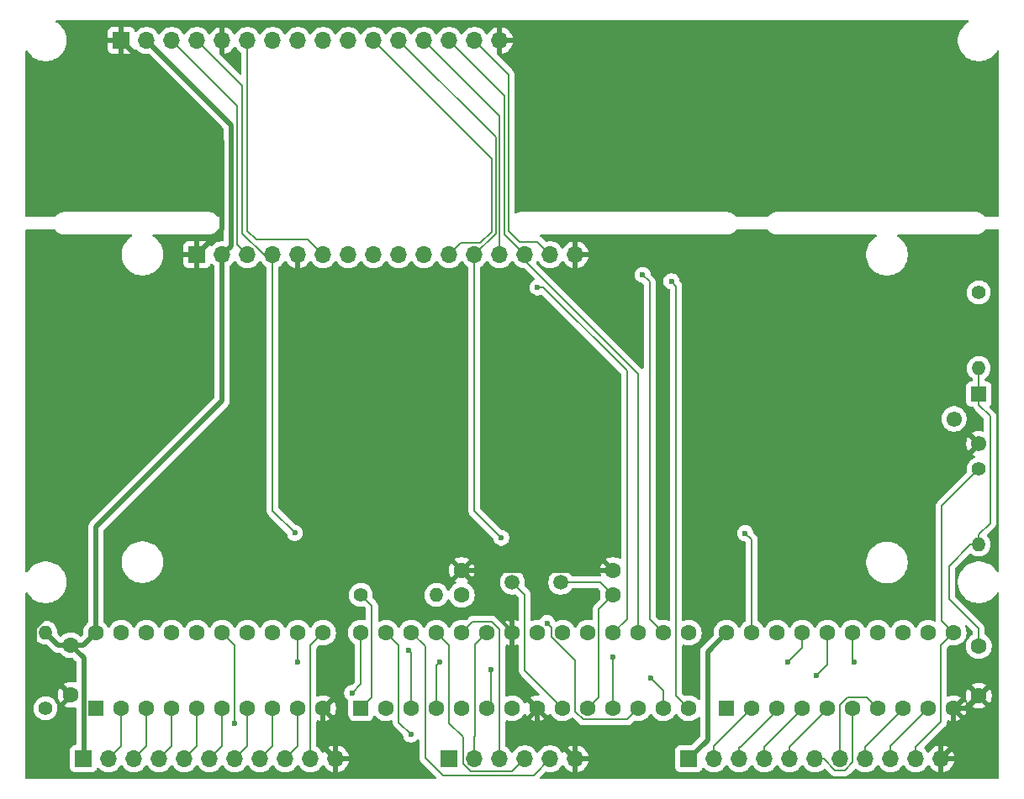
<source format=gbr>
%TF.GenerationSoftware,KiCad,Pcbnew,9.0.6*%
%TF.CreationDate,2025-12-13T09:12:38-08:00*%
%TF.ProjectId,LCDdisplayController,4c434464-6973-4706-9c61-79436f6e7472,rev?*%
%TF.SameCoordinates,Original*%
%TF.FileFunction,Copper,L2,Bot*%
%TF.FilePolarity,Positive*%
%FSLAX46Y46*%
G04 Gerber Fmt 4.6, Leading zero omitted, Abs format (unit mm)*
G04 Created by KiCad (PCBNEW 9.0.6) date 2025-12-13 09:12:38*
%MOMM*%
%LPD*%
G01*
G04 APERTURE LIST*
G04 Aperture macros list*
%AMRoundRect*
0 Rectangle with rounded corners*
0 $1 Rounding radius*
0 $2 $3 $4 $5 $6 $7 $8 $9 X,Y pos of 4 corners*
0 Add a 4 corners polygon primitive as box body*
4,1,4,$2,$3,$4,$5,$6,$7,$8,$9,$2,$3,0*
0 Add four circle primitives for the rounded corners*
1,1,$1+$1,$2,$3*
1,1,$1+$1,$4,$5*
1,1,$1+$1,$6,$7*
1,1,$1+$1,$8,$9*
0 Add four rect primitives between the rounded corners*
20,1,$1+$1,$2,$3,$4,$5,0*
20,1,$1+$1,$4,$5,$6,$7,0*
20,1,$1+$1,$6,$7,$8,$9,0*
20,1,$1+$1,$8,$9,$2,$3,0*%
G04 Aperture macros list end*
%TA.AperFunction,ComponentPad*%
%ADD10RoundRect,0.250000X0.550000X-0.550000X0.550000X0.550000X-0.550000X0.550000X-0.550000X-0.550000X0*%
%TD*%
%TA.AperFunction,ComponentPad*%
%ADD11C,1.600000*%
%TD*%
%TA.AperFunction,ComponentPad*%
%ADD12C,1.500000*%
%TD*%
%TA.AperFunction,ComponentPad*%
%ADD13R,1.700000X1.700000*%
%TD*%
%TA.AperFunction,ComponentPad*%
%ADD14O,1.700000X1.700000*%
%TD*%
%TA.AperFunction,ComponentPad*%
%ADD15C,1.400000*%
%TD*%
%TA.AperFunction,ComponentPad*%
%ADD16O,1.400000X1.400000*%
%TD*%
%TA.AperFunction,ComponentPad*%
%ADD17R,1.550000X1.550000*%
%TD*%
%TA.AperFunction,ComponentPad*%
%ADD18C,1.550000*%
%TD*%
%TA.AperFunction,ViaPad*%
%ADD19C,0.600000*%
%TD*%
%TA.AperFunction,Conductor*%
%ADD20C,0.200000*%
%TD*%
%TA.AperFunction,Conductor*%
%ADD21C,0.500000*%
%TD*%
G04 APERTURE END LIST*
D10*
%TO.P,U3,1,~{RESET}/PC6*%
%TO.N,/RES*%
X71120000Y-102870000D03*
D11*
%TO.P,U3,2,PD0*%
%TO.N,Net-(U1-Q0)*%
X73660000Y-102870000D03*
%TO.P,U3,3,PD1*%
%TO.N,Net-(U1-Q1)*%
X76200000Y-102870000D03*
%TO.P,U3,4,PD2*%
%TO.N,Net-(U1-Q2)*%
X78740000Y-102870000D03*
%TO.P,U3,5,PD3*%
%TO.N,Net-(U1-Q3)*%
X81280000Y-102870000D03*
%TO.P,U3,6,PD4*%
%TO.N,Net-(U1-Q4)*%
X83820000Y-102870000D03*
%TO.P,U3,7,VCC*%
%TO.N,+5V*%
X86360000Y-102870000D03*
%TO.P,U3,8,GND*%
%TO.N,GND*%
X88900000Y-102870000D03*
%TO.P,U3,9,XTAL1/PB6*%
%TO.N,Net-(U3-XTAL1{slash}PB6)*%
X91440000Y-102870000D03*
%TO.P,U3,10,XTAL2/PB7*%
%TO.N,Net-(U3-XTAL2{slash}PB7)*%
X93980000Y-102870000D03*
%TO.P,U3,11,PD5*%
%TO.N,Net-(U1-Q5)*%
X96520000Y-102870000D03*
%TO.P,U3,12,PD6*%
%TO.N,Net-(U1-Q6)*%
X99060000Y-102870000D03*
%TO.P,U3,13,PD7*%
%TO.N,Net-(U1-Q7)*%
X101600000Y-102870000D03*
%TO.P,U3,14,PB0*%
%TO.N,/D4*%
X104140000Y-102870000D03*
%TO.P,U3,15,PB1*%
%TO.N,/D5*%
X104140000Y-95250000D03*
%TO.P,U3,16,PB2*%
%TO.N,/D6*%
X101600000Y-95250000D03*
%TO.P,U3,17,PB3*%
%TO.N,/D7*%
X99060000Y-95250000D03*
%TO.P,U3,18,PB4*%
%TO.N,/E*%
X96520000Y-95250000D03*
%TO.P,U3,19,PB5*%
%TO.N,/RS*%
X93980000Y-95250000D03*
%TO.P,U3,20,AVCC*%
%TO.N,+5V*%
X91440000Y-95250000D03*
%TO.P,U3,21,AREF*%
%TO.N,unconnected-(U3-AREF-Pad21)*%
X88900000Y-95250000D03*
%TO.P,U3,22,GND*%
%TO.N,GND*%
X86360000Y-95250000D03*
%TO.P,U3,23,PC0*%
%TO.N,/IN0*%
X83820000Y-95250000D03*
%TO.P,U3,24,PC1*%
%TO.N,/IN1*%
X81280000Y-95250000D03*
%TO.P,U3,25,PC2*%
%TO.N,/IN2*%
X78740000Y-95250000D03*
%TO.P,U3,26,PC3*%
%TO.N,/IN3*%
X76200000Y-95250000D03*
%TO.P,U3,27,PC4*%
%TO.N,Net-(U2-OE)*%
X73660000Y-95250000D03*
%TO.P,U3,28,PC5*%
%TO.N,Net-(U1-OE)*%
X71120000Y-95250000D03*
%TD*%
%TO.P,C1,1*%
%TO.N,GND*%
X41910000Y-101520000D03*
%TO.P,C1,2*%
%TO.N,+5V*%
X41910000Y-96520000D03*
%TD*%
D12*
%TO.P,Y1,1,1*%
%TO.N,Net-(U3-XTAL2{slash}PB7)*%
X91240000Y-90170000D03*
%TO.P,Y1,2,2*%
%TO.N,Net-(U3-XTAL1{slash}PB6)*%
X86360000Y-90170000D03*
%TD*%
D13*
%TO.P,J1,1,Pin_1*%
%TO.N,+5V*%
X43180000Y-107950000D03*
D14*
%TO.P,J1,2,Pin_2*%
%TO.N,Net-(J1-Pin_2)*%
X45720000Y-107950000D03*
%TO.P,J1,3,Pin_3*%
%TO.N,Net-(J1-Pin_3)*%
X48260000Y-107950000D03*
%TO.P,J1,4,Pin_4*%
%TO.N,Net-(J1-Pin_4)*%
X50800000Y-107950000D03*
%TO.P,J1,5,Pin_5*%
%TO.N,Net-(J1-Pin_5)*%
X53340000Y-107950000D03*
%TO.P,J1,6,Pin_6*%
%TO.N,Net-(J1-Pin_6)*%
X55880000Y-107950000D03*
%TO.P,J1,7,Pin_7*%
%TO.N,Net-(J1-Pin_7)*%
X58420000Y-107950000D03*
%TO.P,J1,8,Pin_8*%
%TO.N,Net-(J1-Pin_8)*%
X60960000Y-107950000D03*
%TO.P,J1,9,Pin_9*%
%TO.N,Net-(J1-Pin_9)*%
X63500000Y-107950000D03*
%TO.P,J1,10,Pin_10*%
%TO.N,Net-(J1-Pin_10)*%
X66040000Y-107950000D03*
%TO.P,J1,11,Pin_11*%
%TO.N,GND*%
X68580000Y-107950000D03*
%TD*%
D10*
%TO.P,U1,1,OE*%
%TO.N,Net-(U1-OE)*%
X44450000Y-102870000D03*
D11*
%TO.P,U1,2,D0*%
%TO.N,Net-(J1-Pin_2)*%
X46990000Y-102870000D03*
%TO.P,U1,3,D1*%
%TO.N,Net-(J1-Pin_3)*%
X49530000Y-102870000D03*
%TO.P,U1,4,D2*%
%TO.N,Net-(J1-Pin_4)*%
X52070000Y-102870000D03*
%TO.P,U1,5,D3*%
%TO.N,Net-(J1-Pin_5)*%
X54610000Y-102870000D03*
%TO.P,U1,6,D4*%
%TO.N,Net-(J1-Pin_6)*%
X57150000Y-102870000D03*
%TO.P,U1,7,D5*%
%TO.N,Net-(J1-Pin_7)*%
X59690000Y-102870000D03*
%TO.P,U1,8,D6*%
%TO.N,Net-(J1-Pin_8)*%
X62230000Y-102870000D03*
%TO.P,U1,9,D7*%
%TO.N,Net-(J1-Pin_9)*%
X64770000Y-102870000D03*
%TO.P,U1,10,GND*%
%TO.N,GND*%
X67310000Y-102870000D03*
%TO.P,U1,11,Load*%
%TO.N,Net-(J1-Pin_10)*%
X67310000Y-95250000D03*
%TO.P,U1,12,Q7*%
%TO.N,Net-(U1-Q7)*%
X64770000Y-95250000D03*
%TO.P,U1,13,Q6*%
%TO.N,Net-(U1-Q6)*%
X62230000Y-95250000D03*
%TO.P,U1,14,Q5*%
%TO.N,Net-(U1-Q5)*%
X59690000Y-95250000D03*
%TO.P,U1,15,Q4*%
%TO.N,Net-(U1-Q4)*%
X57150000Y-95250000D03*
%TO.P,U1,16,Q3*%
%TO.N,Net-(U1-Q3)*%
X54610000Y-95250000D03*
%TO.P,U1,17,Q2*%
%TO.N,Net-(U1-Q2)*%
X52070000Y-95250000D03*
%TO.P,U1,18,Q1*%
%TO.N,Net-(U1-Q1)*%
X49530000Y-95250000D03*
%TO.P,U1,19,Q0*%
%TO.N,Net-(U1-Q0)*%
X46990000Y-95250000D03*
%TO.P,U1,20,VCC*%
%TO.N,+5V*%
X44450000Y-95250000D03*
%TD*%
D15*
%TO.P,R4,1*%
%TO.N,Net-(J3-Pin_15)*%
X133350000Y-60960000D03*
D16*
%TO.P,R4,2*%
%TO.N,+5V*%
X133350000Y-68580000D03*
%TD*%
D15*
%TO.P,R1,1*%
%TO.N,Net-(J1-Pin_10)*%
X39370000Y-102870000D03*
D16*
%TO.P,R1,2*%
%TO.N,+5V*%
X39370000Y-95250000D03*
%TD*%
D10*
%TO.P,U2,1,OE*%
%TO.N,Net-(U2-OE)*%
X107950000Y-102870000D03*
D11*
%TO.P,U2,2,D0*%
%TO.N,Net-(J2-Pin_2)*%
X110490000Y-102870000D03*
%TO.P,U2,3,D1*%
%TO.N,Net-(J2-Pin_3)*%
X113030000Y-102870000D03*
%TO.P,U2,4,D2*%
%TO.N,Net-(J2-Pin_4)*%
X115570000Y-102870000D03*
%TO.P,U2,5,D3*%
%TO.N,Net-(J2-Pin_5)*%
X118110000Y-102870000D03*
%TO.P,U2,6,D4*%
%TO.N,Net-(J2-Pin_6)*%
X120650000Y-102870000D03*
%TO.P,U2,7,D5*%
%TO.N,Net-(J2-Pin_7)*%
X123190000Y-102870000D03*
%TO.P,U2,8,D6*%
%TO.N,Net-(J2-Pin_8)*%
X125730000Y-102870000D03*
%TO.P,U2,9,D7*%
%TO.N,Net-(J2-Pin_9)*%
X128270000Y-102870000D03*
%TO.P,U2,10,GND*%
%TO.N,GND*%
X130810000Y-102870000D03*
%TO.P,U2,11,Load*%
%TO.N,Net-(J2-Pin_10)*%
X130810000Y-95250000D03*
%TO.P,U2,12,Q7*%
%TO.N,Net-(U1-Q7)*%
X128270000Y-95250000D03*
%TO.P,U2,13,Q6*%
%TO.N,Net-(U1-Q6)*%
X125730000Y-95250000D03*
%TO.P,U2,14,Q5*%
%TO.N,Net-(U1-Q5)*%
X123190000Y-95250000D03*
%TO.P,U2,15,Q4*%
%TO.N,Net-(U1-Q4)*%
X120650000Y-95250000D03*
%TO.P,U2,16,Q3*%
%TO.N,Net-(U1-Q3)*%
X118110000Y-95250000D03*
%TO.P,U2,17,Q2*%
%TO.N,Net-(U1-Q2)*%
X115570000Y-95250000D03*
%TO.P,U2,18,Q1*%
%TO.N,Net-(U1-Q1)*%
X113030000Y-95250000D03*
%TO.P,U2,19,Q0*%
%TO.N,Net-(U1-Q0)*%
X110490000Y-95250000D03*
%TO.P,U2,20,VCC*%
%TO.N,+5V*%
X107950000Y-95250000D03*
%TD*%
%TO.P,C2,1*%
%TO.N,+5V*%
X133350000Y-96600000D03*
%TO.P,C2,2*%
%TO.N,GND*%
X133350000Y-101600000D03*
%TD*%
D17*
%TO.P,RV1,1,1*%
%TO.N,+5V*%
X133350000Y-71200000D03*
D18*
%TO.P,RV1,2,2*%
%TO.N,Net-(J3-Pin_3)*%
X130850000Y-73700000D03*
%TO.P,RV1,3,3*%
%TO.N,GND*%
X133350000Y-76200000D03*
%TD*%
D15*
%TO.P,R3,1*%
%TO.N,/RES*%
X71120000Y-91440000D03*
D16*
%TO.P,R3,2*%
%TO.N,+5V*%
X78740000Y-91440000D03*
%TD*%
D13*
%TO.P,J3,1,Pin_1*%
%TO.N,GND*%
X54610000Y-57150000D03*
D14*
%TO.P,J3,2,Pin_2*%
%TO.N,+5V*%
X57150000Y-57150000D03*
%TO.P,J3,3,Pin_3*%
%TO.N,Net-(J3-Pin_3)*%
X59690000Y-57150000D03*
%TO.P,J3,4,Pin_4*%
%TO.N,/RS*%
X62230000Y-57150000D03*
%TO.P,J3,5,Pin_5*%
%TO.N,GND*%
X64770000Y-57150000D03*
%TO.P,J3,6,Pin_6*%
%TO.N,/E*%
X67310000Y-57150000D03*
%TO.P,J3,7,Pin_7*%
%TO.N,unconnected-(J3-Pin_7-Pad7)*%
X69850000Y-57150000D03*
%TO.P,J3,8,Pin_8*%
%TO.N,unconnected-(J3-Pin_8-Pad8)*%
X72390000Y-57150000D03*
%TO.P,J3,9,Pin_9*%
%TO.N,unconnected-(J3-Pin_9-Pad9)*%
X74930000Y-57150000D03*
%TO.P,J3,10,Pin_10*%
%TO.N,unconnected-(J3-Pin_10-Pad10)*%
X77470000Y-57150000D03*
%TO.P,J3,11,Pin_11*%
%TO.N,/D4*%
X80010000Y-57150000D03*
%TO.P,J3,12,Pin_12*%
%TO.N,/D5*%
X82550000Y-57150000D03*
%TO.P,J3,13,Pin_13*%
%TO.N,/D6*%
X85090000Y-57150000D03*
%TO.P,J3,14,Pin_14*%
%TO.N,/D7*%
X87630000Y-57150000D03*
%TO.P,J3,15,Pin_15*%
%TO.N,Net-(J3-Pin_15)*%
X90170000Y-57150000D03*
%TO.P,J3,16,Pin_16*%
%TO.N,GND*%
X92710000Y-57150000D03*
%TD*%
D15*
%TO.P,R2,1*%
%TO.N,Net-(J2-Pin_10)*%
X133350000Y-78740000D03*
D16*
%TO.P,R2,2*%
%TO.N,+5V*%
X133350000Y-86360000D03*
%TD*%
D13*
%TO.P,J2,1,Pin_1*%
%TO.N,+5V*%
X104140000Y-107950000D03*
D14*
%TO.P,J2,2,Pin_2*%
%TO.N,Net-(J2-Pin_2)*%
X106680000Y-107950000D03*
%TO.P,J2,3,Pin_3*%
%TO.N,Net-(J2-Pin_3)*%
X109220000Y-107950000D03*
%TO.P,J2,4,Pin_4*%
%TO.N,Net-(J2-Pin_4)*%
X111760000Y-107950000D03*
%TO.P,J2,5,Pin_5*%
%TO.N,Net-(J2-Pin_5)*%
X114300000Y-107950000D03*
%TO.P,J2,6,Pin_6*%
%TO.N,Net-(J2-Pin_6)*%
X116840000Y-107950000D03*
%TO.P,J2,7,Pin_7*%
%TO.N,Net-(J2-Pin_7)*%
X119380000Y-107950000D03*
%TO.P,J2,8,Pin_8*%
%TO.N,Net-(J2-Pin_8)*%
X121920000Y-107950000D03*
%TO.P,J2,9,Pin_9*%
%TO.N,Net-(J2-Pin_9)*%
X124460000Y-107950000D03*
%TO.P,J2,10,Pin_10*%
%TO.N,Net-(J2-Pin_10)*%
X127000000Y-107950000D03*
%TO.P,J2,11,Pin_11*%
%TO.N,GND*%
X129540000Y-107950000D03*
%TD*%
D13*
%TO.P,J5,1,Pin_1*%
%TO.N,+5V*%
X80010000Y-107950000D03*
D14*
%TO.P,J5,2,Pin_2*%
%TO.N,/IN0*%
X82550000Y-107950000D03*
%TO.P,J5,3,Pin_3*%
%TO.N,/IN1*%
X85090000Y-107950000D03*
%TO.P,J5,4,Pin_4*%
%TO.N,/IN2*%
X87630000Y-107950000D03*
%TO.P,J5,5,Pin_5*%
%TO.N,/IN3*%
X90170000Y-107950000D03*
%TO.P,J5,6,Pin_6*%
%TO.N,GND*%
X92710000Y-107950000D03*
%TD*%
D11*
%TO.P,C3,1*%
%TO.N,Net-(U3-XTAL2{slash}PB7)*%
X96520000Y-91440000D03*
%TO.P,C3,2*%
%TO.N,GND*%
X96520000Y-88940000D03*
%TD*%
D13*
%TO.P,J4,1,Pin_1*%
%TO.N,GND*%
X46990000Y-35560000D03*
D14*
%TO.P,J4,2,Pin_2*%
%TO.N,+5V*%
X49530000Y-35560000D03*
%TO.P,J4,3,Pin_3*%
%TO.N,Net-(J3-Pin_3)*%
X52070000Y-35560000D03*
%TO.P,J4,4,Pin_4*%
%TO.N,/RS*%
X54610000Y-35560000D03*
%TO.P,J4,5,Pin_5*%
%TO.N,GND*%
X57150000Y-35560000D03*
%TO.P,J4,6,Pin_6*%
%TO.N,/E*%
X59690000Y-35560000D03*
%TO.P,J4,7,Pin_7*%
%TO.N,unconnected-(J4-Pin_7-Pad7)*%
X62230000Y-35560000D03*
%TO.P,J4,8,Pin_8*%
%TO.N,unconnected-(J4-Pin_8-Pad8)*%
X64770000Y-35560000D03*
%TO.P,J4,9,Pin_9*%
%TO.N,unconnected-(J4-Pin_9-Pad9)*%
X67310000Y-35560000D03*
%TO.P,J4,10,Pin_10*%
%TO.N,unconnected-(J4-Pin_10-Pad10)*%
X69850000Y-35560000D03*
%TO.P,J4,11,Pin_11*%
%TO.N,/D4*%
X72390000Y-35560000D03*
%TO.P,J4,12,Pin_12*%
%TO.N,/D5*%
X74930000Y-35560000D03*
%TO.P,J4,13,Pin_13*%
%TO.N,/D6*%
X77470000Y-35560000D03*
%TO.P,J4,14,Pin_14*%
%TO.N,/D7*%
X80010000Y-35560000D03*
%TO.P,J4,15,Pin_15*%
%TO.N,Net-(J3-Pin_15)*%
X82550000Y-35560000D03*
%TO.P,J4,16,Pin_16*%
%TO.N,GND*%
X85090000Y-35560000D03*
%TD*%
D11*
%TO.P,C4,1*%
%TO.N,Net-(U3-XTAL1{slash}PB6)*%
X81280000Y-91440000D03*
%TO.P,C4,2*%
%TO.N,GND*%
X81280000Y-88940000D03*
%TD*%
D19*
%TO.N,/D4*%
X102387000Y-59836000D03*
%TO.N,/D5*%
X85260265Y-85681735D03*
%TO.N,/D6*%
X99499300Y-59182000D03*
%TO.N,/E*%
X88900000Y-60452000D03*
%TO.N,/RS*%
X64465300Y-85197100D03*
%TO.N,Net-(U1-Q0)*%
X109829600Y-85217000D03*
%TO.N,Net-(U1-Q3)*%
X117016300Y-99584600D03*
%TO.N,Net-(U1-Q2)*%
X114096800Y-98218000D03*
X79062800Y-98218000D03*
%TO.N,Net-(U1-Q4)*%
X84216000Y-98977800D03*
X120753000Y-98178300D03*
X58420000Y-104366000D03*
%TO.N,Net-(U1-Q7)*%
X64770000Y-98216300D03*
X100279200Y-99800600D03*
%TO.N,Net-(U1-OE)*%
X70230700Y-101327500D03*
%TO.N,Net-(U1-Q6)*%
X89869600Y-94272700D03*
%TO.N,Net-(U1-Q5)*%
X96520000Y-97673500D03*
%TO.N,Net-(U1-Q1)*%
X75962800Y-96996600D03*
%TO.N,Net-(U2-OE)*%
X76143300Y-105507100D03*
%TD*%
D20*
%TO.N,Net-(J2-Pin_10)*%
X129641600Y-82448400D02*
X129641600Y-94081600D01*
X129641600Y-94081600D02*
X130810000Y-95250000D01*
X133350000Y-78740000D02*
X129641600Y-82448400D01*
%TO.N,Net-(U1-Q5)*%
X96520000Y-97673500D02*
X96520000Y-102870000D01*
%TO.N,Net-(J1-Pin_10)*%
X66040000Y-96520000D02*
X67310000Y-95250000D01*
X66040000Y-107950000D02*
X66040000Y-96520000D01*
%TO.N,Net-(U1-Q7)*%
X64770000Y-98216300D02*
X64770000Y-95250000D01*
%TO.N,/D5*%
X82550000Y-83007200D02*
X82550000Y-57150000D01*
X85224535Y-85681735D02*
X82550000Y-83007200D01*
X85260265Y-85681735D02*
X85224535Y-85681735D01*
%TO.N,Net-(U1-Q0)*%
X109829600Y-85217000D02*
X109829600Y-85224000D01*
X109829600Y-85224000D02*
X110490000Y-85884400D01*
X110490000Y-85884400D02*
X110490000Y-95250000D01*
D21*
%TO.N,GND*%
X42672000Y-90297000D02*
X42672000Y-82550000D01*
X38219000Y-94750000D02*
X42672000Y-90297000D01*
X42672000Y-82550000D02*
X54610000Y-70612000D01*
X54610000Y-70612000D02*
X54610000Y-57150000D01*
X38219000Y-97829000D02*
X38219000Y-94750000D01*
X41910000Y-101520000D02*
X38219000Y-97829000D01*
D20*
%TO.N,+5V*%
X130327400Y-91821000D02*
X133350000Y-94843600D01*
X133350000Y-94843600D02*
X133350000Y-96600000D01*
X130327400Y-88544400D02*
X130327400Y-91821000D01*
X132511800Y-86360000D02*
X130327400Y-88544400D01*
X133350000Y-86360000D02*
X132511800Y-86360000D01*
D21*
X43199000Y-107931000D02*
X43180000Y-107950000D01*
X41910000Y-96520000D02*
X40640000Y-96520000D01*
X57150000Y-57150000D02*
X58039000Y-56261000D01*
D20*
X133350000Y-68580000D02*
X133350000Y-71200000D01*
X134471800Y-84236500D02*
X133350000Y-85358300D01*
D21*
X106045000Y-97155000D02*
X107950000Y-95250000D01*
X58039000Y-44069000D02*
X49530000Y-35560000D01*
D20*
X134471800Y-73398500D02*
X134471800Y-84236500D01*
D21*
X106045000Y-106045000D02*
X106045000Y-97155000D01*
X43180000Y-96520000D02*
X44450000Y-95250000D01*
X40640000Y-96520000D02*
X39370000Y-95250000D01*
D20*
X133350000Y-71200000D02*
X133350000Y-72276700D01*
X133350000Y-86360000D02*
X133350000Y-85358300D01*
D21*
X43199000Y-97809000D02*
X43199000Y-107931000D01*
X44450000Y-95250000D02*
X44450000Y-84582000D01*
X58039000Y-56261000D02*
X58039000Y-44069000D01*
X41910000Y-96520000D02*
X43199000Y-97809000D01*
X104140000Y-107950000D02*
X106045000Y-106045000D01*
X57150000Y-71882000D02*
X57150000Y-57150000D01*
X44450000Y-84582000D02*
X57150000Y-71882000D01*
X41910000Y-96520000D02*
X43180000Y-96520000D01*
D20*
X133350000Y-72276700D02*
X134471800Y-73398500D01*
D21*
%TO.N,GND*%
X67310000Y-102870000D02*
X67310000Y-106680000D01*
X88900000Y-104140000D02*
X92710000Y-107950000D01*
X130810000Y-106680000D02*
X130810000Y-102870000D01*
X86360000Y-100330000D02*
X88900000Y-102870000D01*
X129540000Y-107950000D02*
X130810000Y-106680000D01*
X81280000Y-88940000D02*
X96520000Y-88940000D01*
X86360000Y-95250000D02*
X86360000Y-100330000D01*
X54610000Y-57150000D02*
X57150000Y-54610000D01*
X67310000Y-106680000D02*
X68580000Y-107950000D01*
X86360000Y-95250000D02*
X86360000Y-94020000D01*
X88900000Y-102870000D02*
X88900000Y-102743000D01*
X86360000Y-94020000D02*
X81280000Y-88940000D01*
X132080000Y-102870000D02*
X133350000Y-101600000D01*
X57150000Y-45720000D02*
X46990000Y-35560000D01*
X88900000Y-102870000D02*
X88900000Y-104140000D01*
X130810000Y-102870000D02*
X132080000Y-102870000D01*
X57150000Y-54610000D02*
X57150000Y-45720000D01*
D20*
%TO.N,Net-(U3-XTAL2{slash}PB7)*%
X91240000Y-90170000D02*
X95250000Y-90170000D01*
X95081000Y-101769000D02*
X95081000Y-92879000D01*
X95081000Y-92879000D02*
X96520000Y-91440000D01*
X93980000Y-102870000D02*
X95081000Y-101769000D01*
X95250000Y-90170000D02*
X96520000Y-91440000D01*
%TO.N,Net-(U3-XTAL1{slash}PB6)*%
X87630000Y-91440000D02*
X86360000Y-90170000D01*
X87630000Y-99060000D02*
X87630000Y-91440000D01*
X91440000Y-102870000D02*
X87630000Y-99060000D01*
%TO.N,/D4*%
X84288000Y-47458000D02*
X72390000Y-35560000D01*
X84288000Y-54844900D02*
X84288000Y-47458000D01*
X81182600Y-55977400D02*
X83155400Y-55977400D01*
X102870000Y-60319000D02*
X102387000Y-59836000D01*
X83155400Y-55977400D02*
X84288000Y-54844900D01*
X80010000Y-57150000D02*
X81182600Y-55977400D01*
X102870000Y-101600000D02*
X102870000Y-60319000D01*
X104140000Y-102870000D02*
X102870000Y-101600000D01*
%TO.N,/D5*%
X84689000Y-55011000D02*
X84689000Y-45319000D01*
X84689000Y-45319000D02*
X74930000Y-35560000D01*
X82550000Y-57150000D02*
X84689000Y-55011000D01*
%TO.N,/D6*%
X100203000Y-93853000D02*
X101600000Y-95250000D01*
X99499300Y-59182000D02*
X100203000Y-59885700D01*
X85090000Y-43180000D02*
X77470000Y-35560000D01*
X100203000Y-59885700D02*
X100203000Y-93853000D01*
X85090000Y-57150000D02*
X85090000Y-43180000D01*
%TO.N,Net-(J1-Pin_4)*%
X52070000Y-102870000D02*
X52070000Y-106680000D01*
X52070000Y-106680000D02*
X50800000Y-107950000D01*
%TO.N,Net-(J1-Pin_7)*%
X59690000Y-102870000D02*
X59690000Y-106680000D01*
X59690000Y-106680000D02*
X58420000Y-107950000D01*
%TO.N,Net-(J1-Pin_2)*%
X46990000Y-106680000D02*
X45720000Y-107950000D01*
X46990000Y-102870000D02*
X46990000Y-106680000D01*
%TO.N,Net-(J1-Pin_5)*%
X54610000Y-102870000D02*
X54610000Y-106680000D01*
X54610000Y-106680000D02*
X53340000Y-107950000D01*
%TO.N,Net-(J1-Pin_6)*%
X57150000Y-102870000D02*
X57150000Y-106680000D01*
X57150000Y-106680000D02*
X55880000Y-107950000D01*
%TO.N,Net-(J1-Pin_8)*%
X62230000Y-106680000D02*
X60960000Y-107950000D01*
X62230000Y-102870000D02*
X62230000Y-106680000D01*
%TO.N,Net-(J1-Pin_3)*%
X49530000Y-102870000D02*
X49530000Y-106680000D01*
X49530000Y-106680000D02*
X48260000Y-107950000D01*
%TO.N,Net-(J1-Pin_9)*%
X64770000Y-102870000D02*
X64770000Y-106680000D01*
X64770000Y-106680000D02*
X63500000Y-107950000D01*
%TO.N,Net-(J2-Pin_8)*%
X121920000Y-107950000D02*
X121920000Y-106798300D01*
X125730000Y-102988300D02*
X121920000Y-106798300D01*
X125730000Y-102870000D02*
X125730000Y-102988300D01*
%TO.N,Net-(J2-Pin_4)*%
X115570000Y-102870000D02*
X115570000Y-102988300D01*
X115570000Y-102988300D02*
X111760000Y-106798300D01*
X111760000Y-107950000D02*
X111760000Y-106798300D01*
%TO.N,Net-(J2-Pin_3)*%
X109361600Y-106798300D02*
X113030000Y-103129900D01*
X109220000Y-106798300D02*
X109361600Y-106798300D01*
X109220000Y-107950000D02*
X109220000Y-106798300D01*
X113030000Y-103129900D02*
X113030000Y-102870000D01*
%TO.N,Net-(J2-Pin_10)*%
X129540000Y-104258300D02*
X127000000Y-106798300D01*
X130810000Y-95250000D02*
X129540000Y-96520000D01*
X129540000Y-96520000D02*
X129540000Y-104258300D01*
X127000000Y-107950000D02*
X127000000Y-106798300D01*
%TO.N,Net-(J2-Pin_9)*%
X124460000Y-107950000D02*
X124460000Y-106680000D01*
X124460000Y-106680000D02*
X128270000Y-102870000D01*
%TO.N,Net-(J2-Pin_5)*%
X114300000Y-107950000D02*
X114300000Y-106798300D01*
X118110000Y-102870000D02*
X118110000Y-102988300D01*
X118110000Y-102988300D02*
X114300000Y-106798300D01*
%TO.N,Net-(J2-Pin_6)*%
X117723200Y-107950000D02*
X116840000Y-107950000D01*
X120650000Y-108322900D02*
X119870900Y-109102000D01*
X118875200Y-109102000D02*
X117723200Y-107950000D01*
X120650000Y-102870000D02*
X120650000Y-108322900D01*
X119870900Y-109102000D02*
X118875200Y-109102000D01*
%TO.N,Net-(J2-Pin_7)*%
X119380000Y-107950000D02*
X119380000Y-102523500D01*
X120136300Y-101767200D02*
X122087200Y-101767200D01*
X122087200Y-101767200D02*
X123190000Y-102870000D01*
X119380000Y-102523500D02*
X120136300Y-101767200D01*
%TO.N,Net-(J2-Pin_2)*%
X106680000Y-106680000D02*
X106680000Y-107950000D01*
X110490000Y-102870000D02*
X106680000Y-106680000D01*
%TO.N,/RES*%
X72231200Y-101758800D02*
X71120000Y-102870000D01*
X72231200Y-92551200D02*
X72231200Y-101758800D01*
X71120000Y-91440000D02*
X72231200Y-92551200D01*
%TO.N,/D7*%
X87630000Y-57150000D02*
X85578000Y-55098000D01*
X99060000Y-95250000D02*
X99060000Y-69153500D01*
X87630000Y-57723500D02*
X87630000Y-57150000D01*
X85578000Y-41128000D02*
X80010000Y-35560000D01*
X99060000Y-69153500D02*
X87630000Y-57723500D01*
X85578000Y-55098000D02*
X85578000Y-41128000D01*
%TO.N,/E*%
X89506000Y-60452000D02*
X97917000Y-68863000D01*
X97917000Y-68863000D02*
X97917000Y-93853000D01*
X88900000Y-60452000D02*
X89506000Y-60452000D01*
X60579000Y-55626000D02*
X59690000Y-54737000D01*
X67310000Y-57150000D02*
X65786000Y-55626000D01*
X59690000Y-54737000D02*
X59690000Y-35560000D01*
X65786000Y-55626000D02*
X60579000Y-55626000D01*
X97917000Y-93853000D02*
X96520000Y-95250000D01*
%TO.N,/RS*%
X61341000Y-57150000D02*
X59182000Y-54991000D01*
X64465300Y-85197100D02*
X62230000Y-82961800D01*
X62230000Y-57150000D02*
X61341000Y-57150000D01*
X62230000Y-82961800D02*
X62230000Y-57150000D01*
X59182000Y-54991000D02*
X59182000Y-40132000D01*
X59182000Y-40132000D02*
X54610000Y-35560000D01*
%TO.N,Net-(J3-Pin_15)*%
X85979000Y-54737000D02*
X85979000Y-38989000D01*
X87122000Y-55880000D02*
X85979000Y-54737000D01*
X90170000Y-57150000D02*
X88900000Y-55880000D01*
X85979000Y-38989000D02*
X82550000Y-35560000D01*
X88900000Y-55880000D02*
X87122000Y-55880000D01*
%TO.N,Net-(J3-Pin_3)*%
X58674000Y-42164000D02*
X52070000Y-35560000D01*
X58674000Y-56134000D02*
X58674000Y-42164000D01*
X59690000Y-57150000D02*
X58674000Y-56134000D01*
%TO.N,Net-(U1-Q3)*%
X118110000Y-98490900D02*
X118110000Y-95250000D01*
X117016300Y-99584600D02*
X118110000Y-98490900D01*
%TO.N,Net-(U1-Q2)*%
X78740000Y-98540800D02*
X78740000Y-102870000D01*
X115570000Y-95250000D02*
X115570000Y-96744800D01*
X115570000Y-96744800D02*
X114096800Y-98218000D01*
X79062800Y-98218000D02*
X78740000Y-98540800D01*
%TO.N,Net-(U1-Q4)*%
X58420000Y-96520000D02*
X57150000Y-95250000D01*
X120753000Y-98178300D02*
X120650000Y-98075300D01*
X84216000Y-102474000D02*
X84216000Y-98977800D01*
X58420000Y-104366000D02*
X58420000Y-96520000D01*
X120650000Y-98075300D02*
X120650000Y-95250000D01*
X83820000Y-102870000D02*
X84216000Y-102474000D01*
%TO.N,Net-(U1-Q7)*%
X100279200Y-99800600D02*
X101600000Y-101121400D01*
X101600000Y-101121400D02*
X101600000Y-102870000D01*
%TO.N,Net-(U1-OE)*%
X70230700Y-101327500D02*
X71120000Y-100438200D01*
X71120000Y-100438200D02*
X71120000Y-95250000D01*
%TO.N,Net-(U1-Q6)*%
X93528900Y-103993700D02*
X92710000Y-103174800D01*
X90337100Y-95705100D02*
X90337100Y-94740200D01*
X92710000Y-103174800D02*
X92710000Y-98078000D01*
X97936300Y-103993700D02*
X93528900Y-103993700D01*
X92710000Y-98078000D02*
X90337100Y-95705100D01*
X99060000Y-102870000D02*
X97936300Y-103993700D01*
X90337100Y-94740200D02*
X89869600Y-94272700D01*
%TO.N,Net-(U1-Q1)*%
X76200000Y-97233800D02*
X76200000Y-102870000D01*
X75962800Y-96996600D02*
X76200000Y-97233800D01*
%TO.N,Net-(U2-OE)*%
X76143300Y-105507100D02*
X74930000Y-104293800D01*
X74930000Y-96520000D02*
X73660000Y-95250000D01*
X74930000Y-104293800D02*
X74930000Y-96520000D01*
%TO.N,/IN0*%
X82650000Y-105628300D02*
X82550000Y-105728300D01*
X82650000Y-105628300D02*
X82650000Y-96420000D01*
X82550000Y-105728300D02*
X82550000Y-107950000D01*
X82650000Y-96420000D02*
X83820000Y-95250000D01*
%TO.N,/IN1*%
X84298700Y-94137400D02*
X85090000Y-94928700D01*
X81280000Y-95250000D02*
X82392600Y-94137400D01*
X82392600Y-94137400D02*
X84298700Y-94137400D01*
X85090000Y-94928700D02*
X85090000Y-107950000D01*
%TO.N,/IN2*%
X86360000Y-109220000D02*
X87630000Y-107950000D01*
X80010000Y-104359800D02*
X81399000Y-105748800D01*
X80010000Y-104359800D02*
X80010000Y-96520000D01*
X81399000Y-105748800D02*
X81399000Y-108426760D01*
X81399000Y-108426760D02*
X82192240Y-109220000D01*
X82192240Y-109220000D02*
X86360000Y-109220000D01*
X80010000Y-96520000D02*
X78740000Y-95250000D01*
%TO.N,/IN3*%
X77585200Y-96635200D02*
X76200000Y-95250000D01*
X90170000Y-107950000D02*
X88499000Y-109621000D01*
X79379000Y-109621000D02*
X77585200Y-107827200D01*
X77585200Y-107827200D02*
X77585200Y-96635200D01*
X88499000Y-109621000D02*
X79379000Y-109621000D01*
X90288300Y-108218500D02*
X90288300Y-108212700D01*
%TD*%
%TA.AperFunction,Conductor*%
%TO.N,GND*%
G36*
X132285381Y-33540185D02*
G01*
X132331136Y-33592989D01*
X132341080Y-33662147D01*
X132312055Y-33725703D01*
X132280342Y-33751887D01*
X132180417Y-33809578D01*
X132180409Y-33809584D01*
X131961931Y-33977229D01*
X131767230Y-34171930D01*
X131767223Y-34171938D01*
X131767222Y-34171940D01*
X131599591Y-34390400D01*
X131599585Y-34390408D01*
X131599580Y-34390415D01*
X131461898Y-34628887D01*
X131461891Y-34628901D01*
X131356515Y-34883303D01*
X131285244Y-35149293D01*
X131249300Y-35422304D01*
X131249300Y-35697693D01*
X131280751Y-35936577D01*
X131285244Y-35970705D01*
X131310500Y-36064961D01*
X131356515Y-36236694D01*
X131461891Y-36491096D01*
X131461898Y-36491110D01*
X131541889Y-36629659D01*
X131599584Y-36729589D01*
X131767222Y-36948058D01*
X131767226Y-36948062D01*
X131767230Y-36948067D01*
X131961931Y-37142768D01*
X131961935Y-37142771D01*
X131961941Y-37142777D01*
X132180410Y-37310415D01*
X132418891Y-37448102D01*
X132418896Y-37448104D01*
X132418902Y-37448107D01*
X132550467Y-37502602D01*
X132673303Y-37553483D01*
X132939294Y-37624755D01*
X133212313Y-37660699D01*
X133212320Y-37660699D01*
X133487680Y-37660699D01*
X133487687Y-37660699D01*
X133760706Y-37624755D01*
X134026697Y-37553483D01*
X134281109Y-37448102D01*
X134519590Y-37310415D01*
X134738059Y-37142777D01*
X134932778Y-36948058D01*
X135100416Y-36729589D01*
X135158114Y-36629653D01*
X135208680Y-36581439D01*
X135277287Y-36568215D01*
X135342151Y-36594183D01*
X135382680Y-36651097D01*
X135389500Y-36691654D01*
X135389500Y-53216000D01*
X135369815Y-53283039D01*
X135317011Y-53328794D01*
X135265500Y-53340000D01*
X134039783Y-53340000D01*
X133972744Y-53320315D01*
X133944794Y-53295706D01*
X133934165Y-53283039D01*
X133838486Y-53169014D01*
X133686284Y-53041300D01*
X133518179Y-52944245D01*
X133514220Y-52941959D01*
X133514217Y-52941958D01*
X133514216Y-52941957D01*
X133449346Y-52918346D01*
X133327511Y-52874001D01*
X133131845Y-52839500D01*
X133131843Y-52839500D01*
X133098392Y-52839500D01*
X113095892Y-52839500D01*
X113030000Y-52839500D01*
X112930657Y-52839500D01*
X112930654Y-52839500D01*
X112734988Y-52874001D01*
X112548286Y-52941956D01*
X112548279Y-52941959D01*
X112376219Y-53041298D01*
X112376213Y-53041302D01*
X112297001Y-53107770D01*
X112224014Y-53169014D01*
X112141365Y-53267511D01*
X112117706Y-53295706D01*
X112059535Y-53334408D01*
X112022717Y-53340000D01*
X108957283Y-53340000D01*
X108890244Y-53320315D01*
X108862294Y-53295706D01*
X108851665Y-53283039D01*
X108755986Y-53169014D01*
X108603784Y-53041300D01*
X108435679Y-52944245D01*
X108431720Y-52941959D01*
X108431717Y-52941958D01*
X108431716Y-52941957D01*
X108366846Y-52918346D01*
X108245011Y-52874001D01*
X108049345Y-52839500D01*
X108049343Y-52839500D01*
X108015892Y-52839500D01*
X87378392Y-52839500D01*
X87312500Y-52839500D01*
X87213157Y-52839500D01*
X87213154Y-52839500D01*
X87017488Y-52874001D01*
X86830786Y-52941956D01*
X86830782Y-52941958D01*
X86765499Y-52979649D01*
X86697599Y-52996120D01*
X86631572Y-52973268D01*
X86588382Y-52918346D01*
X86579500Y-52872261D01*
X86579500Y-38909945D01*
X86579500Y-38909943D01*
X86538577Y-38757216D01*
X86538577Y-38757215D01*
X86538577Y-38757214D01*
X86509639Y-38707095D01*
X86509637Y-38707092D01*
X86459520Y-38620284D01*
X86347716Y-38508480D01*
X86347715Y-38508479D01*
X86343385Y-38504149D01*
X86343374Y-38504139D01*
X84873618Y-37034383D01*
X84840133Y-36973060D01*
X84842183Y-36944396D01*
X84840000Y-36944396D01*
X84840000Y-35993012D01*
X84897007Y-36025925D01*
X85024174Y-36060000D01*
X85155826Y-36060000D01*
X85282993Y-36025925D01*
X85340000Y-35993012D01*
X85340000Y-36887230D01*
X85406126Y-36876757D01*
X85406129Y-36876757D01*
X85608217Y-36811095D01*
X85797557Y-36714620D01*
X85969459Y-36589727D01*
X85969464Y-36589723D01*
X86119723Y-36439464D01*
X86119727Y-36439459D01*
X86244620Y-36267557D01*
X86341095Y-36078217D01*
X86406757Y-35876129D01*
X86406757Y-35876126D01*
X86417231Y-35810000D01*
X85523012Y-35810000D01*
X85555925Y-35752993D01*
X85590000Y-35625826D01*
X85590000Y-35494174D01*
X85555925Y-35367007D01*
X85523012Y-35310000D01*
X86417231Y-35310000D01*
X86406757Y-35243873D01*
X86406757Y-35243870D01*
X86341095Y-35041782D01*
X86244620Y-34852442D01*
X86119727Y-34680540D01*
X86119723Y-34680535D01*
X85969464Y-34530276D01*
X85969459Y-34530272D01*
X85797557Y-34405379D01*
X85608215Y-34308903D01*
X85406124Y-34243241D01*
X85340000Y-34232768D01*
X85340000Y-35126988D01*
X85282993Y-35094075D01*
X85155826Y-35060000D01*
X85024174Y-35060000D01*
X84897007Y-35094075D01*
X84840000Y-35126988D01*
X84840000Y-34232768D01*
X84839999Y-34232768D01*
X84773875Y-34243241D01*
X84571784Y-34308903D01*
X84382442Y-34405379D01*
X84210540Y-34530272D01*
X84210535Y-34530276D01*
X84060276Y-34680535D01*
X84060272Y-34680540D01*
X83935378Y-34852443D01*
X83930762Y-34861502D01*
X83882784Y-34912295D01*
X83814963Y-34929087D01*
X83748829Y-34906546D01*
X83709794Y-34861493D01*
X83705051Y-34852184D01*
X83705049Y-34852181D01*
X83705048Y-34852179D01*
X83580109Y-34680213D01*
X83429786Y-34529890D01*
X83257820Y-34404951D01*
X83068414Y-34308444D01*
X83068413Y-34308443D01*
X83068412Y-34308443D01*
X82866243Y-34242754D01*
X82866241Y-34242753D01*
X82866240Y-34242753D01*
X82704957Y-34217208D01*
X82656287Y-34209500D01*
X82443713Y-34209500D01*
X82395042Y-34217208D01*
X82233760Y-34242753D01*
X82031585Y-34308444D01*
X81842179Y-34404951D01*
X81670213Y-34529890D01*
X81519890Y-34680213D01*
X81394949Y-34852182D01*
X81390484Y-34860946D01*
X81342509Y-34911742D01*
X81274688Y-34928536D01*
X81208553Y-34905998D01*
X81169516Y-34860946D01*
X81165050Y-34852182D01*
X81040109Y-34680213D01*
X80889786Y-34529890D01*
X80717820Y-34404951D01*
X80528414Y-34308444D01*
X80528413Y-34308443D01*
X80528412Y-34308443D01*
X80326243Y-34242754D01*
X80326241Y-34242753D01*
X80326240Y-34242753D01*
X80164957Y-34217208D01*
X80116287Y-34209500D01*
X79903713Y-34209500D01*
X79855042Y-34217208D01*
X79693760Y-34242753D01*
X79491585Y-34308444D01*
X79302179Y-34404951D01*
X79130213Y-34529890D01*
X78979890Y-34680213D01*
X78854949Y-34852182D01*
X78850484Y-34860946D01*
X78802509Y-34911742D01*
X78734688Y-34928536D01*
X78668553Y-34905998D01*
X78629516Y-34860946D01*
X78625050Y-34852182D01*
X78500109Y-34680213D01*
X78349786Y-34529890D01*
X78177820Y-34404951D01*
X77988414Y-34308444D01*
X77988413Y-34308443D01*
X77988412Y-34308443D01*
X77786243Y-34242754D01*
X77786241Y-34242753D01*
X77786240Y-34242753D01*
X77624957Y-34217208D01*
X77576287Y-34209500D01*
X77363713Y-34209500D01*
X77315042Y-34217208D01*
X77153760Y-34242753D01*
X76951585Y-34308444D01*
X76762179Y-34404951D01*
X76590213Y-34529890D01*
X76439890Y-34680213D01*
X76314949Y-34852182D01*
X76310484Y-34860946D01*
X76262509Y-34911742D01*
X76194688Y-34928536D01*
X76128553Y-34905998D01*
X76089516Y-34860946D01*
X76085050Y-34852182D01*
X75960109Y-34680213D01*
X75809786Y-34529890D01*
X75637820Y-34404951D01*
X75448414Y-34308444D01*
X75448413Y-34308443D01*
X75448412Y-34308443D01*
X75246243Y-34242754D01*
X75246241Y-34242753D01*
X75246240Y-34242753D01*
X75084957Y-34217208D01*
X75036287Y-34209500D01*
X74823713Y-34209500D01*
X74775042Y-34217208D01*
X74613760Y-34242753D01*
X74411585Y-34308444D01*
X74222179Y-34404951D01*
X74050213Y-34529890D01*
X73899890Y-34680213D01*
X73774949Y-34852182D01*
X73770484Y-34860946D01*
X73722509Y-34911742D01*
X73654688Y-34928536D01*
X73588553Y-34905998D01*
X73549516Y-34860946D01*
X73545050Y-34852182D01*
X73420109Y-34680213D01*
X73269786Y-34529890D01*
X73097820Y-34404951D01*
X72908414Y-34308444D01*
X72908413Y-34308443D01*
X72908412Y-34308443D01*
X72706243Y-34242754D01*
X72706241Y-34242753D01*
X72706240Y-34242753D01*
X72544957Y-34217208D01*
X72496287Y-34209500D01*
X72283713Y-34209500D01*
X72235042Y-34217208D01*
X72073760Y-34242753D01*
X71871585Y-34308444D01*
X71682179Y-34404951D01*
X71510213Y-34529890D01*
X71359890Y-34680213D01*
X71234949Y-34852182D01*
X71230484Y-34860946D01*
X71182509Y-34911742D01*
X71114688Y-34928536D01*
X71048553Y-34905998D01*
X71009516Y-34860946D01*
X71005050Y-34852182D01*
X70880109Y-34680213D01*
X70729786Y-34529890D01*
X70557820Y-34404951D01*
X70368414Y-34308444D01*
X70368413Y-34308443D01*
X70368412Y-34308443D01*
X70166243Y-34242754D01*
X70166241Y-34242753D01*
X70166240Y-34242753D01*
X70004957Y-34217208D01*
X69956287Y-34209500D01*
X69743713Y-34209500D01*
X69695042Y-34217208D01*
X69533760Y-34242753D01*
X69331585Y-34308444D01*
X69142179Y-34404951D01*
X68970213Y-34529890D01*
X68819890Y-34680213D01*
X68694949Y-34852182D01*
X68690484Y-34860946D01*
X68642509Y-34911742D01*
X68574688Y-34928536D01*
X68508553Y-34905998D01*
X68469516Y-34860946D01*
X68465050Y-34852182D01*
X68340109Y-34680213D01*
X68189786Y-34529890D01*
X68017820Y-34404951D01*
X67828414Y-34308444D01*
X67828413Y-34308443D01*
X67828412Y-34308443D01*
X67626243Y-34242754D01*
X67626241Y-34242753D01*
X67626240Y-34242753D01*
X67464957Y-34217208D01*
X67416287Y-34209500D01*
X67203713Y-34209500D01*
X67155042Y-34217208D01*
X66993760Y-34242753D01*
X66791585Y-34308444D01*
X66602179Y-34404951D01*
X66430213Y-34529890D01*
X66279890Y-34680213D01*
X66154949Y-34852182D01*
X66150484Y-34860946D01*
X66102509Y-34911742D01*
X66034688Y-34928536D01*
X65968553Y-34905998D01*
X65929516Y-34860946D01*
X65925050Y-34852182D01*
X65800109Y-34680213D01*
X65649786Y-34529890D01*
X65477820Y-34404951D01*
X65288414Y-34308444D01*
X65288413Y-34308443D01*
X65288412Y-34308443D01*
X65086243Y-34242754D01*
X65086241Y-34242753D01*
X65086240Y-34242753D01*
X64924957Y-34217208D01*
X64876287Y-34209500D01*
X64663713Y-34209500D01*
X64615042Y-34217208D01*
X64453760Y-34242753D01*
X64251585Y-34308444D01*
X64062179Y-34404951D01*
X63890213Y-34529890D01*
X63739890Y-34680213D01*
X63614949Y-34852182D01*
X63610484Y-34860946D01*
X63562509Y-34911742D01*
X63494688Y-34928536D01*
X63428553Y-34905998D01*
X63389516Y-34860946D01*
X63385050Y-34852182D01*
X63260109Y-34680213D01*
X63109786Y-34529890D01*
X62937820Y-34404951D01*
X62748414Y-34308444D01*
X62748413Y-34308443D01*
X62748412Y-34308443D01*
X62546243Y-34242754D01*
X62546241Y-34242753D01*
X62546240Y-34242753D01*
X62384957Y-34217208D01*
X62336287Y-34209500D01*
X62123713Y-34209500D01*
X62075042Y-34217208D01*
X61913760Y-34242753D01*
X61711585Y-34308444D01*
X61522179Y-34404951D01*
X61350213Y-34529890D01*
X61199890Y-34680213D01*
X61074949Y-34852182D01*
X61070484Y-34860946D01*
X61022509Y-34911742D01*
X60954688Y-34928536D01*
X60888553Y-34905998D01*
X60849516Y-34860946D01*
X60845050Y-34852182D01*
X60720109Y-34680213D01*
X60569786Y-34529890D01*
X60397820Y-34404951D01*
X60208414Y-34308444D01*
X60208413Y-34308443D01*
X60208412Y-34308443D01*
X60006243Y-34242754D01*
X60006241Y-34242753D01*
X60006240Y-34242753D01*
X59844957Y-34217208D01*
X59796287Y-34209500D01*
X59583713Y-34209500D01*
X59535042Y-34217208D01*
X59373760Y-34242753D01*
X59171585Y-34308444D01*
X58982179Y-34404951D01*
X58810213Y-34529890D01*
X58659890Y-34680213D01*
X58534949Y-34852182D01*
X58530202Y-34861499D01*
X58482227Y-34912293D01*
X58414405Y-34929087D01*
X58348271Y-34906548D01*
X58309234Y-34861495D01*
X58304622Y-34852444D01*
X58179727Y-34680540D01*
X58179723Y-34680535D01*
X58029464Y-34530276D01*
X58029459Y-34530272D01*
X57857557Y-34405379D01*
X57668215Y-34308903D01*
X57466124Y-34243241D01*
X57400000Y-34232768D01*
X57400000Y-35126988D01*
X57342993Y-35094075D01*
X57215826Y-35060000D01*
X57084174Y-35060000D01*
X56957007Y-35094075D01*
X56900000Y-35126988D01*
X56900000Y-34232768D01*
X56899999Y-34232768D01*
X56833875Y-34243241D01*
X56631784Y-34308903D01*
X56442442Y-34405379D01*
X56270540Y-34530272D01*
X56270535Y-34530276D01*
X56120276Y-34680535D01*
X56120272Y-34680540D01*
X55995378Y-34852443D01*
X55990762Y-34861502D01*
X55942784Y-34912295D01*
X55874963Y-34929087D01*
X55808829Y-34906546D01*
X55769794Y-34861493D01*
X55765051Y-34852184D01*
X55765049Y-34852181D01*
X55765048Y-34852179D01*
X55640109Y-34680213D01*
X55489786Y-34529890D01*
X55317820Y-34404951D01*
X55128414Y-34308444D01*
X55128413Y-34308443D01*
X55128412Y-34308443D01*
X54926243Y-34242754D01*
X54926241Y-34242753D01*
X54926240Y-34242753D01*
X54764957Y-34217208D01*
X54716287Y-34209500D01*
X54503713Y-34209500D01*
X54455042Y-34217208D01*
X54293760Y-34242753D01*
X54091585Y-34308444D01*
X53902179Y-34404951D01*
X53730213Y-34529890D01*
X53579890Y-34680213D01*
X53454949Y-34852182D01*
X53450484Y-34860946D01*
X53402509Y-34911742D01*
X53334688Y-34928536D01*
X53268553Y-34905998D01*
X53229516Y-34860946D01*
X53225050Y-34852182D01*
X53100109Y-34680213D01*
X52949786Y-34529890D01*
X52777820Y-34404951D01*
X52588414Y-34308444D01*
X52588413Y-34308443D01*
X52588412Y-34308443D01*
X52386243Y-34242754D01*
X52386241Y-34242753D01*
X52386240Y-34242753D01*
X52224957Y-34217208D01*
X52176287Y-34209500D01*
X51963713Y-34209500D01*
X51915042Y-34217208D01*
X51753760Y-34242753D01*
X51551585Y-34308444D01*
X51362179Y-34404951D01*
X51190213Y-34529890D01*
X51039890Y-34680213D01*
X50914949Y-34852182D01*
X50910484Y-34860946D01*
X50862509Y-34911742D01*
X50794688Y-34928536D01*
X50728553Y-34905998D01*
X50689516Y-34860946D01*
X50685050Y-34852182D01*
X50560109Y-34680213D01*
X50409786Y-34529890D01*
X50237820Y-34404951D01*
X50048414Y-34308444D01*
X50048413Y-34308443D01*
X50048412Y-34308443D01*
X49846243Y-34242754D01*
X49846241Y-34242753D01*
X49846240Y-34242753D01*
X49684957Y-34217208D01*
X49636287Y-34209500D01*
X49423713Y-34209500D01*
X49375042Y-34217208D01*
X49213760Y-34242753D01*
X49011585Y-34308444D01*
X48822179Y-34404951D01*
X48650215Y-34529889D01*
X48536285Y-34643819D01*
X48474962Y-34677303D01*
X48405270Y-34672319D01*
X48349337Y-34630447D01*
X48332422Y-34599470D01*
X48283354Y-34467913D01*
X48283350Y-34467906D01*
X48197190Y-34352812D01*
X48197187Y-34352809D01*
X48082093Y-34266649D01*
X48082086Y-34266645D01*
X47947379Y-34216403D01*
X47947372Y-34216401D01*
X47887844Y-34210000D01*
X47240000Y-34210000D01*
X47240000Y-35126988D01*
X47182993Y-35094075D01*
X47055826Y-35060000D01*
X46924174Y-35060000D01*
X46797007Y-35094075D01*
X46740000Y-35126988D01*
X46740000Y-34210000D01*
X46092155Y-34210000D01*
X46032627Y-34216401D01*
X46032620Y-34216403D01*
X45897913Y-34266645D01*
X45897906Y-34266649D01*
X45782812Y-34352809D01*
X45782809Y-34352812D01*
X45696649Y-34467906D01*
X45696645Y-34467913D01*
X45646403Y-34602620D01*
X45646401Y-34602627D01*
X45640000Y-34662155D01*
X45640000Y-35310000D01*
X46556988Y-35310000D01*
X46524075Y-35367007D01*
X46490000Y-35494174D01*
X46490000Y-35625826D01*
X46524075Y-35752993D01*
X46556988Y-35810000D01*
X45640000Y-35810000D01*
X45640000Y-36457844D01*
X45646401Y-36517372D01*
X45646403Y-36517379D01*
X45696645Y-36652086D01*
X45696649Y-36652093D01*
X45782809Y-36767187D01*
X45782812Y-36767190D01*
X45897906Y-36853350D01*
X45897913Y-36853354D01*
X46032620Y-36903596D01*
X46032627Y-36903598D01*
X46092155Y-36909999D01*
X46092172Y-36910000D01*
X46740000Y-36910000D01*
X46740000Y-35993012D01*
X46797007Y-36025925D01*
X46924174Y-36060000D01*
X47055826Y-36060000D01*
X47182993Y-36025925D01*
X47240000Y-35993012D01*
X47240000Y-36910000D01*
X47887828Y-36910000D01*
X47887844Y-36909999D01*
X47947372Y-36903598D01*
X47947379Y-36903596D01*
X48082086Y-36853354D01*
X48082093Y-36853350D01*
X48197187Y-36767190D01*
X48197190Y-36767187D01*
X48283350Y-36652093D01*
X48283354Y-36652086D01*
X48332422Y-36520529D01*
X48374293Y-36464595D01*
X48439757Y-36440178D01*
X48508030Y-36455030D01*
X48536285Y-36476181D01*
X48650213Y-36590109D01*
X48822179Y-36715048D01*
X48822181Y-36715049D01*
X48822184Y-36715051D01*
X49011588Y-36811557D01*
X49213757Y-36877246D01*
X49423713Y-36910500D01*
X49423714Y-36910500D01*
X49636286Y-36910500D01*
X49636287Y-36910500D01*
X49731728Y-36895383D01*
X49801021Y-36904337D01*
X49838807Y-36930175D01*
X57252181Y-44343548D01*
X57285666Y-44404871D01*
X57288500Y-44431229D01*
X57288500Y-53216000D01*
X57268815Y-53283039D01*
X57216011Y-53328794D01*
X57164500Y-53340000D01*
X56760283Y-53340000D01*
X56693244Y-53320315D01*
X56665294Y-53295706D01*
X56654665Y-53283039D01*
X56558986Y-53169014D01*
X56406784Y-53041300D01*
X56238679Y-52944245D01*
X56234720Y-52941959D01*
X56234717Y-52941958D01*
X56234716Y-52941957D01*
X56169846Y-52918346D01*
X56048011Y-52874001D01*
X55852345Y-52839500D01*
X55852343Y-52839500D01*
X55818892Y-52839500D01*
X41340892Y-52839500D01*
X41275000Y-52839500D01*
X41175657Y-52839500D01*
X41175654Y-52839500D01*
X40979988Y-52874001D01*
X40793286Y-52941956D01*
X40793279Y-52941959D01*
X40621219Y-53041298D01*
X40621213Y-53041302D01*
X40542001Y-53107770D01*
X40469014Y-53169014D01*
X40386365Y-53267511D01*
X40362706Y-53295706D01*
X40304535Y-53334408D01*
X40267717Y-53340000D01*
X37454500Y-53340000D01*
X37387461Y-53320315D01*
X37341706Y-53267511D01*
X37330500Y-53216000D01*
X37330500Y-36691659D01*
X37350185Y-36624620D01*
X37402989Y-36578865D01*
X37472147Y-36568921D01*
X37535703Y-36597946D01*
X37561887Y-36629659D01*
X37619577Y-36729582D01*
X37619582Y-36729590D01*
X37619589Y-36729599D01*
X37787218Y-36948058D01*
X37787224Y-36948065D01*
X37981933Y-37142774D01*
X37981939Y-37142779D01*
X38200408Y-37310416D01*
X38438889Y-37448104D01*
X38566095Y-37500794D01*
X38693299Y-37553484D01*
X38693300Y-37553484D01*
X38693302Y-37553485D01*
X38959293Y-37624757D01*
X39218505Y-37658883D01*
X39232296Y-37660699D01*
X39232312Y-37660701D01*
X39232319Y-37660701D01*
X39507679Y-37660701D01*
X39507686Y-37660701D01*
X39780705Y-37624757D01*
X40046696Y-37553485D01*
X40301109Y-37448104D01*
X40539590Y-37310416D01*
X40758059Y-37142779D01*
X40952778Y-36948060D01*
X41120415Y-36729591D01*
X41258103Y-36491110D01*
X41363484Y-36236697D01*
X41434756Y-35970706D01*
X41470700Y-35697687D01*
X41470700Y-35422313D01*
X41434756Y-35149294D01*
X41363484Y-34883303D01*
X41354223Y-34860946D01*
X41290169Y-34706304D01*
X41290168Y-34706302D01*
X41258107Y-34628899D01*
X41258102Y-34628889D01*
X41258101Y-34628887D01*
X41120415Y-34390409D01*
X41007489Y-34243241D01*
X40952779Y-34171941D01*
X40952773Y-34171934D01*
X40758064Y-33977225D01*
X40758057Y-33977219D01*
X40539598Y-33809590D01*
X40539596Y-33809589D01*
X40539590Y-33809584D01*
X40439655Y-33751886D01*
X40391441Y-33701320D01*
X40378219Y-33632712D01*
X40404187Y-33567848D01*
X40461101Y-33527320D01*
X40501657Y-33520500D01*
X132218342Y-33520500D01*
X132285381Y-33540185D01*
G37*
%TD.AperFunction*%
%TA.AperFunction,Conductor*%
G36*
X57400000Y-36887230D02*
G01*
X57466126Y-36876757D01*
X57466129Y-36876757D01*
X57668217Y-36811095D01*
X57857557Y-36714620D01*
X58029459Y-36589727D01*
X58029464Y-36589723D01*
X58179723Y-36439464D01*
X58179727Y-36439459D01*
X58304620Y-36267558D01*
X58309232Y-36258507D01*
X58357205Y-36207709D01*
X58425025Y-36190912D01*
X58491161Y-36213447D01*
X58530204Y-36258504D01*
X58534949Y-36267817D01*
X58659890Y-36439786D01*
X58810213Y-36590109D01*
X58982184Y-36715051D01*
X58982184Y-36715052D01*
X59021793Y-36735233D01*
X59072590Y-36783206D01*
X59089500Y-36845718D01*
X59089500Y-38890903D01*
X59069815Y-38957942D01*
X59017011Y-39003697D01*
X58947853Y-39013641D01*
X58884297Y-38984616D01*
X58877819Y-38978584D01*
X56933618Y-37034383D01*
X56900133Y-36973060D01*
X56902183Y-36944396D01*
X56900000Y-36944396D01*
X56900000Y-35993012D01*
X56957007Y-36025925D01*
X57084174Y-36060000D01*
X57215826Y-36060000D01*
X57342993Y-36025925D01*
X57400000Y-35993012D01*
X57400000Y-36887230D01*
G37*
%TD.AperFunction*%
%TD*%
%TA.AperFunction,Conductor*%
%TO.N,GND*%
G36*
X40334756Y-54629685D02*
G01*
X40362704Y-54654292D01*
X40469014Y-54780986D01*
X40621216Y-54908700D01*
X40793284Y-55008043D01*
X40979988Y-55075998D01*
X41175657Y-55110500D01*
X41209108Y-55110500D01*
X47988861Y-55110500D01*
X48055900Y-55130185D01*
X48101655Y-55182989D01*
X48111599Y-55252147D01*
X48082574Y-55315703D01*
X48050861Y-55341887D01*
X47954016Y-55397800D01*
X47954000Y-55397811D01*
X47735541Y-55565440D01*
X47735534Y-55565446D01*
X47540825Y-55760155D01*
X47540819Y-55760162D01*
X47373190Y-55978621D01*
X47373184Y-55978630D01*
X47235496Y-56217110D01*
X47235494Y-56217114D01*
X47130115Y-56471521D01*
X47058843Y-56737515D01*
X47022899Y-57010526D01*
X47022899Y-57285915D01*
X47058843Y-57558926D01*
X47130115Y-57824920D01*
X47225250Y-58054595D01*
X47235496Y-58079331D01*
X47373184Y-58317812D01*
X47373189Y-58317818D01*
X47373190Y-58317820D01*
X47540819Y-58536279D01*
X47540825Y-58536286D01*
X47735534Y-58730995D01*
X47735540Y-58731000D01*
X47954009Y-58898637D01*
X48192490Y-59036325D01*
X48319696Y-59089015D01*
X48446900Y-59141705D01*
X48446901Y-59141705D01*
X48446903Y-59141706D01*
X48712894Y-59212978D01*
X48985913Y-59248922D01*
X48985920Y-59248922D01*
X49261280Y-59248922D01*
X49261287Y-59248922D01*
X49534306Y-59212978D01*
X49800297Y-59141706D01*
X50054710Y-59036325D01*
X50293191Y-58898637D01*
X50511660Y-58731000D01*
X50706379Y-58536281D01*
X50874016Y-58317812D01*
X51011704Y-58079331D01*
X51117085Y-57824918D01*
X51188357Y-57558927D01*
X51224301Y-57285908D01*
X51224301Y-57010534D01*
X51188357Y-56737515D01*
X51117085Y-56471524D01*
X51117084Y-56471521D01*
X51044507Y-56296304D01*
X51011705Y-56217114D01*
X51011704Y-56217111D01*
X50874016Y-55978630D01*
X50706379Y-55760161D01*
X50706374Y-55760155D01*
X50511665Y-55565446D01*
X50511658Y-55565440D01*
X50293199Y-55397811D01*
X50293197Y-55397809D01*
X50293191Y-55397805D01*
X50293186Y-55397802D01*
X50293183Y-55397800D01*
X50196339Y-55341887D01*
X50148123Y-55291320D01*
X50134901Y-55222713D01*
X50160869Y-55157848D01*
X50217783Y-55117320D01*
X50258339Y-55110500D01*
X55852341Y-55110500D01*
X55852343Y-55110500D01*
X56048012Y-55075998D01*
X56234716Y-55008043D01*
X56406784Y-54908700D01*
X56558986Y-54780986D01*
X56665294Y-54654293D01*
X56723465Y-54615592D01*
X56760283Y-54610000D01*
X57164500Y-54610000D01*
X57231539Y-54629685D01*
X57277294Y-54682489D01*
X57288500Y-54734000D01*
X57288500Y-55675500D01*
X57268815Y-55742539D01*
X57216011Y-55788294D01*
X57164500Y-55799500D01*
X57043713Y-55799500D01*
X56995042Y-55807208D01*
X56833760Y-55832753D01*
X56631585Y-55898444D01*
X56442179Y-55994951D01*
X56270215Y-56119889D01*
X56156285Y-56233819D01*
X56094962Y-56267303D01*
X56025270Y-56262319D01*
X55969337Y-56220447D01*
X55952422Y-56189470D01*
X55903354Y-56057913D01*
X55903350Y-56057906D01*
X55817190Y-55942812D01*
X55817187Y-55942809D01*
X55702093Y-55856649D01*
X55702086Y-55856645D01*
X55567379Y-55806403D01*
X55567372Y-55806401D01*
X55507844Y-55800000D01*
X54860000Y-55800000D01*
X54860000Y-56716988D01*
X54802993Y-56684075D01*
X54675826Y-56650000D01*
X54544174Y-56650000D01*
X54417007Y-56684075D01*
X54360000Y-56716988D01*
X54360000Y-55800000D01*
X53712155Y-55800000D01*
X53652627Y-55806401D01*
X53652620Y-55806403D01*
X53517913Y-55856645D01*
X53517906Y-55856649D01*
X53402812Y-55942809D01*
X53402809Y-55942812D01*
X53316649Y-56057906D01*
X53316645Y-56057913D01*
X53266403Y-56192620D01*
X53266401Y-56192627D01*
X53260000Y-56252155D01*
X53260000Y-56900000D01*
X54176988Y-56900000D01*
X54144075Y-56957007D01*
X54110000Y-57084174D01*
X54110000Y-57215826D01*
X54144075Y-57342993D01*
X54176988Y-57400000D01*
X53260000Y-57400000D01*
X53260000Y-58047844D01*
X53266401Y-58107372D01*
X53266403Y-58107379D01*
X53316645Y-58242086D01*
X53316649Y-58242093D01*
X53402809Y-58357187D01*
X53402812Y-58357190D01*
X53517906Y-58443350D01*
X53517913Y-58443354D01*
X53652620Y-58493596D01*
X53652627Y-58493598D01*
X53712155Y-58499999D01*
X53712172Y-58500000D01*
X54360000Y-58500000D01*
X54360000Y-57583012D01*
X54417007Y-57615925D01*
X54544174Y-57650000D01*
X54675826Y-57650000D01*
X54802993Y-57615925D01*
X54860000Y-57583012D01*
X54860000Y-58500000D01*
X55507828Y-58500000D01*
X55507844Y-58499999D01*
X55567372Y-58493598D01*
X55567379Y-58493596D01*
X55702086Y-58443354D01*
X55702093Y-58443350D01*
X55817187Y-58357190D01*
X55817190Y-58357187D01*
X55903350Y-58242093D01*
X55903354Y-58242086D01*
X55952422Y-58110529D01*
X55994293Y-58054595D01*
X56059757Y-58030178D01*
X56128030Y-58045030D01*
X56156285Y-58066181D01*
X56270208Y-58180104D01*
X56348384Y-58236902D01*
X56391051Y-58292231D01*
X56399500Y-58337220D01*
X56399500Y-71519769D01*
X56379815Y-71586808D01*
X56363181Y-71607450D01*
X43867052Y-84103578D01*
X43867049Y-84103581D01*
X43831061Y-84157441D01*
X43831062Y-84157442D01*
X43784914Y-84226508D01*
X43728343Y-84363082D01*
X43728340Y-84363092D01*
X43699500Y-84508079D01*
X43699500Y-94124582D01*
X43679815Y-94191621D01*
X43648385Y-94224900D01*
X43602787Y-94258028D01*
X43602782Y-94258032D01*
X43458028Y-94402786D01*
X43337715Y-94568386D01*
X43244781Y-94750776D01*
X43181522Y-94945465D01*
X43150126Y-95143697D01*
X43149500Y-95147648D01*
X43149500Y-95352352D01*
X43152358Y-95370397D01*
X43158318Y-95408026D01*
X43157616Y-95413451D01*
X43159529Y-95418578D01*
X43153186Y-95447733D01*
X43149363Y-95477320D01*
X43145531Y-95482923D01*
X43144677Y-95486851D01*
X43123526Y-95515105D01*
X43021589Y-95617042D01*
X42960266Y-95650527D01*
X42890574Y-95645543D01*
X42846227Y-95617042D01*
X42757213Y-95528028D01*
X42591613Y-95407715D01*
X42591612Y-95407714D01*
X42591610Y-95407713D01*
X42522658Y-95372580D01*
X42409223Y-95314781D01*
X42214534Y-95251522D01*
X42039995Y-95223878D01*
X42012352Y-95219500D01*
X41807648Y-95219500D01*
X41783329Y-95223351D01*
X41605465Y-95251522D01*
X41410776Y-95314781D01*
X41228386Y-95407715D01*
X41062786Y-95528028D01*
X41062782Y-95528032D01*
X40973772Y-95617043D01*
X40912449Y-95650528D01*
X40842757Y-95645544D01*
X40798410Y-95617043D01*
X40606819Y-95425452D01*
X40573334Y-95364129D01*
X40570500Y-95337771D01*
X40570500Y-95155513D01*
X40540940Y-94968881D01*
X40511170Y-94877259D01*
X40482547Y-94789168D01*
X40482545Y-94789165D01*
X40482545Y-94789163D01*
X40396759Y-94620800D01*
X40390231Y-94611815D01*
X40285690Y-94467927D01*
X40152073Y-94334310D01*
X39999199Y-94223240D01*
X39978906Y-94212900D01*
X39830836Y-94137454D01*
X39651118Y-94079059D01*
X39464486Y-94049500D01*
X39464481Y-94049500D01*
X39275519Y-94049500D01*
X39275514Y-94049500D01*
X39088881Y-94079059D01*
X38909163Y-94137454D01*
X38740800Y-94223240D01*
X38692914Y-94258032D01*
X38587927Y-94334310D01*
X38587925Y-94334312D01*
X38587924Y-94334312D01*
X38454312Y-94467924D01*
X38454312Y-94467925D01*
X38454310Y-94467927D01*
X38428340Y-94503672D01*
X38343240Y-94620800D01*
X38257454Y-94789163D01*
X38199059Y-94968881D01*
X38169500Y-95155513D01*
X38169500Y-95344486D01*
X38199059Y-95531118D01*
X38257454Y-95710836D01*
X38322716Y-95838919D01*
X38343240Y-95879199D01*
X38454310Y-96032073D01*
X38587927Y-96165690D01*
X38740801Y-96276760D01*
X38777512Y-96295465D01*
X38909163Y-96362545D01*
X38909165Y-96362545D01*
X38909168Y-96362547D01*
X38961064Y-96379409D01*
X39088881Y-96420940D01*
X39275514Y-96450500D01*
X39457771Y-96450500D01*
X39524810Y-96470185D01*
X39545452Y-96486819D01*
X40161580Y-97102948D01*
X40161584Y-97102951D01*
X40284498Y-97185080D01*
X40284511Y-97185087D01*
X40383403Y-97226049D01*
X40421087Y-97241658D01*
X40421091Y-97241658D01*
X40421092Y-97241659D01*
X40566079Y-97270500D01*
X40566082Y-97270500D01*
X40713917Y-97270500D01*
X40784582Y-97270500D01*
X40851621Y-97290185D01*
X40884900Y-97321615D01*
X40918028Y-97367212D01*
X40918032Y-97367217D01*
X41062786Y-97511971D01*
X41217749Y-97624556D01*
X41228390Y-97632287D01*
X41344607Y-97691503D01*
X41410776Y-97725218D01*
X41410778Y-97725218D01*
X41410781Y-97725220D01*
X41494254Y-97752342D01*
X41605465Y-97788477D01*
X41644964Y-97794733D01*
X41807648Y-97820500D01*
X41807649Y-97820500D01*
X42012350Y-97820500D01*
X42012352Y-97820500D01*
X42068027Y-97811681D01*
X42137319Y-97820635D01*
X42175106Y-97846473D01*
X42412181Y-98083548D01*
X42445666Y-98144871D01*
X42448500Y-98171229D01*
X42448500Y-100157396D01*
X42428815Y-100224435D01*
X42376011Y-100270190D01*
X42306853Y-100280134D01*
X42286182Y-100275327D01*
X42214420Y-100252010D01*
X42012317Y-100220000D01*
X41807683Y-100220000D01*
X41605582Y-100252009D01*
X41410968Y-100315244D01*
X41228644Y-100408143D01*
X41184077Y-100440523D01*
X41184077Y-100440524D01*
X41863553Y-101120000D01*
X41857339Y-101120000D01*
X41755606Y-101147259D01*
X41664394Y-101199920D01*
X41589920Y-101274394D01*
X41537259Y-101365606D01*
X41510000Y-101467339D01*
X41510000Y-101473553D01*
X40830524Y-100794077D01*
X40830523Y-100794077D01*
X40798143Y-100838644D01*
X40705244Y-101020968D01*
X40642009Y-101215582D01*
X40610000Y-101417682D01*
X40610000Y-101622317D01*
X40642009Y-101824417D01*
X40705244Y-102019031D01*
X40798141Y-102201350D01*
X40798147Y-102201359D01*
X40830523Y-102245921D01*
X40830524Y-102245922D01*
X41510000Y-101566446D01*
X41510000Y-101572661D01*
X41537259Y-101674394D01*
X41589920Y-101765606D01*
X41664394Y-101840080D01*
X41755606Y-101892741D01*
X41857339Y-101920000D01*
X41863552Y-101920000D01*
X41184076Y-102599474D01*
X41228650Y-102631859D01*
X41410968Y-102724755D01*
X41605582Y-102787990D01*
X41807683Y-102820000D01*
X42012317Y-102820000D01*
X42214417Y-102787990D01*
X42286181Y-102764672D01*
X42356022Y-102762676D01*
X42415855Y-102798756D01*
X42446684Y-102861457D01*
X42448500Y-102882603D01*
X42448500Y-106475500D01*
X42428815Y-106542539D01*
X42376011Y-106588294D01*
X42324503Y-106599500D01*
X42282131Y-106599500D01*
X42282123Y-106599501D01*
X42222516Y-106605908D01*
X42087671Y-106656202D01*
X42087664Y-106656206D01*
X41972455Y-106742452D01*
X41972452Y-106742455D01*
X41886206Y-106857664D01*
X41886202Y-106857671D01*
X41835908Y-106992517D01*
X41829501Y-107052116D01*
X41829500Y-107052135D01*
X41829500Y-108847870D01*
X41829501Y-108847876D01*
X41835908Y-108907483D01*
X41886202Y-109042328D01*
X41886206Y-109042335D01*
X41972452Y-109157544D01*
X41972455Y-109157547D01*
X42087664Y-109243793D01*
X42087671Y-109243797D01*
X42222517Y-109294091D01*
X42222516Y-109294091D01*
X42229444Y-109294835D01*
X42282127Y-109300500D01*
X44077872Y-109300499D01*
X44137483Y-109294091D01*
X44272331Y-109243796D01*
X44387546Y-109157546D01*
X44473796Y-109042331D01*
X44522810Y-108910916D01*
X44564681Y-108854984D01*
X44630145Y-108830566D01*
X44698418Y-108845417D01*
X44726673Y-108866569D01*
X44840213Y-108980109D01*
X45012179Y-109105048D01*
X45012181Y-109105049D01*
X45012184Y-109105051D01*
X45201588Y-109201557D01*
X45403757Y-109267246D01*
X45613713Y-109300500D01*
X45613714Y-109300500D01*
X45826286Y-109300500D01*
X45826287Y-109300500D01*
X46036243Y-109267246D01*
X46238412Y-109201557D01*
X46427816Y-109105051D01*
X46514138Y-109042335D01*
X46599786Y-108980109D01*
X46599788Y-108980106D01*
X46599792Y-108980104D01*
X46750104Y-108829792D01*
X46750106Y-108829788D01*
X46750109Y-108829786D01*
X46875048Y-108657820D01*
X46875047Y-108657820D01*
X46875051Y-108657816D01*
X46879514Y-108649054D01*
X46927488Y-108598259D01*
X46995308Y-108581463D01*
X47061444Y-108603999D01*
X47100486Y-108649056D01*
X47104951Y-108657820D01*
X47229890Y-108829786D01*
X47380213Y-108980109D01*
X47552179Y-109105048D01*
X47552181Y-109105049D01*
X47552184Y-109105051D01*
X47741588Y-109201557D01*
X47943757Y-109267246D01*
X48153713Y-109300500D01*
X48153714Y-109300500D01*
X48366286Y-109300500D01*
X48366287Y-109300500D01*
X48576243Y-109267246D01*
X48778412Y-109201557D01*
X48967816Y-109105051D01*
X49054138Y-109042335D01*
X49139786Y-108980109D01*
X49139788Y-108980106D01*
X49139792Y-108980104D01*
X49290104Y-108829792D01*
X49290106Y-108829788D01*
X49290109Y-108829786D01*
X49415048Y-108657820D01*
X49415047Y-108657820D01*
X49415051Y-108657816D01*
X49419514Y-108649054D01*
X49467488Y-108598259D01*
X49535308Y-108581463D01*
X49601444Y-108603999D01*
X49640486Y-108649056D01*
X49644951Y-108657820D01*
X49769890Y-108829786D01*
X49920213Y-108980109D01*
X50092179Y-109105048D01*
X50092181Y-109105049D01*
X50092184Y-109105051D01*
X50281588Y-109201557D01*
X50483757Y-109267246D01*
X50693713Y-109300500D01*
X50693714Y-109300500D01*
X50906286Y-109300500D01*
X50906287Y-109300500D01*
X51116243Y-109267246D01*
X51318412Y-109201557D01*
X51507816Y-109105051D01*
X51594138Y-109042335D01*
X51679786Y-108980109D01*
X51679788Y-108980106D01*
X51679792Y-108980104D01*
X51830104Y-108829792D01*
X51830106Y-108829788D01*
X51830109Y-108829786D01*
X51955048Y-108657820D01*
X51955047Y-108657820D01*
X51955051Y-108657816D01*
X51959514Y-108649054D01*
X52007488Y-108598259D01*
X52075308Y-108581463D01*
X52141444Y-108603999D01*
X52180486Y-108649056D01*
X52184951Y-108657820D01*
X52309890Y-108829786D01*
X52460213Y-108980109D01*
X52632179Y-109105048D01*
X52632181Y-109105049D01*
X52632184Y-109105051D01*
X52821588Y-109201557D01*
X53023757Y-109267246D01*
X53233713Y-109300500D01*
X53233714Y-109300500D01*
X53446286Y-109300500D01*
X53446287Y-109300500D01*
X53656243Y-109267246D01*
X53858412Y-109201557D01*
X54047816Y-109105051D01*
X54134138Y-109042335D01*
X54219786Y-108980109D01*
X54219788Y-108980106D01*
X54219792Y-108980104D01*
X54370104Y-108829792D01*
X54370106Y-108829788D01*
X54370109Y-108829786D01*
X54495048Y-108657820D01*
X54495047Y-108657820D01*
X54495051Y-108657816D01*
X54499514Y-108649054D01*
X54547488Y-108598259D01*
X54615308Y-108581463D01*
X54681444Y-108603999D01*
X54720486Y-108649056D01*
X54724951Y-108657820D01*
X54849890Y-108829786D01*
X55000213Y-108980109D01*
X55172179Y-109105048D01*
X55172181Y-109105049D01*
X55172184Y-109105051D01*
X55361588Y-109201557D01*
X55563757Y-109267246D01*
X55773713Y-109300500D01*
X55773714Y-109300500D01*
X55986286Y-109300500D01*
X55986287Y-109300500D01*
X56196243Y-109267246D01*
X56398412Y-109201557D01*
X56587816Y-109105051D01*
X56674138Y-109042335D01*
X56759786Y-108980109D01*
X56759788Y-108980106D01*
X56759792Y-108980104D01*
X56910104Y-108829792D01*
X56910106Y-108829788D01*
X56910109Y-108829786D01*
X57035048Y-108657820D01*
X57035047Y-108657820D01*
X57035051Y-108657816D01*
X57039514Y-108649054D01*
X57087488Y-108598259D01*
X57155308Y-108581463D01*
X57221444Y-108603999D01*
X57260486Y-108649056D01*
X57264951Y-108657820D01*
X57389890Y-108829786D01*
X57540213Y-108980109D01*
X57712179Y-109105048D01*
X57712181Y-109105049D01*
X57712184Y-109105051D01*
X57901588Y-109201557D01*
X58103757Y-109267246D01*
X58313713Y-109300500D01*
X58313714Y-109300500D01*
X58526286Y-109300500D01*
X58526287Y-109300500D01*
X58736243Y-109267246D01*
X58938412Y-109201557D01*
X59127816Y-109105051D01*
X59214138Y-109042335D01*
X59299786Y-108980109D01*
X59299788Y-108980106D01*
X59299792Y-108980104D01*
X59450104Y-108829792D01*
X59450106Y-108829788D01*
X59450109Y-108829786D01*
X59575048Y-108657820D01*
X59575047Y-108657820D01*
X59575051Y-108657816D01*
X59579514Y-108649054D01*
X59627488Y-108598259D01*
X59695308Y-108581463D01*
X59761444Y-108603999D01*
X59800486Y-108649056D01*
X59804951Y-108657820D01*
X59929890Y-108829786D01*
X60080213Y-108980109D01*
X60252179Y-109105048D01*
X60252181Y-109105049D01*
X60252184Y-109105051D01*
X60441588Y-109201557D01*
X60643757Y-109267246D01*
X60853713Y-109300500D01*
X60853714Y-109300500D01*
X61066286Y-109300500D01*
X61066287Y-109300500D01*
X61276243Y-109267246D01*
X61478412Y-109201557D01*
X61667816Y-109105051D01*
X61754138Y-109042335D01*
X61839786Y-108980109D01*
X61839788Y-108980106D01*
X61839792Y-108980104D01*
X61990104Y-108829792D01*
X61990106Y-108829788D01*
X61990109Y-108829786D01*
X62115048Y-108657820D01*
X62115047Y-108657820D01*
X62115051Y-108657816D01*
X62119514Y-108649054D01*
X62167488Y-108598259D01*
X62235308Y-108581463D01*
X62301444Y-108603999D01*
X62340486Y-108649056D01*
X62344951Y-108657820D01*
X62469890Y-108829786D01*
X62620213Y-108980109D01*
X62792179Y-109105048D01*
X62792181Y-109105049D01*
X62792184Y-109105051D01*
X62981588Y-109201557D01*
X63183757Y-109267246D01*
X63393713Y-109300500D01*
X63393714Y-109300500D01*
X63606286Y-109300500D01*
X63606287Y-109300500D01*
X63816243Y-109267246D01*
X64018412Y-109201557D01*
X64207816Y-109105051D01*
X64294138Y-109042335D01*
X64379786Y-108980109D01*
X64379788Y-108980106D01*
X64379792Y-108980104D01*
X64530104Y-108829792D01*
X64530106Y-108829788D01*
X64530109Y-108829786D01*
X64655048Y-108657820D01*
X64655047Y-108657820D01*
X64655051Y-108657816D01*
X64659514Y-108649054D01*
X64707488Y-108598259D01*
X64775308Y-108581463D01*
X64841444Y-108603999D01*
X64880486Y-108649056D01*
X64884951Y-108657820D01*
X65009890Y-108829786D01*
X65160213Y-108980109D01*
X65332179Y-109105048D01*
X65332181Y-109105049D01*
X65332184Y-109105051D01*
X65521588Y-109201557D01*
X65723757Y-109267246D01*
X65933713Y-109300500D01*
X65933714Y-109300500D01*
X66146286Y-109300500D01*
X66146287Y-109300500D01*
X66356243Y-109267246D01*
X66558412Y-109201557D01*
X66747816Y-109105051D01*
X66834138Y-109042335D01*
X66919786Y-108980109D01*
X66919788Y-108980106D01*
X66919792Y-108980104D01*
X67070104Y-108829792D01*
X67070106Y-108829788D01*
X67070109Y-108829786D01*
X67195048Y-108657820D01*
X67195051Y-108657816D01*
X67199793Y-108648508D01*
X67247763Y-108597711D01*
X67315583Y-108580911D01*
X67381719Y-108603445D01*
X67420763Y-108648500D01*
X67425377Y-108657555D01*
X67550272Y-108829459D01*
X67550276Y-108829464D01*
X67700535Y-108979723D01*
X67700540Y-108979727D01*
X67872442Y-109104620D01*
X68061782Y-109201095D01*
X68263871Y-109266757D01*
X68330000Y-109277231D01*
X68330000Y-108383012D01*
X68387007Y-108415925D01*
X68514174Y-108450000D01*
X68645826Y-108450000D01*
X68772993Y-108415925D01*
X68830000Y-108383012D01*
X68830000Y-109277230D01*
X68896126Y-109266757D01*
X68896129Y-109266757D01*
X69098217Y-109201095D01*
X69287557Y-109104620D01*
X69459459Y-108979727D01*
X69459464Y-108979723D01*
X69609723Y-108829464D01*
X69609727Y-108829459D01*
X69734620Y-108657557D01*
X69831095Y-108468217D01*
X69896757Y-108266129D01*
X69896757Y-108266126D01*
X69907231Y-108200000D01*
X69013012Y-108200000D01*
X69045925Y-108142993D01*
X69080000Y-108015826D01*
X69080000Y-107884174D01*
X69045925Y-107757007D01*
X69013012Y-107700000D01*
X69907231Y-107700000D01*
X69896757Y-107633873D01*
X69896757Y-107633870D01*
X69831095Y-107431782D01*
X69734620Y-107242442D01*
X69609727Y-107070540D01*
X69609723Y-107070535D01*
X69459464Y-106920276D01*
X69459459Y-106920272D01*
X69287557Y-106795379D01*
X69098215Y-106698903D01*
X68896124Y-106633241D01*
X68830000Y-106622768D01*
X68830000Y-107516988D01*
X68772993Y-107484075D01*
X68645826Y-107450000D01*
X68514174Y-107450000D01*
X68387007Y-107484075D01*
X68330000Y-107516988D01*
X68330000Y-106622768D01*
X68329999Y-106622768D01*
X68263875Y-106633241D01*
X68061784Y-106698903D01*
X67872442Y-106795379D01*
X67700540Y-106920272D01*
X67700535Y-106920276D01*
X67550276Y-107070535D01*
X67550272Y-107070540D01*
X67425378Y-107242443D01*
X67420762Y-107251502D01*
X67372784Y-107302295D01*
X67304963Y-107319087D01*
X67238829Y-107296546D01*
X67199794Y-107251493D01*
X67195051Y-107242184D01*
X67195049Y-107242181D01*
X67195048Y-107242179D01*
X67070109Y-107070213D01*
X66919786Y-106919890D01*
X66747815Y-106794948D01*
X66747814Y-106794947D01*
X66708205Y-106774765D01*
X66657409Y-106726791D01*
X66640500Y-106664281D01*
X66640500Y-104189723D01*
X66660185Y-104122684D01*
X66712989Y-104076929D01*
X66782147Y-104066985D01*
X66806228Y-104073593D01*
X66806340Y-104073251D01*
X67005582Y-104137990D01*
X67207683Y-104170000D01*
X67412317Y-104170000D01*
X67614417Y-104137990D01*
X67809031Y-104074755D01*
X67991349Y-103981859D01*
X68035921Y-103949474D01*
X67356447Y-103270000D01*
X67362661Y-103270000D01*
X67464394Y-103242741D01*
X67555606Y-103190080D01*
X67630080Y-103115606D01*
X67682741Y-103024394D01*
X67710000Y-102922661D01*
X67710000Y-102916447D01*
X68389474Y-103595921D01*
X68421859Y-103551349D01*
X68514755Y-103369031D01*
X68577990Y-103174417D01*
X68610000Y-102972317D01*
X68610000Y-102767682D01*
X68577990Y-102565582D01*
X68514755Y-102370968D01*
X68421859Y-102188650D01*
X68389474Y-102144077D01*
X68389474Y-102144076D01*
X67710000Y-102823551D01*
X67710000Y-102817339D01*
X67682741Y-102715606D01*
X67630080Y-102624394D01*
X67555606Y-102549920D01*
X67464394Y-102497259D01*
X67362661Y-102470000D01*
X67356446Y-102470000D01*
X68035922Y-101790524D01*
X68035921Y-101790523D01*
X67991359Y-101758147D01*
X67991350Y-101758141D01*
X67809031Y-101665244D01*
X67614417Y-101602009D01*
X67412317Y-101570000D01*
X67207683Y-101570000D01*
X67005582Y-101602009D01*
X66806340Y-101666749D01*
X66805930Y-101665487D01*
X66742470Y-101672303D01*
X66679994Y-101641022D01*
X66644348Y-101580929D01*
X66640500Y-101550276D01*
X66640500Y-96820096D01*
X66660185Y-96753057D01*
X66676815Y-96732419D01*
X66865157Y-96544076D01*
X66926480Y-96510592D01*
X66991154Y-96513826D01*
X67005466Y-96518477D01*
X67207648Y-96550500D01*
X67207649Y-96550500D01*
X67412351Y-96550500D01*
X67412352Y-96550500D01*
X67614534Y-96518477D01*
X67809219Y-96455220D01*
X67991610Y-96362287D01*
X68109330Y-96276759D01*
X68157213Y-96241971D01*
X68157215Y-96241968D01*
X68157219Y-96241966D01*
X68301966Y-96097219D01*
X68301968Y-96097215D01*
X68301971Y-96097213D01*
X68354732Y-96024590D01*
X68422287Y-95931610D01*
X68515220Y-95749219D01*
X68578477Y-95554534D01*
X68610500Y-95352352D01*
X68610500Y-95147648D01*
X68594537Y-95046865D01*
X68578477Y-94945465D01*
X68538833Y-94823455D01*
X68515220Y-94750781D01*
X68515218Y-94750778D01*
X68515218Y-94750776D01*
X68462671Y-94647648D01*
X68422287Y-94568390D01*
X68375267Y-94503672D01*
X68301971Y-94402786D01*
X68157213Y-94258028D01*
X67991613Y-94137715D01*
X67991612Y-94137714D01*
X67991610Y-94137713D01*
X67912350Y-94097328D01*
X67809223Y-94044781D01*
X67614534Y-93981522D01*
X67439995Y-93953878D01*
X67412352Y-93949500D01*
X67207648Y-93949500D01*
X67183329Y-93953351D01*
X67005465Y-93981522D01*
X66810776Y-94044781D01*
X66628386Y-94137715D01*
X66462786Y-94258028D01*
X66318028Y-94402786D01*
X66197715Y-94568386D01*
X66150485Y-94661080D01*
X66102510Y-94711876D01*
X66034689Y-94728671D01*
X65968554Y-94706134D01*
X65929515Y-94661080D01*
X65922671Y-94647648D01*
X65882287Y-94568390D01*
X65835267Y-94503672D01*
X65761971Y-94402786D01*
X65617213Y-94258028D01*
X65451613Y-94137715D01*
X65451612Y-94137714D01*
X65451610Y-94137713D01*
X65372350Y-94097328D01*
X65269223Y-94044781D01*
X65074534Y-93981522D01*
X64899995Y-93953878D01*
X64872352Y-93949500D01*
X64667648Y-93949500D01*
X64643329Y-93953351D01*
X64465465Y-93981522D01*
X64270776Y-94044781D01*
X64088386Y-94137715D01*
X63922786Y-94258028D01*
X63778028Y-94402786D01*
X63657715Y-94568386D01*
X63610485Y-94661080D01*
X63562510Y-94711876D01*
X63494689Y-94728671D01*
X63428554Y-94706134D01*
X63389515Y-94661080D01*
X63382671Y-94647648D01*
X63342287Y-94568390D01*
X63295267Y-94503672D01*
X63221971Y-94402786D01*
X63077213Y-94258028D01*
X62911613Y-94137715D01*
X62911612Y-94137714D01*
X62911610Y-94137713D01*
X62832350Y-94097328D01*
X62729223Y-94044781D01*
X62534534Y-93981522D01*
X62359995Y-93953878D01*
X62332352Y-93949500D01*
X62127648Y-93949500D01*
X62103329Y-93953351D01*
X61925465Y-93981522D01*
X61730776Y-94044781D01*
X61548386Y-94137715D01*
X61382786Y-94258028D01*
X61238028Y-94402786D01*
X61117715Y-94568386D01*
X61070485Y-94661080D01*
X61022510Y-94711876D01*
X60954689Y-94728671D01*
X60888554Y-94706134D01*
X60849515Y-94661080D01*
X60842671Y-94647648D01*
X60802287Y-94568390D01*
X60755267Y-94503672D01*
X60681971Y-94402786D01*
X60537213Y-94258028D01*
X60371613Y-94137715D01*
X60371612Y-94137714D01*
X60371610Y-94137713D01*
X60292350Y-94097328D01*
X60189223Y-94044781D01*
X59994534Y-93981522D01*
X59819995Y-93953878D01*
X59792352Y-93949500D01*
X59587648Y-93949500D01*
X59563329Y-93953351D01*
X59385465Y-93981522D01*
X59190776Y-94044781D01*
X59008386Y-94137715D01*
X58842786Y-94258028D01*
X58698028Y-94402786D01*
X58577715Y-94568386D01*
X58530485Y-94661080D01*
X58482510Y-94711876D01*
X58414689Y-94728671D01*
X58348554Y-94706134D01*
X58309515Y-94661080D01*
X58302671Y-94647648D01*
X58262287Y-94568390D01*
X58215267Y-94503672D01*
X58141971Y-94402786D01*
X57997213Y-94258028D01*
X57831613Y-94137715D01*
X57831612Y-94137714D01*
X57831610Y-94137713D01*
X57752350Y-94097328D01*
X57649223Y-94044781D01*
X57454534Y-93981522D01*
X57279995Y-93953878D01*
X57252352Y-93949500D01*
X57047648Y-93949500D01*
X57023329Y-93953351D01*
X56845465Y-93981522D01*
X56650776Y-94044781D01*
X56468386Y-94137715D01*
X56302786Y-94258028D01*
X56158028Y-94402786D01*
X56037715Y-94568386D01*
X55990485Y-94661080D01*
X55942510Y-94711876D01*
X55874689Y-94728671D01*
X55808554Y-94706134D01*
X55769515Y-94661080D01*
X55762671Y-94647648D01*
X55722287Y-94568390D01*
X55675267Y-94503672D01*
X55601971Y-94402786D01*
X55457213Y-94258028D01*
X55291613Y-94137715D01*
X55291612Y-94137714D01*
X55291610Y-94137713D01*
X55212350Y-94097328D01*
X55109223Y-94044781D01*
X54914534Y-93981522D01*
X54739995Y-93953878D01*
X54712352Y-93949500D01*
X54507648Y-93949500D01*
X54483329Y-93953351D01*
X54305465Y-93981522D01*
X54110776Y-94044781D01*
X53928386Y-94137715D01*
X53762786Y-94258028D01*
X53618028Y-94402786D01*
X53497715Y-94568386D01*
X53450485Y-94661080D01*
X53402510Y-94711876D01*
X53334689Y-94728671D01*
X53268554Y-94706134D01*
X53229515Y-94661080D01*
X53222671Y-94647648D01*
X53182287Y-94568390D01*
X53135267Y-94503672D01*
X53061971Y-94402786D01*
X52917213Y-94258028D01*
X52751613Y-94137715D01*
X52751612Y-94137714D01*
X52751610Y-94137713D01*
X52672350Y-94097328D01*
X52569223Y-94044781D01*
X52374534Y-93981522D01*
X52199995Y-93953878D01*
X52172352Y-93949500D01*
X51967648Y-93949500D01*
X51943329Y-93953351D01*
X51765465Y-93981522D01*
X51570776Y-94044781D01*
X51388386Y-94137715D01*
X51222786Y-94258028D01*
X51078028Y-94402786D01*
X50957715Y-94568386D01*
X50910485Y-94661080D01*
X50862510Y-94711876D01*
X50794689Y-94728671D01*
X50728554Y-94706134D01*
X50689515Y-94661080D01*
X50682671Y-94647648D01*
X50642287Y-94568390D01*
X50595267Y-94503672D01*
X50521971Y-94402786D01*
X50377213Y-94258028D01*
X50211613Y-94137715D01*
X50211612Y-94137714D01*
X50211610Y-94137713D01*
X50132350Y-94097328D01*
X50029223Y-94044781D01*
X49834534Y-93981522D01*
X49659995Y-93953878D01*
X49632352Y-93949500D01*
X49427648Y-93949500D01*
X49403329Y-93953351D01*
X49225465Y-93981522D01*
X49030776Y-94044781D01*
X48848386Y-94137715D01*
X48682786Y-94258028D01*
X48538028Y-94402786D01*
X48417715Y-94568386D01*
X48370485Y-94661080D01*
X48322510Y-94711876D01*
X48254689Y-94728671D01*
X48188554Y-94706134D01*
X48149515Y-94661080D01*
X48142671Y-94647648D01*
X48102287Y-94568390D01*
X48055267Y-94503672D01*
X47981971Y-94402786D01*
X47837213Y-94258028D01*
X47671613Y-94137715D01*
X47671612Y-94137714D01*
X47671610Y-94137713D01*
X47592350Y-94097328D01*
X47489223Y-94044781D01*
X47294534Y-93981522D01*
X47119995Y-93953878D01*
X47092352Y-93949500D01*
X46887648Y-93949500D01*
X46863329Y-93953351D01*
X46685465Y-93981522D01*
X46490776Y-94044781D01*
X46308386Y-94137715D01*
X46142786Y-94258028D01*
X45998028Y-94402786D01*
X45877715Y-94568386D01*
X45830485Y-94661080D01*
X45782510Y-94711876D01*
X45714689Y-94728671D01*
X45648554Y-94706134D01*
X45609515Y-94661080D01*
X45602671Y-94647648D01*
X45562287Y-94568390D01*
X45515267Y-94503672D01*
X45441971Y-94402786D01*
X45297217Y-94258032D01*
X45297212Y-94258028D01*
X45251615Y-94224900D01*
X45208949Y-94169571D01*
X45200500Y-94124582D01*
X45200500Y-88000304D01*
X47022899Y-88000304D01*
X47022899Y-88275693D01*
X47041844Y-88419589D01*
X47058843Y-88548705D01*
X47077925Y-88619920D01*
X47130115Y-88814698D01*
X47235494Y-89069105D01*
X47235496Y-89069109D01*
X47373184Y-89307590D01*
X47373189Y-89307596D01*
X47373190Y-89307598D01*
X47540819Y-89526057D01*
X47540825Y-89526064D01*
X47735534Y-89720773D01*
X47735541Y-89720779D01*
X47840460Y-89801286D01*
X47954009Y-89888415D01*
X48192490Y-90026103D01*
X48302274Y-90071577D01*
X48446900Y-90131483D01*
X48446901Y-90131483D01*
X48446903Y-90131484D01*
X48712894Y-90202756D01*
X48985913Y-90238700D01*
X48985920Y-90238700D01*
X49261280Y-90238700D01*
X49261287Y-90238700D01*
X49534306Y-90202756D01*
X49800297Y-90131484D01*
X50054710Y-90026103D01*
X50293191Y-89888415D01*
X50511660Y-89720778D01*
X50706379Y-89526059D01*
X50874016Y-89307590D01*
X51011704Y-89069109D01*
X51117085Y-88814696D01*
X51188357Y-88548705D01*
X51224301Y-88275686D01*
X51224301Y-88000312D01*
X51188357Y-87727293D01*
X51117085Y-87461302D01*
X51112018Y-87449070D01*
X51011705Y-87206892D01*
X51011704Y-87206889D01*
X50874016Y-86968408D01*
X50725767Y-86775206D01*
X50706380Y-86749940D01*
X50706374Y-86749933D01*
X50511665Y-86555224D01*
X50511658Y-86555218D01*
X50293199Y-86387589D01*
X50293197Y-86387588D01*
X50293191Y-86387583D01*
X50054710Y-86249895D01*
X50054706Y-86249893D01*
X49800299Y-86144514D01*
X49622285Y-86096816D01*
X49534306Y-86073242D01*
X49500178Y-86068749D01*
X49261294Y-86037298D01*
X49261287Y-86037298D01*
X48985913Y-86037298D01*
X48985905Y-86037298D01*
X48712894Y-86073242D01*
X48446900Y-86144514D01*
X48192493Y-86249893D01*
X48192489Y-86249895D01*
X47954009Y-86387583D01*
X47954000Y-86387589D01*
X47735541Y-86555218D01*
X47735534Y-86555224D01*
X47540825Y-86749933D01*
X47540819Y-86749940D01*
X47373190Y-86968399D01*
X47373184Y-86968408D01*
X47235496Y-87206888D01*
X47235494Y-87206892D01*
X47130115Y-87461299D01*
X47058843Y-87727293D01*
X47022899Y-88000304D01*
X45200500Y-88000304D01*
X45200500Y-84944229D01*
X45220185Y-84877190D01*
X45236819Y-84856548D01*
X57732948Y-72360419D01*
X57732951Y-72360416D01*
X57815084Y-72237495D01*
X57871658Y-72100913D01*
X57887181Y-72022876D01*
X57900500Y-71955920D01*
X57900500Y-58337220D01*
X57920185Y-58270181D01*
X57951614Y-58236902D01*
X58029792Y-58180104D01*
X58180104Y-58029792D01*
X58180106Y-58029788D01*
X58180109Y-58029786D01*
X58305048Y-57857820D01*
X58305049Y-57857819D01*
X58305051Y-57857816D01*
X58309514Y-57849054D01*
X58357488Y-57798259D01*
X58425308Y-57781463D01*
X58491444Y-57803999D01*
X58530484Y-57849054D01*
X58534591Y-57857115D01*
X58534951Y-57857820D01*
X58659890Y-58029786D01*
X58810213Y-58180109D01*
X58982179Y-58305048D01*
X58982181Y-58305049D01*
X58982184Y-58305051D01*
X59171588Y-58401557D01*
X59373757Y-58467246D01*
X59583713Y-58500500D01*
X59583714Y-58500500D01*
X59796286Y-58500500D01*
X59796287Y-58500500D01*
X60006243Y-58467246D01*
X60208412Y-58401557D01*
X60397816Y-58305051D01*
X60484471Y-58242093D01*
X60569786Y-58180109D01*
X60569788Y-58180106D01*
X60569792Y-58180104D01*
X60720104Y-58029792D01*
X60720106Y-58029788D01*
X60720109Y-58029786D01*
X60845049Y-57857819D01*
X60845051Y-57857816D01*
X60849511Y-57849061D01*
X60897480Y-57798263D01*
X60965300Y-57781462D01*
X61031436Y-57803995D01*
X61070481Y-57849050D01*
X61074946Y-57857812D01*
X61074948Y-57857815D01*
X61199890Y-58029786D01*
X61350213Y-58180109D01*
X61522184Y-58305051D01*
X61522184Y-58305052D01*
X61561793Y-58325233D01*
X61612590Y-58373206D01*
X61629500Y-58435718D01*
X61629500Y-82875130D01*
X61629499Y-82875148D01*
X61629499Y-83040854D01*
X61629498Y-83040854D01*
X61670423Y-83193586D01*
X61670424Y-83193587D01*
X61696634Y-83238984D01*
X61749480Y-83330516D01*
X61749482Y-83330518D01*
X61868349Y-83449385D01*
X61868355Y-83449390D01*
X63630725Y-85211760D01*
X63664210Y-85273083D01*
X63664661Y-85275249D01*
X63695561Y-85430591D01*
X63695564Y-85430601D01*
X63755902Y-85576272D01*
X63755909Y-85576285D01*
X63843510Y-85707388D01*
X63843513Y-85707392D01*
X63955007Y-85818886D01*
X63955011Y-85818889D01*
X64086114Y-85906490D01*
X64086127Y-85906497D01*
X64231798Y-85966835D01*
X64231803Y-85966837D01*
X64354706Y-85991284D01*
X64386453Y-85997599D01*
X64386456Y-85997600D01*
X64386458Y-85997600D01*
X64544144Y-85997600D01*
X64544145Y-85997599D01*
X64698797Y-85966837D01*
X64823374Y-85915236D01*
X64844472Y-85906497D01*
X64844472Y-85906496D01*
X64844479Y-85906494D01*
X64975589Y-85818889D01*
X65087089Y-85707389D01*
X65174694Y-85576279D01*
X65235037Y-85430597D01*
X65265800Y-85275942D01*
X65265800Y-85118258D01*
X65265800Y-85118255D01*
X65265799Y-85118253D01*
X65253463Y-85056235D01*
X65235037Y-84963603D01*
X65213661Y-84911996D01*
X65174697Y-84817927D01*
X65174690Y-84817914D01*
X65087089Y-84686811D01*
X65087086Y-84686807D01*
X64975592Y-84575313D01*
X64975588Y-84575310D01*
X64844485Y-84487709D01*
X64844472Y-84487702D01*
X64698801Y-84427364D01*
X64698791Y-84427361D01*
X64543451Y-84396462D01*
X64481541Y-84364077D01*
X64479962Y-84362526D01*
X62866819Y-82749383D01*
X62833334Y-82688060D01*
X62830500Y-82661702D01*
X62830500Y-58435718D01*
X62850185Y-58368679D01*
X62898207Y-58325233D01*
X62937815Y-58305052D01*
X62937815Y-58305051D01*
X62937816Y-58305051D01*
X63063866Y-58213471D01*
X63109786Y-58180109D01*
X63109788Y-58180106D01*
X63109792Y-58180104D01*
X63260104Y-58029792D01*
X63260106Y-58029788D01*
X63260109Y-58029786D01*
X63381706Y-57862420D01*
X63385051Y-57857816D01*
X63389793Y-57848508D01*
X63437763Y-57797711D01*
X63505583Y-57780911D01*
X63571719Y-57803445D01*
X63610763Y-57848500D01*
X63615377Y-57857555D01*
X63740272Y-58029459D01*
X63740276Y-58029464D01*
X63890535Y-58179723D01*
X63890540Y-58179727D01*
X64062442Y-58304620D01*
X64251782Y-58401095D01*
X64453871Y-58466757D01*
X64520000Y-58477231D01*
X64520000Y-57583012D01*
X64577007Y-57615925D01*
X64704174Y-57650000D01*
X64835826Y-57650000D01*
X64962993Y-57615925D01*
X65020000Y-57583012D01*
X65020000Y-58477230D01*
X65086126Y-58466757D01*
X65086129Y-58466757D01*
X65288217Y-58401095D01*
X65477557Y-58304620D01*
X65649459Y-58179727D01*
X65649464Y-58179723D01*
X65799723Y-58029464D01*
X65799727Y-58029459D01*
X65924620Y-57857558D01*
X65929232Y-57848507D01*
X65977205Y-57797709D01*
X66045025Y-57780912D01*
X66111161Y-57803447D01*
X66150204Y-57848504D01*
X66154949Y-57857817D01*
X66279890Y-58029786D01*
X66430213Y-58180109D01*
X66602179Y-58305048D01*
X66602181Y-58305049D01*
X66602184Y-58305051D01*
X66791588Y-58401557D01*
X66993757Y-58467246D01*
X67203713Y-58500500D01*
X67203714Y-58500500D01*
X67416286Y-58500500D01*
X67416287Y-58500500D01*
X67626243Y-58467246D01*
X67828412Y-58401557D01*
X68017816Y-58305051D01*
X68104471Y-58242093D01*
X68189786Y-58180109D01*
X68189788Y-58180106D01*
X68189792Y-58180104D01*
X68340104Y-58029792D01*
X68340106Y-58029788D01*
X68340109Y-58029786D01*
X68465048Y-57857820D01*
X68465049Y-57857819D01*
X68465051Y-57857816D01*
X68469514Y-57849054D01*
X68517488Y-57798259D01*
X68585308Y-57781463D01*
X68651444Y-57803999D01*
X68690484Y-57849054D01*
X68694591Y-57857115D01*
X68694951Y-57857820D01*
X68819890Y-58029786D01*
X68970213Y-58180109D01*
X69142179Y-58305048D01*
X69142181Y-58305049D01*
X69142184Y-58305051D01*
X69331588Y-58401557D01*
X69533757Y-58467246D01*
X69743713Y-58500500D01*
X69743714Y-58500500D01*
X69956286Y-58500500D01*
X69956287Y-58500500D01*
X70166243Y-58467246D01*
X70368412Y-58401557D01*
X70557816Y-58305051D01*
X70644471Y-58242093D01*
X70729786Y-58180109D01*
X70729788Y-58180106D01*
X70729792Y-58180104D01*
X70880104Y-58029792D01*
X70880106Y-58029788D01*
X70880109Y-58029786D01*
X71005048Y-57857820D01*
X71005049Y-57857819D01*
X71005051Y-57857816D01*
X71009514Y-57849054D01*
X71057488Y-57798259D01*
X71125308Y-57781463D01*
X71191444Y-57803999D01*
X71230484Y-57849054D01*
X71234591Y-57857115D01*
X71234951Y-57857820D01*
X71359890Y-58029786D01*
X71510213Y-58180109D01*
X71682179Y-58305048D01*
X71682181Y-58305049D01*
X71682184Y-58305051D01*
X71871588Y-58401557D01*
X72073757Y-58467246D01*
X72283713Y-58500500D01*
X72283714Y-58500500D01*
X72496286Y-58500500D01*
X72496287Y-58500500D01*
X72706243Y-58467246D01*
X72908412Y-58401557D01*
X73097816Y-58305051D01*
X73184471Y-58242093D01*
X73269786Y-58180109D01*
X73269788Y-58180106D01*
X73269792Y-58180104D01*
X73420104Y-58029792D01*
X73420106Y-58029788D01*
X73420109Y-58029786D01*
X73545048Y-57857820D01*
X73545049Y-57857819D01*
X73545051Y-57857816D01*
X73549514Y-57849054D01*
X73597488Y-57798259D01*
X73665308Y-57781463D01*
X73731444Y-57803999D01*
X73770484Y-57849054D01*
X73774591Y-57857115D01*
X73774951Y-57857820D01*
X73899890Y-58029786D01*
X74050213Y-58180109D01*
X74222179Y-58305048D01*
X74222181Y-58305049D01*
X74222184Y-58305051D01*
X74411588Y-58401557D01*
X74613757Y-58467246D01*
X74823713Y-58500500D01*
X74823714Y-58500500D01*
X75036286Y-58500500D01*
X75036287Y-58500500D01*
X75246243Y-58467246D01*
X75448412Y-58401557D01*
X75637816Y-58305051D01*
X75724471Y-58242093D01*
X75809786Y-58180109D01*
X75809788Y-58180106D01*
X75809792Y-58180104D01*
X75960104Y-58029792D01*
X75960106Y-58029788D01*
X75960109Y-58029786D01*
X76085048Y-57857820D01*
X76085049Y-57857819D01*
X76085051Y-57857816D01*
X76089514Y-57849054D01*
X76137488Y-57798259D01*
X76205308Y-57781463D01*
X76271444Y-57803999D01*
X76310484Y-57849054D01*
X76314591Y-57857115D01*
X76314951Y-57857820D01*
X76439890Y-58029786D01*
X76590213Y-58180109D01*
X76762179Y-58305048D01*
X76762181Y-58305049D01*
X76762184Y-58305051D01*
X76951588Y-58401557D01*
X77153757Y-58467246D01*
X77363713Y-58500500D01*
X77363714Y-58500500D01*
X77576286Y-58500500D01*
X77576287Y-58500500D01*
X77786243Y-58467246D01*
X77988412Y-58401557D01*
X78177816Y-58305051D01*
X78264471Y-58242093D01*
X78349786Y-58180109D01*
X78349788Y-58180106D01*
X78349792Y-58180104D01*
X78500104Y-58029792D01*
X78500106Y-58029788D01*
X78500109Y-58029786D01*
X78625048Y-57857820D01*
X78625049Y-57857819D01*
X78625051Y-57857816D01*
X78629514Y-57849054D01*
X78677488Y-57798259D01*
X78745308Y-57781463D01*
X78811444Y-57803999D01*
X78850484Y-57849054D01*
X78854591Y-57857115D01*
X78854951Y-57857820D01*
X78979890Y-58029786D01*
X79130213Y-58180109D01*
X79302179Y-58305048D01*
X79302181Y-58305049D01*
X79302184Y-58305051D01*
X79491588Y-58401557D01*
X79693757Y-58467246D01*
X79903713Y-58500500D01*
X79903714Y-58500500D01*
X80116286Y-58500500D01*
X80116287Y-58500500D01*
X80326243Y-58467246D01*
X80528412Y-58401557D01*
X80717816Y-58305051D01*
X80804471Y-58242093D01*
X80889786Y-58180109D01*
X80889788Y-58180106D01*
X80889792Y-58180104D01*
X81040104Y-58029792D01*
X81040106Y-58029788D01*
X81040109Y-58029786D01*
X81165048Y-57857820D01*
X81165049Y-57857819D01*
X81165051Y-57857816D01*
X81169514Y-57849054D01*
X81217488Y-57798259D01*
X81285308Y-57781463D01*
X81351444Y-57803999D01*
X81390484Y-57849054D01*
X81394591Y-57857115D01*
X81394951Y-57857820D01*
X81519890Y-58029786D01*
X81670213Y-58180109D01*
X81842184Y-58305051D01*
X81842184Y-58305052D01*
X81881793Y-58325233D01*
X81932590Y-58373206D01*
X81949500Y-58435718D01*
X81949500Y-82920530D01*
X81949499Y-82920548D01*
X81949499Y-83086254D01*
X81949498Y-83086254D01*
X81949499Y-83086257D01*
X81990423Y-83238985D01*
X82019358Y-83289100D01*
X82019359Y-83289104D01*
X82019360Y-83289104D01*
X82043266Y-83330512D01*
X82069479Y-83375914D01*
X82069481Y-83375917D01*
X82188349Y-83494785D01*
X82188355Y-83494790D01*
X84434563Y-85740999D01*
X84468048Y-85802322D01*
X84468499Y-85804488D01*
X84490526Y-85915226D01*
X84490529Y-85915236D01*
X84550867Y-86060907D01*
X84550874Y-86060920D01*
X84638475Y-86192023D01*
X84638478Y-86192027D01*
X84749972Y-86303521D01*
X84749976Y-86303524D01*
X84881079Y-86391125D01*
X84881092Y-86391132D01*
X85026763Y-86451470D01*
X85026768Y-86451472D01*
X85181418Y-86482234D01*
X85181421Y-86482235D01*
X85181423Y-86482235D01*
X85339109Y-86482235D01*
X85339110Y-86482234D01*
X85493762Y-86451472D01*
X85639444Y-86391129D01*
X85770554Y-86303524D01*
X85882054Y-86192024D01*
X85969659Y-86060914D01*
X85974249Y-86049834D01*
X85984675Y-86024663D01*
X86030002Y-85915232D01*
X86060765Y-85760577D01*
X86060765Y-85602893D01*
X86060765Y-85602890D01*
X86060764Y-85602888D01*
X86055799Y-85577927D01*
X86030002Y-85448238D01*
X86028375Y-85444310D01*
X85969662Y-85302562D01*
X85969655Y-85302549D01*
X85882054Y-85171446D01*
X85882051Y-85171442D01*
X85770557Y-85059948D01*
X85770553Y-85059945D01*
X85639450Y-84972344D01*
X85639437Y-84972337D01*
X85493766Y-84911999D01*
X85493754Y-84911996D01*
X85339110Y-84881235D01*
X85339107Y-84881235D01*
X85324633Y-84881235D01*
X85257594Y-84861550D01*
X85236952Y-84844916D01*
X83186819Y-82794783D01*
X83153334Y-82733460D01*
X83150500Y-82707102D01*
X83150500Y-58435718D01*
X83170185Y-58368679D01*
X83218207Y-58325233D01*
X83257815Y-58305052D01*
X83257815Y-58305051D01*
X83257816Y-58305051D01*
X83383866Y-58213471D01*
X83429786Y-58180109D01*
X83429788Y-58180106D01*
X83429792Y-58180104D01*
X83580104Y-58029792D01*
X83580106Y-58029788D01*
X83580109Y-58029786D01*
X83705048Y-57857820D01*
X83705049Y-57857819D01*
X83705051Y-57857816D01*
X83709514Y-57849054D01*
X83757488Y-57798259D01*
X83825308Y-57781463D01*
X83891444Y-57803999D01*
X83930484Y-57849054D01*
X83934591Y-57857115D01*
X83934951Y-57857820D01*
X84059890Y-58029786D01*
X84210213Y-58180109D01*
X84382179Y-58305048D01*
X84382181Y-58305049D01*
X84382184Y-58305051D01*
X84571588Y-58401557D01*
X84773757Y-58467246D01*
X84983713Y-58500500D01*
X84983714Y-58500500D01*
X85196286Y-58500500D01*
X85196287Y-58500500D01*
X85406243Y-58467246D01*
X85608412Y-58401557D01*
X85797816Y-58305051D01*
X85884471Y-58242093D01*
X85969786Y-58180109D01*
X85969788Y-58180106D01*
X85969792Y-58180104D01*
X86120104Y-58029792D01*
X86120106Y-58029788D01*
X86120109Y-58029786D01*
X86245048Y-57857820D01*
X86245049Y-57857819D01*
X86245051Y-57857816D01*
X86249514Y-57849054D01*
X86297488Y-57798259D01*
X86365308Y-57781463D01*
X86431444Y-57803999D01*
X86470484Y-57849054D01*
X86474591Y-57857115D01*
X86474951Y-57857820D01*
X86599890Y-58029786D01*
X86750213Y-58180109D01*
X86922179Y-58305048D01*
X86922181Y-58305049D01*
X86922184Y-58305051D01*
X87111588Y-58401557D01*
X87313757Y-58467246D01*
X87523713Y-58500500D01*
X87523716Y-58500500D01*
X87524379Y-58500605D01*
X87587513Y-58530534D01*
X87592662Y-58535397D01*
X88586914Y-59529649D01*
X88620399Y-59590972D01*
X88615415Y-59660664D01*
X88573543Y-59716597D01*
X88546689Y-59731890D01*
X88520823Y-59742604D01*
X88520814Y-59742609D01*
X88389711Y-59830210D01*
X88389707Y-59830213D01*
X88278213Y-59941707D01*
X88278210Y-59941711D01*
X88190609Y-60072814D01*
X88190602Y-60072827D01*
X88130264Y-60218498D01*
X88130261Y-60218510D01*
X88099500Y-60373153D01*
X88099500Y-60530846D01*
X88130261Y-60685489D01*
X88130264Y-60685501D01*
X88190602Y-60831172D01*
X88190609Y-60831185D01*
X88278210Y-60962288D01*
X88278213Y-60962292D01*
X88389707Y-61073786D01*
X88389711Y-61073789D01*
X88520814Y-61161390D01*
X88520827Y-61161397D01*
X88666498Y-61221735D01*
X88666503Y-61221737D01*
X88821153Y-61252499D01*
X88821156Y-61252500D01*
X88821158Y-61252500D01*
X88978844Y-61252500D01*
X88978845Y-61252499D01*
X89133497Y-61221737D01*
X89206663Y-61191431D01*
X89264137Y-61167625D01*
X89333606Y-61160156D01*
X89396085Y-61191431D01*
X89399270Y-61194505D01*
X97280181Y-69075416D01*
X97313666Y-69136739D01*
X97316500Y-69163097D01*
X97316500Y-87684462D01*
X97296815Y-87751501D01*
X97244011Y-87797256D01*
X97174853Y-87807200D01*
X97136206Y-87794947D01*
X97019034Y-87735245D01*
X96824417Y-87672009D01*
X96622317Y-87640000D01*
X96417683Y-87640000D01*
X96215582Y-87672009D01*
X96020968Y-87735244D01*
X95838644Y-87828143D01*
X95794077Y-87860523D01*
X95794077Y-87860524D01*
X96473553Y-88540000D01*
X96467339Y-88540000D01*
X96365606Y-88567259D01*
X96274394Y-88619920D01*
X96199920Y-88694394D01*
X96147259Y-88785606D01*
X96120000Y-88887339D01*
X96120000Y-88893553D01*
X95440524Y-88214077D01*
X95440523Y-88214077D01*
X95408143Y-88258644D01*
X95315244Y-88440968D01*
X95252009Y-88635582D01*
X95220000Y-88837682D01*
X95220000Y-89042317D01*
X95252009Y-89244417D01*
X95304896Y-89407180D01*
X95305699Y-89435296D01*
X95309704Y-89463141D01*
X95306683Y-89469755D01*
X95306891Y-89477021D01*
X95292367Y-89501105D01*
X95280681Y-89526698D01*
X95274564Y-89530629D01*
X95270811Y-89536854D01*
X95245570Y-89549264D01*
X95221905Y-89564475D01*
X95211630Y-89565952D01*
X95208111Y-89567683D01*
X95186970Y-89569499D01*
X95170943Y-89569499D01*
X95170940Y-89569499D01*
X95163336Y-89569500D01*
X95163335Y-89569499D01*
X95163331Y-89569500D01*
X92412596Y-89569500D01*
X92345557Y-89549815D01*
X92312278Y-89518386D01*
X92309523Y-89514594D01*
X92193828Y-89355354D01*
X92054646Y-89216172D01*
X91895405Y-89100476D01*
X91895142Y-89100342D01*
X91720029Y-89011117D01*
X91532826Y-88950290D01*
X91338422Y-88919500D01*
X91338417Y-88919500D01*
X91141583Y-88919500D01*
X91141578Y-88919500D01*
X90947173Y-88950290D01*
X90759970Y-89011117D01*
X90584594Y-89100476D01*
X90501180Y-89161081D01*
X90425354Y-89216172D01*
X90425352Y-89216174D01*
X90425351Y-89216174D01*
X90286174Y-89355351D01*
X90286174Y-89355352D01*
X90286172Y-89355354D01*
X90248518Y-89407180D01*
X90170476Y-89514594D01*
X90081117Y-89689970D01*
X90020290Y-89877173D01*
X89989500Y-90071577D01*
X89989500Y-90268422D01*
X90020290Y-90462826D01*
X90081117Y-90650029D01*
X90161006Y-90806819D01*
X90170476Y-90825405D01*
X90286172Y-90984646D01*
X90425354Y-91123828D01*
X90584595Y-91239524D01*
X90626935Y-91261097D01*
X90759970Y-91328882D01*
X90759972Y-91328882D01*
X90759975Y-91328884D01*
X90858642Y-91360943D01*
X90947173Y-91389709D01*
X91141578Y-91420500D01*
X91141583Y-91420500D01*
X91338422Y-91420500D01*
X91532826Y-91389709D01*
X91535082Y-91388976D01*
X91720025Y-91328884D01*
X91895405Y-91239524D01*
X92054646Y-91123828D01*
X92193828Y-90984646D01*
X92309524Y-90825405D01*
X92309524Y-90825403D01*
X92312278Y-90821614D01*
X92367608Y-90778949D01*
X92412596Y-90770500D01*
X94949903Y-90770500D01*
X95016942Y-90790185D01*
X95037584Y-90806819D01*
X95225922Y-90995157D01*
X95259407Y-91056480D01*
X95256173Y-91121155D01*
X95251522Y-91135468D01*
X95230799Y-91266309D01*
X95219500Y-91337648D01*
X95219500Y-91542352D01*
X95221988Y-91558058D01*
X95251522Y-91744534D01*
X95256173Y-91758848D01*
X95258165Y-91828690D01*
X95225921Y-91884842D01*
X94715389Y-92395374D01*
X94715382Y-92395381D01*
X94712286Y-92398478D01*
X94712284Y-92398480D01*
X94600480Y-92510284D01*
X94576230Y-92552287D01*
X94570287Y-92562578D01*
X94570287Y-92562580D01*
X94525300Y-92640500D01*
X94521423Y-92647215D01*
X94480499Y-92799943D01*
X94480499Y-92799945D01*
X94480499Y-92968046D01*
X94480500Y-92968059D01*
X94480500Y-93874524D01*
X94460815Y-93941563D01*
X94408011Y-93987318D01*
X94338853Y-93997262D01*
X94318183Y-93992455D01*
X94284542Y-93981524D01*
X94284535Y-93981523D01*
X94122898Y-93955922D01*
X94082352Y-93949500D01*
X93877648Y-93949500D01*
X93853329Y-93953351D01*
X93675465Y-93981522D01*
X93480776Y-94044781D01*
X93298386Y-94137715D01*
X93132786Y-94258028D01*
X92988028Y-94402786D01*
X92867715Y-94568386D01*
X92820485Y-94661080D01*
X92772510Y-94711876D01*
X92704689Y-94728671D01*
X92638554Y-94706134D01*
X92599515Y-94661080D01*
X92592671Y-94647648D01*
X92552287Y-94568390D01*
X92505267Y-94503672D01*
X92431971Y-94402786D01*
X92287213Y-94258028D01*
X92121613Y-94137715D01*
X92121612Y-94137714D01*
X92121610Y-94137713D01*
X92042350Y-94097328D01*
X91939223Y-94044781D01*
X91744534Y-93981522D01*
X91569995Y-93953878D01*
X91542352Y-93949500D01*
X91337648Y-93949500D01*
X91313329Y-93953351D01*
X91135465Y-93981522D01*
X90940773Y-94044782D01*
X90813118Y-94109826D01*
X90744449Y-94122722D01*
X90679709Y-94096445D01*
X90642948Y-94044299D01*
X90641668Y-94044830D01*
X90578997Y-93893527D01*
X90578990Y-93893514D01*
X90491389Y-93762411D01*
X90491386Y-93762407D01*
X90379892Y-93650913D01*
X90379888Y-93650910D01*
X90248785Y-93563309D01*
X90248772Y-93563302D01*
X90103101Y-93502964D01*
X90103089Y-93502961D01*
X89948445Y-93472200D01*
X89948442Y-93472200D01*
X89790758Y-93472200D01*
X89790755Y-93472200D01*
X89636110Y-93502961D01*
X89636098Y-93502964D01*
X89490427Y-93563302D01*
X89490414Y-93563309D01*
X89359311Y-93650910D01*
X89359307Y-93650913D01*
X89247813Y-93762407D01*
X89247807Y-93762415D01*
X89156822Y-93898585D01*
X89155012Y-93897375D01*
X89112904Y-93940217D01*
X89044762Y-93955659D01*
X89033146Y-93954377D01*
X89002352Y-93949500D01*
X88797648Y-93949500D01*
X88757108Y-93955921D01*
X88595464Y-93981523D01*
X88595461Y-93981523D01*
X88396147Y-94046285D01*
X88395717Y-94044963D01*
X88332486Y-94051763D01*
X88270006Y-94020490D01*
X88234352Y-93960402D01*
X88230500Y-93929733D01*
X88230500Y-91360945D01*
X88230500Y-91360943D01*
X88225018Y-91340481D01*
X88189577Y-91208215D01*
X88140856Y-91123828D01*
X88110520Y-91071284D01*
X87998716Y-90959480D01*
X87994385Y-90955149D01*
X87994374Y-90955139D01*
X87613768Y-90574533D01*
X87580283Y-90513210D01*
X87578976Y-90467454D01*
X87610500Y-90268422D01*
X87610500Y-90071577D01*
X87579709Y-89877173D01*
X87528893Y-89720779D01*
X87518884Y-89689975D01*
X87518882Y-89689972D01*
X87518882Y-89689970D01*
X87471743Y-89597455D01*
X87429524Y-89514595D01*
X87313828Y-89355354D01*
X87174646Y-89216172D01*
X87015405Y-89100476D01*
X87015142Y-89100342D01*
X86840029Y-89011117D01*
X86652826Y-88950290D01*
X86458422Y-88919500D01*
X86458417Y-88919500D01*
X86261583Y-88919500D01*
X86261578Y-88919500D01*
X86067173Y-88950290D01*
X85879970Y-89011117D01*
X85704594Y-89100476D01*
X85621180Y-89161081D01*
X85545354Y-89216172D01*
X85545352Y-89216174D01*
X85545351Y-89216174D01*
X85406174Y-89355351D01*
X85406174Y-89355352D01*
X85406172Y-89355354D01*
X85368518Y-89407180D01*
X85290476Y-89514594D01*
X85201117Y-89689970D01*
X85140290Y-89877173D01*
X85109500Y-90071577D01*
X85109500Y-90268422D01*
X85140290Y-90462826D01*
X85201117Y-90650029D01*
X85281006Y-90806819D01*
X85290476Y-90825405D01*
X85406172Y-90984646D01*
X85545354Y-91123828D01*
X85704595Y-91239524D01*
X85746935Y-91261097D01*
X85879970Y-91328882D01*
X85879972Y-91328882D01*
X85879975Y-91328884D01*
X85978642Y-91360943D01*
X86067173Y-91389709D01*
X86261578Y-91420500D01*
X86261583Y-91420500D01*
X86458422Y-91420500D01*
X86657454Y-91388976D01*
X86726747Y-91397930D01*
X86764533Y-91423768D01*
X86993181Y-91652416D01*
X87026666Y-91713739D01*
X87029500Y-91740097D01*
X87029500Y-93930276D01*
X87009815Y-93997315D01*
X86957011Y-94043070D01*
X86887853Y-94053014D01*
X86863770Y-94046408D01*
X86863660Y-94046749D01*
X86664417Y-93982009D01*
X86462317Y-93950000D01*
X86257683Y-93950000D01*
X86055582Y-93982009D01*
X85860968Y-94045244D01*
X85678644Y-94138143D01*
X85634077Y-94170523D01*
X85634077Y-94170524D01*
X86313553Y-94850000D01*
X86307339Y-94850000D01*
X86205606Y-94877259D01*
X86114394Y-94929920D01*
X86039920Y-95004394D01*
X85987259Y-95095606D01*
X85960000Y-95197339D01*
X85960000Y-95203553D01*
X85726819Y-94970372D01*
X85693334Y-94909049D01*
X85690500Y-94882691D01*
X85690500Y-94849644D01*
X85690499Y-94849640D01*
X85683483Y-94823453D01*
X85649577Y-94696915D01*
X85584914Y-94584916D01*
X85570520Y-94559984D01*
X85458716Y-94448180D01*
X85458713Y-94448178D01*
X84786290Y-93775755D01*
X84786288Y-93775752D01*
X84667417Y-93656881D01*
X84667416Y-93656880D01*
X84580604Y-93606760D01*
X84580604Y-93606759D01*
X84580600Y-93606758D01*
X84530485Y-93577823D01*
X84377757Y-93536899D01*
X84219643Y-93536899D01*
X84212047Y-93536899D01*
X84212031Y-93536900D01*
X82479269Y-93536900D01*
X82479253Y-93536899D01*
X82471657Y-93536899D01*
X82313543Y-93536899D01*
X82214981Y-93563309D01*
X82160810Y-93577824D01*
X82160809Y-93577825D01*
X82110696Y-93606759D01*
X82110695Y-93606760D01*
X82087865Y-93619941D01*
X82023885Y-93656879D01*
X82023882Y-93656881D01*
X81912078Y-93768686D01*
X81724842Y-93955921D01*
X81663519Y-93989406D01*
X81598848Y-93986173D01*
X81584534Y-93981522D01*
X81409995Y-93953878D01*
X81382352Y-93949500D01*
X81177648Y-93949500D01*
X81153329Y-93953351D01*
X80975465Y-93981522D01*
X80780776Y-94044781D01*
X80598386Y-94137715D01*
X80432786Y-94258028D01*
X80288028Y-94402786D01*
X80167715Y-94568386D01*
X80120485Y-94661080D01*
X80072510Y-94711876D01*
X80004689Y-94728671D01*
X79938554Y-94706134D01*
X79899515Y-94661080D01*
X79892671Y-94647648D01*
X79852287Y-94568390D01*
X79805267Y-94503672D01*
X79731971Y-94402786D01*
X79587213Y-94258028D01*
X79421613Y-94137715D01*
X79421612Y-94137714D01*
X79421610Y-94137713D01*
X79342350Y-94097328D01*
X79239223Y-94044781D01*
X79044534Y-93981522D01*
X78869995Y-93953878D01*
X78842352Y-93949500D01*
X78637648Y-93949500D01*
X78613329Y-93953351D01*
X78435465Y-93981522D01*
X78240776Y-94044781D01*
X78058386Y-94137715D01*
X77892786Y-94258028D01*
X77748028Y-94402786D01*
X77627715Y-94568386D01*
X77580485Y-94661080D01*
X77532510Y-94711876D01*
X77464689Y-94728671D01*
X77398554Y-94706134D01*
X77359515Y-94661080D01*
X77352671Y-94647648D01*
X77312287Y-94568390D01*
X77265267Y-94503672D01*
X77191971Y-94402786D01*
X77047213Y-94258028D01*
X76881613Y-94137715D01*
X76881612Y-94137714D01*
X76881610Y-94137713D01*
X76802350Y-94097328D01*
X76699223Y-94044781D01*
X76504534Y-93981522D01*
X76329995Y-93953878D01*
X76302352Y-93949500D01*
X76097648Y-93949500D01*
X76073329Y-93953351D01*
X75895465Y-93981522D01*
X75700776Y-94044781D01*
X75518386Y-94137715D01*
X75352786Y-94258028D01*
X75208028Y-94402786D01*
X75087715Y-94568386D01*
X75040485Y-94661080D01*
X74992510Y-94711876D01*
X74924689Y-94728671D01*
X74858554Y-94706134D01*
X74819515Y-94661080D01*
X74812671Y-94647648D01*
X74772287Y-94568390D01*
X74725267Y-94503672D01*
X74651971Y-94402786D01*
X74507213Y-94258028D01*
X74341613Y-94137715D01*
X74341612Y-94137714D01*
X74341610Y-94137713D01*
X74262350Y-94097328D01*
X74159223Y-94044781D01*
X73964534Y-93981522D01*
X73789995Y-93953878D01*
X73762352Y-93949500D01*
X73557648Y-93949500D01*
X73533329Y-93953351D01*
X73355465Y-93981522D01*
X73160776Y-94044781D01*
X73011995Y-94120590D01*
X72943326Y-94133486D01*
X72878585Y-94107210D01*
X72838328Y-94050103D01*
X72831700Y-94010105D01*
X72831700Y-92472145D01*
X72831700Y-92472143D01*
X72800497Y-92355690D01*
X72800497Y-92355689D01*
X72800497Y-92355688D01*
X72790778Y-92319417D01*
X72790777Y-92319416D01*
X72790777Y-92319415D01*
X72761839Y-92269295D01*
X72711720Y-92182484D01*
X72599916Y-92070680D01*
X72599915Y-92070679D01*
X72595585Y-92066349D01*
X72595574Y-92066339D01*
X72330066Y-91800831D01*
X72296581Y-91739508D01*
X72295274Y-91693752D01*
X72320500Y-91534486D01*
X72320500Y-91345513D01*
X77539500Y-91345513D01*
X77539500Y-91534486D01*
X77569059Y-91721118D01*
X77627454Y-91900836D01*
X77707585Y-92058100D01*
X77713240Y-92069199D01*
X77824310Y-92222073D01*
X77957927Y-92355690D01*
X78110801Y-92466760D01*
X78190347Y-92507290D01*
X78279163Y-92552545D01*
X78279165Y-92552545D01*
X78279168Y-92552547D01*
X78375497Y-92583846D01*
X78458881Y-92610940D01*
X78645514Y-92640500D01*
X78645519Y-92640500D01*
X78834486Y-92640500D01*
X79021118Y-92610940D01*
X79051753Y-92600986D01*
X79200832Y-92552547D01*
X79369199Y-92466760D01*
X79522073Y-92355690D01*
X79655690Y-92222073D01*
X79766760Y-92069199D01*
X79844722Y-91916188D01*
X79892696Y-91865392D01*
X79960517Y-91848597D01*
X80026652Y-91871134D01*
X80070104Y-91925849D01*
X80073137Y-91934163D01*
X80074779Y-91939219D01*
X80167715Y-92121613D01*
X80288028Y-92287213D01*
X80432786Y-92431971D01*
X80540577Y-92510284D01*
X80598390Y-92552287D01*
X80690054Y-92598992D01*
X80780776Y-92645218D01*
X80780778Y-92645218D01*
X80780781Y-92645220D01*
X80885137Y-92679127D01*
X80975465Y-92708477D01*
X81076557Y-92724488D01*
X81177648Y-92740500D01*
X81177649Y-92740500D01*
X81382351Y-92740500D01*
X81382352Y-92740500D01*
X81584534Y-92708477D01*
X81779219Y-92645220D01*
X81961610Y-92552287D01*
X82071920Y-92472143D01*
X82127213Y-92431971D01*
X82127215Y-92431968D01*
X82127219Y-92431966D01*
X82271966Y-92287219D01*
X82271968Y-92287215D01*
X82271971Y-92287213D01*
X82361864Y-92163484D01*
X82392287Y-92121610D01*
X82485220Y-91939219D01*
X82548477Y-91744534D01*
X82580500Y-91542352D01*
X82580500Y-91337648D01*
X82564979Y-91239654D01*
X82548477Y-91135465D01*
X82499473Y-90984647D01*
X82485220Y-90940781D01*
X82485218Y-90940778D01*
X82485218Y-90940776D01*
X82437280Y-90846694D01*
X82392287Y-90758390D01*
X82331673Y-90674961D01*
X82271971Y-90592786D01*
X82127213Y-90448028D01*
X81961611Y-90327713D01*
X81907621Y-90300203D01*
X81856825Y-90252228D01*
X81840031Y-90184407D01*
X81862569Y-90118272D01*
X81907624Y-90079233D01*
X81961349Y-90051859D01*
X82005921Y-90019474D01*
X81326447Y-89340000D01*
X81332661Y-89340000D01*
X81434394Y-89312741D01*
X81525606Y-89260080D01*
X81600080Y-89185606D01*
X81652741Y-89094394D01*
X81680000Y-88992661D01*
X81680000Y-88986447D01*
X82359474Y-89665921D01*
X82391859Y-89621349D01*
X82484755Y-89439031D01*
X82547990Y-89244417D01*
X82580000Y-89042317D01*
X82580000Y-88837682D01*
X82547990Y-88635582D01*
X82484755Y-88440968D01*
X82391859Y-88258650D01*
X82359474Y-88214077D01*
X82359474Y-88214076D01*
X81680000Y-88893551D01*
X81680000Y-88887339D01*
X81652741Y-88785606D01*
X81600080Y-88694394D01*
X81525606Y-88619920D01*
X81434394Y-88567259D01*
X81332661Y-88540000D01*
X81326446Y-88540000D01*
X82005922Y-87860524D01*
X82005921Y-87860523D01*
X81961359Y-87828147D01*
X81961350Y-87828141D01*
X81779031Y-87735244D01*
X81584417Y-87672009D01*
X81382317Y-87640000D01*
X81177683Y-87640000D01*
X80975582Y-87672009D01*
X80780968Y-87735244D01*
X80598644Y-87828143D01*
X80554077Y-87860523D01*
X80554077Y-87860524D01*
X81233554Y-88540000D01*
X81227339Y-88540000D01*
X81125606Y-88567259D01*
X81034394Y-88619920D01*
X80959920Y-88694394D01*
X80907259Y-88785606D01*
X80880000Y-88887339D01*
X80880000Y-88893553D01*
X80200524Y-88214077D01*
X80200523Y-88214077D01*
X80168143Y-88258644D01*
X80075244Y-88440968D01*
X80012009Y-88635582D01*
X79980000Y-88837682D01*
X79980000Y-89042317D01*
X80012009Y-89244417D01*
X80075244Y-89439031D01*
X80168141Y-89621350D01*
X80168147Y-89621359D01*
X80200523Y-89665921D01*
X80200524Y-89665922D01*
X80880000Y-88986446D01*
X80880000Y-88992661D01*
X80907259Y-89094394D01*
X80959920Y-89185606D01*
X81034394Y-89260080D01*
X81125606Y-89312741D01*
X81227339Y-89340000D01*
X81233553Y-89340000D01*
X80554076Y-90019474D01*
X80598652Y-90051861D01*
X80652376Y-90079234D01*
X80703172Y-90127208D01*
X80719968Y-90195028D01*
X80697431Y-90261164D01*
X80652379Y-90300203D01*
X80598386Y-90327714D01*
X80432786Y-90448028D01*
X80288028Y-90592786D01*
X80167715Y-90758386D01*
X80074780Y-90940780D01*
X80073136Y-90945840D01*
X80033696Y-91003513D01*
X79969336Y-91030708D01*
X79900490Y-91018791D01*
X79849017Y-90971544D01*
X79844722Y-90963811D01*
X79842514Y-90959478D01*
X79766760Y-90810801D01*
X79655690Y-90657927D01*
X79522073Y-90524310D01*
X79369199Y-90413240D01*
X79365164Y-90411184D01*
X79200836Y-90327454D01*
X79021118Y-90269059D01*
X78834486Y-90239500D01*
X78834481Y-90239500D01*
X78645519Y-90239500D01*
X78645514Y-90239500D01*
X78458881Y-90269059D01*
X78279163Y-90327454D01*
X78110800Y-90413240D01*
X78062911Y-90448034D01*
X77957927Y-90524310D01*
X77957925Y-90524312D01*
X77957924Y-90524312D01*
X77824312Y-90657924D01*
X77824312Y-90657925D01*
X77824310Y-90657927D01*
X77776610Y-90723579D01*
X77713240Y-90810800D01*
X77627454Y-90979163D01*
X77569059Y-91158881D01*
X77539500Y-91345513D01*
X72320500Y-91345513D01*
X72290940Y-91158881D01*
X72257667Y-91056480D01*
X72232547Y-90979168D01*
X72232545Y-90979165D01*
X72232545Y-90979163D01*
X72187290Y-90890347D01*
X72146760Y-90810801D01*
X72035690Y-90657927D01*
X71902073Y-90524310D01*
X71749199Y-90413240D01*
X71745164Y-90411184D01*
X71580836Y-90327454D01*
X71401118Y-90269059D01*
X71214486Y-90239500D01*
X71214481Y-90239500D01*
X71025519Y-90239500D01*
X71025514Y-90239500D01*
X70838881Y-90269059D01*
X70659163Y-90327454D01*
X70490800Y-90413240D01*
X70442911Y-90448034D01*
X70337927Y-90524310D01*
X70337925Y-90524312D01*
X70337924Y-90524312D01*
X70204312Y-90657924D01*
X70204312Y-90657925D01*
X70204310Y-90657927D01*
X70156610Y-90723579D01*
X70093240Y-90810800D01*
X70007454Y-90979163D01*
X69949059Y-91158881D01*
X69919500Y-91345513D01*
X69919500Y-91534486D01*
X69949059Y-91721118D01*
X70007454Y-91900836D01*
X70087585Y-92058100D01*
X70093240Y-92069199D01*
X70204310Y-92222073D01*
X70337927Y-92355690D01*
X70490801Y-92466760D01*
X70570347Y-92507290D01*
X70659163Y-92552545D01*
X70659165Y-92552545D01*
X70659168Y-92552547D01*
X70755497Y-92583846D01*
X70838881Y-92610940D01*
X71025514Y-92640500D01*
X71025519Y-92640500D01*
X71214486Y-92640500D01*
X71331017Y-92622042D01*
X71373753Y-92615274D01*
X71379177Y-92615975D01*
X71384304Y-92614063D01*
X71413454Y-92620404D01*
X71443045Y-92624228D01*
X71448650Y-92628060D01*
X71452577Y-92628915D01*
X71480831Y-92650066D01*
X71594381Y-92763616D01*
X71627866Y-92824939D01*
X71630700Y-92851297D01*
X71630700Y-93877838D01*
X71611015Y-93944877D01*
X71558211Y-93990632D01*
X71489053Y-94000576D01*
X71468383Y-93995769D01*
X71424542Y-93981524D01*
X71424535Y-93981523D01*
X71262898Y-93955922D01*
X71222352Y-93949500D01*
X71017648Y-93949500D01*
X70993329Y-93953351D01*
X70815465Y-93981522D01*
X70620776Y-94044781D01*
X70438386Y-94137715D01*
X70272786Y-94258028D01*
X70128028Y-94402786D01*
X70007715Y-94568386D01*
X69914781Y-94750776D01*
X69851522Y-94945465D01*
X69820126Y-95143697D01*
X69819500Y-95147648D01*
X69819500Y-95352352D01*
X69822358Y-95370397D01*
X69851522Y-95554534D01*
X69914781Y-95749223D01*
X70007715Y-95931613D01*
X70128028Y-96097213D01*
X70128034Y-96097219D01*
X70272781Y-96241966D01*
X70438390Y-96362287D01*
X70451793Y-96369116D01*
X70502589Y-96417088D01*
X70519500Y-96479601D01*
X70519500Y-100138103D01*
X70499815Y-100205142D01*
X70483181Y-100225784D01*
X70216039Y-100492925D01*
X70154716Y-100526410D01*
X70152550Y-100526861D01*
X69997208Y-100557761D01*
X69997198Y-100557764D01*
X69851527Y-100618102D01*
X69851514Y-100618109D01*
X69720411Y-100705710D01*
X69720407Y-100705713D01*
X69608913Y-100817207D01*
X69608910Y-100817211D01*
X69521309Y-100948314D01*
X69521302Y-100948327D01*
X69460964Y-101093998D01*
X69460961Y-101094010D01*
X69430200Y-101248653D01*
X69430200Y-101406346D01*
X69460961Y-101560989D01*
X69460964Y-101561001D01*
X69521302Y-101706672D01*
X69521309Y-101706685D01*
X69608907Y-101837784D01*
X69608913Y-101837792D01*
X69720407Y-101949286D01*
X69720415Y-101949292D01*
X69790734Y-101996278D01*
X69835540Y-102049890D01*
X69844247Y-102119215D01*
X69839551Y-102138381D01*
X69830001Y-102167202D01*
X69830000Y-102167204D01*
X69819500Y-102269983D01*
X69819500Y-103470001D01*
X69819501Y-103470018D01*
X69830000Y-103572796D01*
X69830001Y-103572799D01*
X69883048Y-103732881D01*
X69885186Y-103739334D01*
X69977288Y-103888656D01*
X70101344Y-104012712D01*
X70250666Y-104104814D01*
X70417203Y-104159999D01*
X70519991Y-104170500D01*
X71720008Y-104170499D01*
X71822797Y-104159999D01*
X71989334Y-104104814D01*
X72138656Y-104012712D01*
X72262712Y-103888656D01*
X72354814Y-103739334D01*
X72381955Y-103657427D01*
X72421726Y-103599984D01*
X72486242Y-103573161D01*
X72555018Y-103585476D01*
X72599977Y-103623547D01*
X72668030Y-103717213D01*
X72668034Y-103717219D01*
X72812786Y-103861971D01*
X72922925Y-103941990D01*
X72978390Y-103982287D01*
X73090498Y-104039409D01*
X73160776Y-104075218D01*
X73160778Y-104075218D01*
X73160781Y-104075220D01*
X73232374Y-104098482D01*
X73355465Y-104138477D01*
X73430750Y-104150401D01*
X73557648Y-104170500D01*
X73557649Y-104170500D01*
X73762351Y-104170500D01*
X73762352Y-104170500D01*
X73964534Y-104138477D01*
X74159219Y-104075220D01*
X74159222Y-104075218D01*
X74163852Y-104073714D01*
X74164281Y-104075035D01*
X74190667Y-104072198D01*
X74223147Y-104067528D01*
X74225234Y-104068481D01*
X74227514Y-104068236D01*
X74256852Y-104082920D01*
X74286703Y-104096553D01*
X74287942Y-104098482D01*
X74289994Y-104099509D01*
X74306742Y-104127734D01*
X74324477Y-104155331D01*
X74324912Y-104158356D01*
X74325648Y-104159597D01*
X74329500Y-104190266D01*
X74329500Y-104207130D01*
X74329499Y-104207148D01*
X74329499Y-104372854D01*
X74329498Y-104372854D01*
X74331997Y-104382180D01*
X74370423Y-104525585D01*
X74386411Y-104553277D01*
X74399358Y-104575700D01*
X74399359Y-104575704D01*
X74399360Y-104575704D01*
X74428984Y-104627016D01*
X74449479Y-104662514D01*
X74449481Y-104662517D01*
X74568349Y-104781385D01*
X74568355Y-104781390D01*
X75308725Y-105521760D01*
X75342210Y-105583083D01*
X75342661Y-105585249D01*
X75373561Y-105740591D01*
X75373564Y-105740601D01*
X75433902Y-105886272D01*
X75433909Y-105886285D01*
X75521510Y-106017388D01*
X75521513Y-106017392D01*
X75633007Y-106128886D01*
X75633011Y-106128889D01*
X75764114Y-106216490D01*
X75764127Y-106216497D01*
X75909798Y-106276835D01*
X75909803Y-106276837D01*
X76064453Y-106307599D01*
X76064456Y-106307600D01*
X76064458Y-106307600D01*
X76222144Y-106307600D01*
X76222145Y-106307599D01*
X76376797Y-106276837D01*
X76522479Y-106216494D01*
X76653589Y-106128889D01*
X76707063Y-106075415D01*
X76769397Y-106013082D01*
X76770292Y-106013977D01*
X76822585Y-105978352D01*
X76892429Y-105976477D01*
X76952200Y-106012661D01*
X76982920Y-106075415D01*
X76984700Y-106096349D01*
X76984700Y-107740530D01*
X76984699Y-107740548D01*
X76984699Y-107906254D01*
X76984698Y-107906254D01*
X77025623Y-108058985D01*
X77054558Y-108109100D01*
X77054559Y-108109104D01*
X77054560Y-108109104D01*
X77074125Y-108142993D01*
X77104679Y-108195914D01*
X77104681Y-108195917D01*
X77223549Y-108314785D01*
X77223555Y-108314790D01*
X78686584Y-109777819D01*
X78720069Y-109839142D01*
X78715085Y-109908834D01*
X78673213Y-109964767D01*
X78607749Y-109989184D01*
X78598903Y-109989500D01*
X37454500Y-109989500D01*
X37387461Y-109969815D01*
X37341706Y-109917011D01*
X37330500Y-109865500D01*
X37330500Y-102775513D01*
X38169500Y-102775513D01*
X38169500Y-102964486D01*
X38199059Y-103151118D01*
X38257454Y-103330836D01*
X38343240Y-103499199D01*
X38454310Y-103652073D01*
X38587927Y-103785690D01*
X38740801Y-103896760D01*
X38761660Y-103907388D01*
X38909163Y-103982545D01*
X38909165Y-103982545D01*
X38909168Y-103982547D01*
X38989744Y-104008728D01*
X39088881Y-104040940D01*
X39275514Y-104070500D01*
X39275519Y-104070500D01*
X39464486Y-104070500D01*
X39651118Y-104040940D01*
X39669387Y-104035004D01*
X39830832Y-103982547D01*
X39999199Y-103896760D01*
X40152073Y-103785690D01*
X40285690Y-103652073D01*
X40396760Y-103499199D01*
X40482547Y-103330832D01*
X40540940Y-103151118D01*
X40543579Y-103134457D01*
X40570500Y-102964486D01*
X40570500Y-102775513D01*
X40540940Y-102588881D01*
X40505201Y-102478889D01*
X40482547Y-102409168D01*
X40482545Y-102409165D01*
X40482545Y-102409163D01*
X40437290Y-102320347D01*
X40396760Y-102240801D01*
X40285690Y-102087927D01*
X40152073Y-101954310D01*
X39999199Y-101843240D01*
X39988491Y-101837784D01*
X39830836Y-101757454D01*
X39651118Y-101699059D01*
X39464486Y-101669500D01*
X39464481Y-101669500D01*
X39275519Y-101669500D01*
X39275514Y-101669500D01*
X39088881Y-101699059D01*
X38909163Y-101757454D01*
X38740800Y-101843240D01*
X38692911Y-101878034D01*
X38587927Y-101954310D01*
X38587925Y-101954312D01*
X38587924Y-101954312D01*
X38454312Y-102087924D01*
X38454312Y-102087925D01*
X38454310Y-102087927D01*
X38406610Y-102153579D01*
X38343240Y-102240800D01*
X38257454Y-102409163D01*
X38199059Y-102588881D01*
X38169500Y-102775513D01*
X37330500Y-102775513D01*
X37330500Y-91301656D01*
X37350185Y-91234617D01*
X37402989Y-91188862D01*
X37472147Y-91178918D01*
X37535703Y-91207943D01*
X37561885Y-91239654D01*
X37619584Y-91339590D01*
X37619589Y-91339596D01*
X37619590Y-91339598D01*
X37787219Y-91558057D01*
X37787225Y-91558064D01*
X37981934Y-91752773D01*
X37981941Y-91752779D01*
X38084026Y-91831111D01*
X38200409Y-91920415D01*
X38438890Y-92058103D01*
X38469249Y-92070678D01*
X38693300Y-92163483D01*
X38693301Y-92163483D01*
X38693303Y-92163484D01*
X38959294Y-92234756D01*
X39218506Y-92268882D01*
X39232297Y-92270698D01*
X39232313Y-92270700D01*
X39232320Y-92270700D01*
X39507680Y-92270700D01*
X39507687Y-92270700D01*
X39780706Y-92234756D01*
X40046697Y-92163484D01*
X40301110Y-92058103D01*
X40539591Y-91920415D01*
X40758060Y-91752778D01*
X40952779Y-91558059D01*
X41120416Y-91339590D01*
X41258104Y-91101109D01*
X41363485Y-90846696D01*
X41434757Y-90580705D01*
X41470701Y-90307686D01*
X41470701Y-90032312D01*
X41434757Y-89759293D01*
X41363485Y-89493302D01*
X41258104Y-89238889D01*
X41120416Y-89000408D01*
X41033655Y-88887339D01*
X40952780Y-88781940D01*
X40952774Y-88781933D01*
X40758065Y-88587224D01*
X40758058Y-88587218D01*
X40539599Y-88419589D01*
X40539597Y-88419588D01*
X40539591Y-88419583D01*
X40301110Y-88281895D01*
X40301106Y-88281893D01*
X40046699Y-88176514D01*
X39869369Y-88128999D01*
X39780706Y-88105242D01*
X39746578Y-88100749D01*
X39507694Y-88069298D01*
X39507687Y-88069298D01*
X39232313Y-88069298D01*
X39232305Y-88069298D01*
X38959294Y-88105242D01*
X38693300Y-88176514D01*
X38438893Y-88281893D01*
X38438889Y-88281895D01*
X38200409Y-88419583D01*
X38200400Y-88419589D01*
X37981941Y-88587218D01*
X37981934Y-88587224D01*
X37787225Y-88781933D01*
X37787219Y-88781940D01*
X37619590Y-89000399D01*
X37619584Y-89000408D01*
X37565206Y-89094594D01*
X37561887Y-89100342D01*
X37511320Y-89148557D01*
X37442712Y-89161779D01*
X37377848Y-89135811D01*
X37337320Y-89078897D01*
X37330500Y-89038341D01*
X37330500Y-54734000D01*
X37350185Y-54666961D01*
X37402989Y-54621206D01*
X37454500Y-54610000D01*
X40267717Y-54610000D01*
X40334756Y-54629685D01*
G37*
%TD.AperFunction*%
%TA.AperFunction,Conductor*%
G36*
X112089756Y-54629685D02*
G01*
X112117704Y-54654292D01*
X112224014Y-54780986D01*
X112376216Y-54908700D01*
X112548284Y-55008043D01*
X112734988Y-55075998D01*
X112930657Y-55110500D01*
X112964108Y-55110500D01*
X122962581Y-55110500D01*
X123029620Y-55130185D01*
X123075375Y-55182989D01*
X123085319Y-55252147D01*
X123056294Y-55315703D01*
X123024581Y-55341887D01*
X122934811Y-55393715D01*
X122934795Y-55393726D01*
X122716334Y-55561356D01*
X122716327Y-55561362D01*
X122521617Y-55756072D01*
X122521611Y-55756079D01*
X122353981Y-55974540D01*
X122353970Y-55974556D01*
X122216290Y-56213023D01*
X122216282Y-56213040D01*
X122110908Y-56467437D01*
X122039632Y-56733440D01*
X122003690Y-57006447D01*
X122003689Y-57006463D01*
X122003689Y-57281826D01*
X122003690Y-57281842D01*
X122039632Y-57554849D01*
X122110908Y-57820852D01*
X122216282Y-58075249D01*
X122216290Y-58075266D01*
X122353970Y-58313733D01*
X122353981Y-58313749D01*
X122521611Y-58532210D01*
X122521617Y-58532217D01*
X122716327Y-58726927D01*
X122716334Y-58726933D01*
X122721636Y-58731001D01*
X122934804Y-58894570D01*
X122934811Y-58894574D01*
X123173278Y-59032254D01*
X123173283Y-59032256D01*
X123173286Y-59032258D01*
X123173290Y-59032259D01*
X123173295Y-59032262D01*
X123427692Y-59137636D01*
X123427694Y-59137636D01*
X123427700Y-59137639D01*
X123693692Y-59208912D01*
X123966712Y-59244856D01*
X123966719Y-59244856D01*
X124242081Y-59244856D01*
X124242088Y-59244856D01*
X124515108Y-59208912D01*
X124781100Y-59137639D01*
X125035514Y-59032258D01*
X125273996Y-58894570D01*
X125492467Y-58726932D01*
X125687187Y-58532212D01*
X125854825Y-58313741D01*
X125992513Y-58075259D01*
X126097894Y-57820845D01*
X126169167Y-57554853D01*
X126205111Y-57281833D01*
X126205111Y-57006457D01*
X126169167Y-56733437D01*
X126097894Y-56467445D01*
X126091290Y-56451502D01*
X125992517Y-56213040D01*
X125992509Y-56213023D01*
X125854829Y-55974556D01*
X125854825Y-55974549D01*
X125764358Y-55856649D01*
X125687188Y-55756079D01*
X125687182Y-55756072D01*
X125492472Y-55561362D01*
X125492465Y-55561356D01*
X125274004Y-55393726D01*
X125274002Y-55393724D01*
X125273996Y-55393720D01*
X125273991Y-55393717D01*
X125273988Y-55393715D01*
X125184219Y-55341887D01*
X125136003Y-55291320D01*
X125122781Y-55222713D01*
X125148749Y-55157848D01*
X125205663Y-55117320D01*
X125246219Y-55110500D01*
X133131841Y-55110500D01*
X133131843Y-55110500D01*
X133327512Y-55075998D01*
X133514216Y-55008043D01*
X133686284Y-54908700D01*
X133838486Y-54780986D01*
X133944794Y-54654293D01*
X134002965Y-54615592D01*
X134039783Y-54610000D01*
X135265500Y-54610000D01*
X135332539Y-54629685D01*
X135378294Y-54682489D01*
X135389500Y-54734000D01*
X135389500Y-89038343D01*
X135369815Y-89105382D01*
X135317011Y-89151137D01*
X135247853Y-89161081D01*
X135184297Y-89132056D01*
X135158113Y-89100343D01*
X135133433Y-89057596D01*
X135100416Y-89000409D01*
X134932778Y-88781940D01*
X134932771Y-88781933D01*
X134932769Y-88781930D01*
X134738068Y-88587229D01*
X134738063Y-88587225D01*
X134738059Y-88587221D01*
X134519590Y-88419583D01*
X134314370Y-88301099D01*
X134281111Y-88281897D01*
X134281097Y-88281890D01*
X134026695Y-88176514D01*
X133858063Y-88131329D01*
X133760706Y-88105243D01*
X133726578Y-88100750D01*
X133487694Y-88069299D01*
X133487687Y-88069299D01*
X133212313Y-88069299D01*
X133212305Y-88069299D01*
X132939294Y-88105243D01*
X132673304Y-88176514D01*
X132418902Y-88281890D01*
X132418888Y-88281897D01*
X132180416Y-88419579D01*
X132180412Y-88419581D01*
X132180410Y-88419583D01*
X131961943Y-88587220D01*
X131961931Y-88587229D01*
X131767230Y-88781930D01*
X131767223Y-88781938D01*
X131767222Y-88781940D01*
X131600074Y-88999771D01*
X131599585Y-89000408D01*
X131599580Y-89000415D01*
X131461898Y-89238887D01*
X131461891Y-89238901D01*
X131356515Y-89493303D01*
X131285244Y-89759293D01*
X131249300Y-90032304D01*
X131249300Y-90307693D01*
X131270334Y-90467454D01*
X131284431Y-90574533D01*
X131285244Y-90580704D01*
X131356515Y-90846694D01*
X131461891Y-91101096D01*
X131461898Y-91101110D01*
X131541888Y-91239656D01*
X131599584Y-91339589D01*
X131767222Y-91558058D01*
X131767226Y-91558062D01*
X131767230Y-91558067D01*
X131961931Y-91752768D01*
X131961935Y-91752771D01*
X131961941Y-91752777D01*
X132180410Y-91920415D01*
X132418891Y-92058102D01*
X132418896Y-92058104D01*
X132418902Y-92058107D01*
X132550467Y-92112602D01*
X132673303Y-92163483D01*
X132939294Y-92234755D01*
X133212313Y-92270699D01*
X133212320Y-92270699D01*
X133487680Y-92270699D01*
X133487687Y-92270699D01*
X133760706Y-92234755D01*
X134026697Y-92163483D01*
X134281109Y-92058102D01*
X134519590Y-91920415D01*
X134738059Y-91752777D01*
X134932778Y-91558058D01*
X135100416Y-91339589D01*
X135158114Y-91239653D01*
X135208680Y-91191439D01*
X135277287Y-91178215D01*
X135342151Y-91204183D01*
X135382680Y-91261097D01*
X135389500Y-91301654D01*
X135389500Y-109865500D01*
X135369815Y-109932539D01*
X135317011Y-109978294D01*
X135265500Y-109989500D01*
X89279097Y-109989500D01*
X89212058Y-109969815D01*
X89166303Y-109917011D01*
X89156359Y-109847853D01*
X89185384Y-109784297D01*
X89191416Y-109777819D01*
X89307660Y-109661575D01*
X89685478Y-109283755D01*
X89746799Y-109250272D01*
X89811473Y-109253506D01*
X89853757Y-109267246D01*
X90063713Y-109300500D01*
X90063714Y-109300500D01*
X90276286Y-109300500D01*
X90276287Y-109300500D01*
X90486243Y-109267246D01*
X90688412Y-109201557D01*
X90877816Y-109105051D01*
X90964138Y-109042335D01*
X91049786Y-108980109D01*
X91049788Y-108980106D01*
X91049792Y-108980104D01*
X91200104Y-108829792D01*
X91200106Y-108829788D01*
X91200109Y-108829786D01*
X91325048Y-108657820D01*
X91325051Y-108657816D01*
X91329793Y-108648508D01*
X91377763Y-108597711D01*
X91445583Y-108580911D01*
X91511719Y-108603445D01*
X91550763Y-108648500D01*
X91555377Y-108657555D01*
X91680272Y-108829459D01*
X91680276Y-108829464D01*
X91830535Y-108979723D01*
X91830540Y-108979727D01*
X92002442Y-109104620D01*
X92191782Y-109201095D01*
X92393871Y-109266757D01*
X92460000Y-109277231D01*
X92460000Y-108383012D01*
X92517007Y-108415925D01*
X92644174Y-108450000D01*
X92775826Y-108450000D01*
X92902993Y-108415925D01*
X92960000Y-108383012D01*
X92960000Y-109277230D01*
X93026126Y-109266757D01*
X93026129Y-109266757D01*
X93228217Y-109201095D01*
X93417557Y-109104620D01*
X93589459Y-108979727D01*
X93589464Y-108979723D01*
X93739723Y-108829464D01*
X93739727Y-108829459D01*
X93864620Y-108657557D01*
X93961095Y-108468217D01*
X94026757Y-108266129D01*
X94026757Y-108266126D01*
X94037231Y-108200000D01*
X93143012Y-108200000D01*
X93175925Y-108142993D01*
X93210000Y-108015826D01*
X93210000Y-107884174D01*
X93175925Y-107757007D01*
X93143012Y-107700000D01*
X94037231Y-107700000D01*
X94026757Y-107633873D01*
X94026757Y-107633870D01*
X93961095Y-107431782D01*
X93864620Y-107242442D01*
X93739727Y-107070540D01*
X93739723Y-107070535D01*
X93589464Y-106920276D01*
X93589459Y-106920272D01*
X93417557Y-106795379D01*
X93228215Y-106698903D01*
X93026124Y-106633241D01*
X92960000Y-106622768D01*
X92960000Y-107516988D01*
X92902993Y-107484075D01*
X92775826Y-107450000D01*
X92644174Y-107450000D01*
X92517007Y-107484075D01*
X92460000Y-107516988D01*
X92460000Y-106622768D01*
X92459999Y-106622768D01*
X92393875Y-106633241D01*
X92191784Y-106698903D01*
X92002442Y-106795379D01*
X91830540Y-106920272D01*
X91830535Y-106920276D01*
X91680276Y-107070535D01*
X91680272Y-107070540D01*
X91555378Y-107242443D01*
X91550762Y-107251502D01*
X91502784Y-107302295D01*
X91434963Y-107319087D01*
X91368829Y-107296546D01*
X91329794Y-107251493D01*
X91325051Y-107242184D01*
X91325049Y-107242181D01*
X91325048Y-107242179D01*
X91200109Y-107070213D01*
X91049786Y-106919890D01*
X90877820Y-106794951D01*
X90688414Y-106698444D01*
X90688413Y-106698443D01*
X90688412Y-106698443D01*
X90486243Y-106632754D01*
X90486241Y-106632753D01*
X90486240Y-106632753D01*
X90324957Y-106607208D01*
X90276287Y-106599500D01*
X90063713Y-106599500D01*
X90015042Y-106607208D01*
X89853760Y-106632753D01*
X89767721Y-106660709D01*
X89656679Y-106696789D01*
X89651585Y-106698444D01*
X89462179Y-106794951D01*
X89290213Y-106919890D01*
X89139890Y-107070213D01*
X89014949Y-107242182D01*
X89010484Y-107250946D01*
X88962509Y-107301742D01*
X88894688Y-107318536D01*
X88828553Y-107295998D01*
X88789516Y-107250946D01*
X88785050Y-107242182D01*
X88660109Y-107070213D01*
X88509786Y-106919890D01*
X88337820Y-106794951D01*
X88148414Y-106698444D01*
X88148413Y-106698443D01*
X88148412Y-106698443D01*
X87946243Y-106632754D01*
X87946241Y-106632753D01*
X87946240Y-106632753D01*
X87784957Y-106607208D01*
X87736287Y-106599500D01*
X87523713Y-106599500D01*
X87475042Y-106607208D01*
X87313760Y-106632753D01*
X87227721Y-106660709D01*
X87116679Y-106696789D01*
X87111585Y-106698444D01*
X86922179Y-106794951D01*
X86750213Y-106919890D01*
X86599890Y-107070213D01*
X86474949Y-107242182D01*
X86470484Y-107250946D01*
X86422509Y-107301742D01*
X86354688Y-107318536D01*
X86288553Y-107295998D01*
X86249516Y-107250946D01*
X86245050Y-107242182D01*
X86120109Y-107070213D01*
X85969786Y-106919890D01*
X85797815Y-106794948D01*
X85797814Y-106794947D01*
X85758205Y-106774765D01*
X85707409Y-106726791D01*
X85690500Y-106664281D01*
X85690500Y-104190266D01*
X85710185Y-104123227D01*
X85762989Y-104077472D01*
X85832147Y-104067528D01*
X85856029Y-104074080D01*
X85856148Y-104073714D01*
X85860777Y-104075218D01*
X85860781Y-104075220D01*
X85983827Y-104115200D01*
X86055465Y-104138477D01*
X86130750Y-104150401D01*
X86257648Y-104170500D01*
X86257649Y-104170500D01*
X86462351Y-104170500D01*
X86462352Y-104170500D01*
X86664534Y-104138477D01*
X86859219Y-104075220D01*
X87041610Y-103982287D01*
X87134590Y-103914732D01*
X87207213Y-103861971D01*
X87207215Y-103861968D01*
X87207219Y-103861966D01*
X87351966Y-103717219D01*
X87351968Y-103717215D01*
X87351971Y-103717213D01*
X87456894Y-103572797D01*
X87472287Y-103551610D01*
X87519795Y-103458369D01*
X87567769Y-103407573D01*
X87635590Y-103390778D01*
X87701725Y-103413315D01*
X87740765Y-103458369D01*
X87788141Y-103551350D01*
X87788147Y-103551359D01*
X87820523Y-103595921D01*
X87820524Y-103595922D01*
X88500000Y-102916446D01*
X88500000Y-102922661D01*
X88527259Y-103024394D01*
X88579920Y-103115606D01*
X88654394Y-103190080D01*
X88745606Y-103242741D01*
X88847339Y-103270000D01*
X88853553Y-103270000D01*
X88174076Y-103949474D01*
X88218650Y-103981859D01*
X88400968Y-104074755D01*
X88595582Y-104137990D01*
X88797683Y-104170000D01*
X89002317Y-104170000D01*
X89204417Y-104137990D01*
X89399031Y-104074755D01*
X89581349Y-103981859D01*
X89625921Y-103949474D01*
X88946447Y-103270000D01*
X88952661Y-103270000D01*
X89054394Y-103242741D01*
X89145606Y-103190080D01*
X89220080Y-103115606D01*
X89272741Y-103024394D01*
X89300000Y-102922661D01*
X89300000Y-102916446D01*
X89979474Y-103595921D01*
X90011861Y-103551347D01*
X90011861Y-103551346D01*
X90059234Y-103458371D01*
X90107208Y-103407575D01*
X90175028Y-103390779D01*
X90241164Y-103413316D01*
X90280203Y-103458369D01*
X90327713Y-103551611D01*
X90448028Y-103717213D01*
X90592786Y-103861971D01*
X90702925Y-103941990D01*
X90758390Y-103982287D01*
X90870498Y-104039409D01*
X90940776Y-104075218D01*
X90940778Y-104075218D01*
X90940781Y-104075220D01*
X91012374Y-104098482D01*
X91135465Y-104138477D01*
X91210750Y-104150401D01*
X91337648Y-104170500D01*
X91337649Y-104170500D01*
X91542351Y-104170500D01*
X91542352Y-104170500D01*
X91744534Y-104138477D01*
X91939219Y-104075220D01*
X92121610Y-103982287D01*
X92214590Y-103914732D01*
X92287213Y-103861971D01*
X92287215Y-103861968D01*
X92287219Y-103861966D01*
X92329894Y-103819291D01*
X92391217Y-103785806D01*
X92460909Y-103790790D01*
X92505256Y-103819291D01*
X93044039Y-104358074D01*
X93044049Y-104358085D01*
X93048379Y-104362415D01*
X93048380Y-104362416D01*
X93160184Y-104474220D01*
X93160186Y-104474221D01*
X93160190Y-104474224D01*
X93297109Y-104553273D01*
X93297116Y-104553277D01*
X93408919Y-104583234D01*
X93449842Y-104594200D01*
X93449843Y-104594200D01*
X97849631Y-104594200D01*
X97849647Y-104594201D01*
X97857243Y-104594201D01*
X98015354Y-104594201D01*
X98015357Y-104594201D01*
X98168085Y-104553277D01*
X98218204Y-104524339D01*
X98305016Y-104474220D01*
X98416820Y-104362416D01*
X98416820Y-104362414D01*
X98427028Y-104352207D01*
X98427030Y-104352204D01*
X98615158Y-104164075D01*
X98676479Y-104130592D01*
X98741151Y-104133825D01*
X98755466Y-104138477D01*
X98957648Y-104170500D01*
X98957649Y-104170500D01*
X99162351Y-104170500D01*
X99162352Y-104170500D01*
X99364534Y-104138477D01*
X99559219Y-104075220D01*
X99741610Y-103982287D01*
X99834590Y-103914732D01*
X99907213Y-103861971D01*
X99907215Y-103861968D01*
X99907219Y-103861966D01*
X100051966Y-103717219D01*
X100051968Y-103717215D01*
X100051971Y-103717213D01*
X100172284Y-103551614D01*
X100172286Y-103551611D01*
X100172287Y-103551610D01*
X100219516Y-103458917D01*
X100267489Y-103408123D01*
X100335310Y-103391328D01*
X100401445Y-103413865D01*
X100440483Y-103458917D01*
X100446140Y-103470018D01*
X100487715Y-103551614D01*
X100608028Y-103717213D01*
X100752786Y-103861971D01*
X100862925Y-103941990D01*
X100918390Y-103982287D01*
X101030498Y-104039409D01*
X101100776Y-104075218D01*
X101100778Y-104075218D01*
X101100781Y-104075220D01*
X101172374Y-104098482D01*
X101295465Y-104138477D01*
X101370750Y-104150401D01*
X101497648Y-104170500D01*
X101497649Y-104170500D01*
X101702351Y-104170500D01*
X101702352Y-104170500D01*
X101904534Y-104138477D01*
X102099219Y-104075220D01*
X102281610Y-103982287D01*
X102374590Y-103914732D01*
X102447213Y-103861971D01*
X102447215Y-103861968D01*
X102447219Y-103861966D01*
X102591966Y-103717219D01*
X102591968Y-103717215D01*
X102591971Y-103717213D01*
X102712284Y-103551614D01*
X102712286Y-103551611D01*
X102712287Y-103551610D01*
X102759516Y-103458917D01*
X102807489Y-103408123D01*
X102875310Y-103391328D01*
X102941445Y-103413865D01*
X102980483Y-103458917D01*
X102986140Y-103470018D01*
X103027715Y-103551614D01*
X103148028Y-103717213D01*
X103292786Y-103861971D01*
X103402925Y-103941990D01*
X103458390Y-103982287D01*
X103570498Y-104039409D01*
X103640776Y-104075218D01*
X103640778Y-104075218D01*
X103640781Y-104075220D01*
X103712374Y-104098482D01*
X103835465Y-104138477D01*
X103910750Y-104150401D01*
X104037648Y-104170500D01*
X104037649Y-104170500D01*
X104242351Y-104170500D01*
X104242352Y-104170500D01*
X104444534Y-104138477D01*
X104639219Y-104075220D01*
X104821610Y-103982287D01*
X104914590Y-103914732D01*
X104987213Y-103861971D01*
X104987215Y-103861968D01*
X104987219Y-103861966D01*
X105082819Y-103766366D01*
X105144142Y-103732881D01*
X105213834Y-103737865D01*
X105269767Y-103779737D01*
X105294184Y-103845201D01*
X105294500Y-103854047D01*
X105294500Y-105682769D01*
X105274815Y-105749808D01*
X105258181Y-105770450D01*
X104465449Y-106563181D01*
X104404126Y-106596666D01*
X104377768Y-106599500D01*
X103242129Y-106599500D01*
X103242123Y-106599501D01*
X103182516Y-106605908D01*
X103047671Y-106656202D01*
X103047664Y-106656206D01*
X102932455Y-106742452D01*
X102932452Y-106742455D01*
X102846206Y-106857664D01*
X102846202Y-106857671D01*
X102795908Y-106992517D01*
X102789501Y-107052116D01*
X102789500Y-107052135D01*
X102789500Y-108847870D01*
X102789501Y-108847876D01*
X102795908Y-108907483D01*
X102846202Y-109042328D01*
X102846206Y-109042335D01*
X102932452Y-109157544D01*
X102932455Y-109157547D01*
X103047664Y-109243793D01*
X103047671Y-109243797D01*
X103182517Y-109294091D01*
X103182516Y-109294091D01*
X103189444Y-109294835D01*
X103242127Y-109300500D01*
X105037872Y-109300499D01*
X105097483Y-109294091D01*
X105232331Y-109243796D01*
X105347546Y-109157546D01*
X105433796Y-109042331D01*
X105482810Y-108910916D01*
X105524681Y-108854984D01*
X105590145Y-108830566D01*
X105658418Y-108845417D01*
X105686673Y-108866569D01*
X105800213Y-108980109D01*
X105972179Y-109105048D01*
X105972181Y-109105049D01*
X105972184Y-109105051D01*
X106161588Y-109201557D01*
X106363757Y-109267246D01*
X106573713Y-109300500D01*
X106573714Y-109300500D01*
X106786286Y-109300500D01*
X106786287Y-109300500D01*
X106996243Y-109267246D01*
X107198412Y-109201557D01*
X107387816Y-109105051D01*
X107474138Y-109042335D01*
X107559786Y-108980109D01*
X107559788Y-108980106D01*
X107559792Y-108980104D01*
X107710104Y-108829792D01*
X107710106Y-108829788D01*
X107710109Y-108829786D01*
X107835048Y-108657820D01*
X107835047Y-108657820D01*
X107835051Y-108657816D01*
X107839514Y-108649054D01*
X107887488Y-108598259D01*
X107955308Y-108581463D01*
X108021444Y-108603999D01*
X108060486Y-108649056D01*
X108064951Y-108657820D01*
X108189890Y-108829786D01*
X108340213Y-108980109D01*
X108512179Y-109105048D01*
X108512181Y-109105049D01*
X108512184Y-109105051D01*
X108701588Y-109201557D01*
X108903757Y-109267246D01*
X109113713Y-109300500D01*
X109113714Y-109300500D01*
X109326286Y-109300500D01*
X109326287Y-109300500D01*
X109536243Y-109267246D01*
X109738412Y-109201557D01*
X109927816Y-109105051D01*
X110014138Y-109042335D01*
X110099786Y-108980109D01*
X110099788Y-108980106D01*
X110099792Y-108980104D01*
X110250104Y-108829792D01*
X110250106Y-108829788D01*
X110250109Y-108829786D01*
X110375048Y-108657820D01*
X110375047Y-108657820D01*
X110375051Y-108657816D01*
X110379514Y-108649054D01*
X110427488Y-108598259D01*
X110495308Y-108581463D01*
X110561444Y-108603999D01*
X110600486Y-108649056D01*
X110604951Y-108657820D01*
X110729890Y-108829786D01*
X110880213Y-108980109D01*
X111052179Y-109105048D01*
X111052181Y-109105049D01*
X111052184Y-109105051D01*
X111241588Y-109201557D01*
X111443757Y-109267246D01*
X111653713Y-109300500D01*
X111653714Y-109300500D01*
X111866286Y-109300500D01*
X111866287Y-109300500D01*
X112076243Y-109267246D01*
X112278412Y-109201557D01*
X112467816Y-109105051D01*
X112554138Y-109042335D01*
X112639786Y-108980109D01*
X112639788Y-108980106D01*
X112639792Y-108980104D01*
X112790104Y-108829792D01*
X112790106Y-108829788D01*
X112790109Y-108829786D01*
X112915048Y-108657820D01*
X112915047Y-108657820D01*
X112915051Y-108657816D01*
X112919514Y-108649054D01*
X112967488Y-108598259D01*
X113035308Y-108581463D01*
X113101444Y-108603999D01*
X113140486Y-108649056D01*
X113144951Y-108657820D01*
X113269890Y-108829786D01*
X113420213Y-108980109D01*
X113592179Y-109105048D01*
X113592181Y-109105049D01*
X113592184Y-109105051D01*
X113781588Y-109201557D01*
X113983757Y-109267246D01*
X114193713Y-109300500D01*
X114193714Y-109300500D01*
X114406286Y-109300500D01*
X114406287Y-109300500D01*
X114616243Y-109267246D01*
X114818412Y-109201557D01*
X115007816Y-109105051D01*
X115094138Y-109042335D01*
X115179786Y-108980109D01*
X115179788Y-108980106D01*
X115179792Y-108980104D01*
X115330104Y-108829792D01*
X115330106Y-108829788D01*
X115330109Y-108829786D01*
X115455048Y-108657820D01*
X115455047Y-108657820D01*
X115455051Y-108657816D01*
X115459514Y-108649054D01*
X115507488Y-108598259D01*
X115575308Y-108581463D01*
X115641444Y-108603999D01*
X115680486Y-108649056D01*
X115684951Y-108657820D01*
X115809890Y-108829786D01*
X115960213Y-108980109D01*
X116132179Y-109105048D01*
X116132181Y-109105049D01*
X116132184Y-109105051D01*
X116321588Y-109201557D01*
X116523757Y-109267246D01*
X116733713Y-109300500D01*
X116733714Y-109300500D01*
X116946286Y-109300500D01*
X116946287Y-109300500D01*
X117156243Y-109267246D01*
X117358412Y-109201557D01*
X117547816Y-109105051D01*
X117719792Y-108980104D01*
X117724240Y-108975655D01*
X117785557Y-108942164D01*
X117855249Y-108947140D01*
X117899611Y-108975646D01*
X118390339Y-109466374D01*
X118390349Y-109466385D01*
X118394679Y-109470715D01*
X118394680Y-109470716D01*
X118506484Y-109582520D01*
X118593295Y-109632639D01*
X118593297Y-109632641D01*
X118631351Y-109654611D01*
X118643415Y-109661577D01*
X118796143Y-109702501D01*
X118796146Y-109702501D01*
X118961853Y-109702501D01*
X118961869Y-109702500D01*
X119784231Y-109702500D01*
X119784247Y-109702501D01*
X119791843Y-109702501D01*
X119949954Y-109702501D01*
X119949957Y-109702501D01*
X120102685Y-109661577D01*
X120152804Y-109632639D01*
X120239616Y-109582520D01*
X120351420Y-109470716D01*
X120351420Y-109470714D01*
X120361628Y-109460507D01*
X120361630Y-109460504D01*
X120853438Y-108968696D01*
X120914761Y-108935211D01*
X120984453Y-108940195D01*
X121028800Y-108968696D01*
X121040213Y-108980109D01*
X121212179Y-109105048D01*
X121212181Y-109105049D01*
X121212184Y-109105051D01*
X121401588Y-109201557D01*
X121603757Y-109267246D01*
X121813713Y-109300500D01*
X121813714Y-109300500D01*
X122026286Y-109300500D01*
X122026287Y-109300500D01*
X122236243Y-109267246D01*
X122438412Y-109201557D01*
X122627816Y-109105051D01*
X122714138Y-109042335D01*
X122799786Y-108980109D01*
X122799788Y-108980106D01*
X122799792Y-108980104D01*
X122950104Y-108829792D01*
X122950106Y-108829788D01*
X122950109Y-108829786D01*
X123075048Y-108657820D01*
X123075047Y-108657820D01*
X123075051Y-108657816D01*
X123079514Y-108649054D01*
X123127488Y-108598259D01*
X123195308Y-108581463D01*
X123261444Y-108603999D01*
X123300486Y-108649056D01*
X123304951Y-108657820D01*
X123429890Y-108829786D01*
X123580213Y-108980109D01*
X123752179Y-109105048D01*
X123752181Y-109105049D01*
X123752184Y-109105051D01*
X123941588Y-109201557D01*
X124143757Y-109267246D01*
X124353713Y-109300500D01*
X124353714Y-109300500D01*
X124566286Y-109300500D01*
X124566287Y-109300500D01*
X124776243Y-109267246D01*
X124978412Y-109201557D01*
X125167816Y-109105051D01*
X125254138Y-109042335D01*
X125339786Y-108980109D01*
X125339788Y-108980106D01*
X125339792Y-108980104D01*
X125490104Y-108829792D01*
X125490106Y-108829788D01*
X125490109Y-108829786D01*
X125615048Y-108657820D01*
X125615047Y-108657820D01*
X125615051Y-108657816D01*
X125619514Y-108649054D01*
X125667488Y-108598259D01*
X125735308Y-108581463D01*
X125801444Y-108603999D01*
X125840486Y-108649056D01*
X125844951Y-108657820D01*
X125969890Y-108829786D01*
X126120213Y-108980109D01*
X126292179Y-109105048D01*
X126292181Y-109105049D01*
X126292184Y-109105051D01*
X126481588Y-109201557D01*
X126683757Y-109267246D01*
X126893713Y-109300500D01*
X126893714Y-109300500D01*
X127106286Y-109300500D01*
X127106287Y-109300500D01*
X127316243Y-109267246D01*
X127518412Y-109201557D01*
X127707816Y-109105051D01*
X127794138Y-109042335D01*
X127879786Y-108980109D01*
X127879788Y-108980106D01*
X127879792Y-108980104D01*
X128030104Y-108829792D01*
X128030106Y-108829788D01*
X128030109Y-108829786D01*
X128155048Y-108657820D01*
X128155051Y-108657816D01*
X128159793Y-108648508D01*
X128207763Y-108597711D01*
X128275583Y-108580911D01*
X128341719Y-108603445D01*
X128380763Y-108648500D01*
X128385377Y-108657555D01*
X128510272Y-108829459D01*
X128510276Y-108829464D01*
X128660535Y-108979723D01*
X128660540Y-108979727D01*
X128832442Y-109104620D01*
X129021782Y-109201095D01*
X129223871Y-109266757D01*
X129290000Y-109277231D01*
X129290000Y-108383012D01*
X129347007Y-108415925D01*
X129474174Y-108450000D01*
X129605826Y-108450000D01*
X129732993Y-108415925D01*
X129790000Y-108383012D01*
X129790000Y-109277230D01*
X129856126Y-109266757D01*
X129856129Y-109266757D01*
X130058217Y-109201095D01*
X130247557Y-109104620D01*
X130419459Y-108979727D01*
X130419464Y-108979723D01*
X130569723Y-108829464D01*
X130569727Y-108829459D01*
X130694620Y-108657557D01*
X130791095Y-108468217D01*
X130856757Y-108266129D01*
X130856757Y-108266126D01*
X130867231Y-108200000D01*
X129973012Y-108200000D01*
X130005925Y-108142993D01*
X130040000Y-108015826D01*
X130040000Y-107884174D01*
X130005925Y-107757007D01*
X129973012Y-107700000D01*
X130867231Y-107700000D01*
X130856757Y-107633873D01*
X130856757Y-107633870D01*
X130791095Y-107431782D01*
X130694620Y-107242442D01*
X130569727Y-107070540D01*
X130569723Y-107070535D01*
X130419464Y-106920276D01*
X130419459Y-106920272D01*
X130247557Y-106795379D01*
X130058215Y-106698903D01*
X129856124Y-106633241D01*
X129790000Y-106622768D01*
X129790000Y-107516988D01*
X129732993Y-107484075D01*
X129605826Y-107450000D01*
X129474174Y-107450000D01*
X129347007Y-107484075D01*
X129290000Y-107516988D01*
X129290000Y-106622768D01*
X129289999Y-106622768D01*
X129223875Y-106633241D01*
X129021784Y-106698903D01*
X128832442Y-106795379D01*
X128660540Y-106920272D01*
X128660535Y-106920276D01*
X128510276Y-107070535D01*
X128510272Y-107070540D01*
X128385378Y-107242443D01*
X128380762Y-107251502D01*
X128332784Y-107302295D01*
X128264963Y-107319087D01*
X128198829Y-107296546D01*
X128159794Y-107251493D01*
X128155051Y-107242184D01*
X128155049Y-107242181D01*
X128155048Y-107242179D01*
X128030109Y-107070213D01*
X127891396Y-106931500D01*
X127857911Y-106870177D01*
X127862895Y-106800485D01*
X127891396Y-106756138D01*
X128877084Y-105770450D01*
X129898506Y-104749028D01*
X129898511Y-104749024D01*
X129908714Y-104738820D01*
X129908716Y-104738820D01*
X130020520Y-104627016D01*
X130099577Y-104490084D01*
X130130988Y-104372857D01*
X130140500Y-104337358D01*
X130140500Y-104189723D01*
X130160185Y-104122684D01*
X130212989Y-104076929D01*
X130282147Y-104066985D01*
X130306228Y-104073593D01*
X130306340Y-104073251D01*
X130505582Y-104137990D01*
X130707683Y-104170000D01*
X130912317Y-104170000D01*
X131114417Y-104137990D01*
X131309031Y-104074755D01*
X131491349Y-103981859D01*
X131535921Y-103949474D01*
X130856447Y-103270000D01*
X130862661Y-103270000D01*
X130964394Y-103242741D01*
X131055606Y-103190080D01*
X131130080Y-103115606D01*
X131182741Y-103024394D01*
X131210000Y-102922661D01*
X131210000Y-102916448D01*
X131889474Y-103595922D01*
X131889474Y-103595921D01*
X131921859Y-103551349D01*
X132014755Y-103369031D01*
X132077990Y-103174417D01*
X132110000Y-102972317D01*
X132110000Y-102767682D01*
X132091616Y-102651613D01*
X132077990Y-102565582D01*
X132023287Y-102397229D01*
X132021291Y-102327388D01*
X132057371Y-102267555D01*
X132120072Y-102236726D01*
X132189486Y-102244690D01*
X132241536Y-102286025D01*
X132270522Y-102325921D01*
X132270524Y-102325922D01*
X132950000Y-101646446D01*
X132950000Y-101652661D01*
X132977259Y-101754394D01*
X133029920Y-101845606D01*
X133104394Y-101920080D01*
X133195606Y-101972741D01*
X133297339Y-102000000D01*
X133303553Y-102000000D01*
X132624076Y-102679474D01*
X132668650Y-102711859D01*
X132850968Y-102804755D01*
X133045582Y-102867990D01*
X133247683Y-102900000D01*
X133452317Y-102900000D01*
X133654417Y-102867990D01*
X133849031Y-102804755D01*
X134031349Y-102711859D01*
X134075921Y-102679474D01*
X133396447Y-102000000D01*
X133402661Y-102000000D01*
X133504394Y-101972741D01*
X133595606Y-101920080D01*
X133670080Y-101845606D01*
X133722741Y-101754394D01*
X133750000Y-101652661D01*
X133750000Y-101646448D01*
X134429474Y-102325922D01*
X134429474Y-102325921D01*
X134461859Y-102281349D01*
X134554755Y-102099031D01*
X134617990Y-101904417D01*
X134650000Y-101702317D01*
X134650000Y-101497682D01*
X134617990Y-101295582D01*
X134554755Y-101100968D01*
X134461859Y-100918650D01*
X134429474Y-100874077D01*
X134429474Y-100874076D01*
X133750000Y-101553551D01*
X133750000Y-101547339D01*
X133722741Y-101445606D01*
X133670080Y-101354394D01*
X133595606Y-101279920D01*
X133504394Y-101227259D01*
X133402661Y-101200000D01*
X133396446Y-101200000D01*
X134075922Y-100520524D01*
X134075921Y-100520523D01*
X134031359Y-100488147D01*
X134031350Y-100488141D01*
X133849031Y-100395244D01*
X133654417Y-100332009D01*
X133452317Y-100300000D01*
X133247683Y-100300000D01*
X133045582Y-100332009D01*
X132850968Y-100395244D01*
X132668644Y-100488143D01*
X132624077Y-100520523D01*
X132624077Y-100520524D01*
X133303554Y-101200000D01*
X133297339Y-101200000D01*
X133195606Y-101227259D01*
X133104394Y-101279920D01*
X133029920Y-101354394D01*
X132977259Y-101445606D01*
X132950000Y-101547339D01*
X132950000Y-101553553D01*
X132270524Y-100874077D01*
X132270523Y-100874077D01*
X132238143Y-100918644D01*
X132145244Y-101100968D01*
X132082009Y-101295582D01*
X132050000Y-101497682D01*
X132050000Y-101702317D01*
X132082009Y-101904417D01*
X132136712Y-102072771D01*
X132138707Y-102142613D01*
X132102627Y-102202446D01*
X132039926Y-102233274D01*
X131970512Y-102225310D01*
X131918463Y-102183976D01*
X131889474Y-102144077D01*
X131889474Y-102144076D01*
X131210000Y-102823551D01*
X131210000Y-102817339D01*
X131182741Y-102715606D01*
X131130080Y-102624394D01*
X131055606Y-102549920D01*
X130964394Y-102497259D01*
X130862661Y-102470000D01*
X130856446Y-102470000D01*
X131535922Y-101790524D01*
X131535921Y-101790523D01*
X131491359Y-101758147D01*
X131491350Y-101758141D01*
X131309031Y-101665244D01*
X131114417Y-101602009D01*
X130912317Y-101570000D01*
X130707683Y-101570000D01*
X130505582Y-101602009D01*
X130306340Y-101666749D01*
X130305930Y-101665487D01*
X130242470Y-101672303D01*
X130179994Y-101641022D01*
X130144348Y-101580929D01*
X130140500Y-101550276D01*
X130140500Y-96820096D01*
X130160185Y-96753057D01*
X130176815Y-96732419D01*
X130365157Y-96544076D01*
X130426480Y-96510592D01*
X130491154Y-96513826D01*
X130505466Y-96518477D01*
X130707648Y-96550500D01*
X130707649Y-96550500D01*
X130912351Y-96550500D01*
X130912352Y-96550500D01*
X131114534Y-96518477D01*
X131309219Y-96455220D01*
X131491610Y-96362287D01*
X131609330Y-96276759D01*
X131657213Y-96241971D01*
X131657215Y-96241968D01*
X131657219Y-96241966D01*
X131801966Y-96097219D01*
X131801968Y-96097215D01*
X131801971Y-96097213D01*
X131854732Y-96024590D01*
X131922287Y-95931610D01*
X132015220Y-95749219D01*
X132078477Y-95554534D01*
X132110500Y-95352352D01*
X132110500Y-95147648D01*
X132094537Y-95046865D01*
X132078477Y-94945465D01*
X132038833Y-94823455D01*
X132015220Y-94750781D01*
X132015218Y-94750778D01*
X132015218Y-94750776D01*
X131962671Y-94647648D01*
X131949775Y-94578979D01*
X131976051Y-94514238D01*
X132033158Y-94473981D01*
X132102963Y-94470989D01*
X132160837Y-94503672D01*
X132713181Y-95056016D01*
X132727884Y-95082943D01*
X132744477Y-95108762D01*
X132745368Y-95114962D01*
X132746666Y-95117339D01*
X132749500Y-95143697D01*
X132749500Y-95370397D01*
X132729815Y-95437436D01*
X132681800Y-95480879D01*
X132668389Y-95487712D01*
X132502786Y-95608028D01*
X132358028Y-95752786D01*
X132237715Y-95918386D01*
X132144781Y-96100776D01*
X132081522Y-96295465D01*
X132049500Y-96497648D01*
X132049500Y-96702351D01*
X132081522Y-96904534D01*
X132144781Y-97099223D01*
X132177971Y-97164360D01*
X132232052Y-97270500D01*
X132237715Y-97281613D01*
X132358028Y-97447213D01*
X132502786Y-97591971D01*
X132656396Y-97703573D01*
X132668390Y-97712287D01*
X132784607Y-97771503D01*
X132850776Y-97805218D01*
X132850778Y-97805218D01*
X132850781Y-97805220D01*
X132948941Y-97837114D01*
X133045465Y-97868477D01*
X133146557Y-97884488D01*
X133247648Y-97900500D01*
X133247649Y-97900500D01*
X133452351Y-97900500D01*
X133452352Y-97900500D01*
X133654534Y-97868477D01*
X133849219Y-97805220D01*
X134031610Y-97712287D01*
X134135876Y-97636534D01*
X134197213Y-97591971D01*
X134197215Y-97591968D01*
X134197219Y-97591966D01*
X134341966Y-97447219D01*
X134341968Y-97447215D01*
X134341971Y-97447213D01*
X134400094Y-97367212D01*
X134462287Y-97281610D01*
X134555220Y-97099219D01*
X134618477Y-96904534D01*
X134650500Y-96702352D01*
X134650500Y-96497648D01*
X134643780Y-96455218D01*
X134618477Y-96295465D01*
X134584499Y-96190892D01*
X134555220Y-96100781D01*
X134555218Y-96100778D01*
X134555218Y-96100776D01*
X134520211Y-96032073D01*
X134462287Y-95918390D01*
X134454556Y-95907749D01*
X134341971Y-95752786D01*
X134197213Y-95608028D01*
X134031610Y-95487712D01*
X134018200Y-95480879D01*
X133967406Y-95432903D01*
X133950500Y-95370397D01*
X133950500Y-94932659D01*
X133950501Y-94932646D01*
X133950501Y-94764545D01*
X133950501Y-94764543D01*
X133909577Y-94611815D01*
X133874197Y-94550536D01*
X133874197Y-94550534D01*
X133830524Y-94474890D01*
X133830521Y-94474886D01*
X133830520Y-94474884D01*
X133718716Y-94363080D01*
X133718715Y-94363079D01*
X133714385Y-94358749D01*
X133714374Y-94358739D01*
X130964219Y-91608584D01*
X130930734Y-91547261D01*
X130927900Y-91520903D01*
X130927900Y-88844497D01*
X130947585Y-88777458D01*
X130964219Y-88756816D01*
X131669318Y-88051717D01*
X132422043Y-87298991D01*
X132483364Y-87265508D01*
X132553056Y-87270492D01*
X132582605Y-87286354D01*
X132720801Y-87386760D01*
X132793496Y-87423800D01*
X132889163Y-87472545D01*
X132889165Y-87472545D01*
X132889168Y-87472547D01*
X132985497Y-87503846D01*
X133068881Y-87530940D01*
X133255514Y-87560500D01*
X133255519Y-87560500D01*
X133444486Y-87560500D01*
X133631118Y-87530940D01*
X133810832Y-87472547D01*
X133979199Y-87386760D01*
X134132073Y-87275690D01*
X134265690Y-87142073D01*
X134376760Y-86989199D01*
X134462547Y-86820832D01*
X134520940Y-86641118D01*
X134550500Y-86454486D01*
X134550500Y-86265513D01*
X134520940Y-86078881D01*
X134467768Y-85915236D01*
X134462547Y-85899168D01*
X134462545Y-85899165D01*
X134462545Y-85899163D01*
X134392330Y-85761359D01*
X134376760Y-85730801D01*
X134265690Y-85577927D01*
X134210329Y-85522566D01*
X134176844Y-85461243D01*
X134181828Y-85391551D01*
X134210326Y-85347207D01*
X134952320Y-84605216D01*
X135031377Y-84468284D01*
X135072301Y-84315557D01*
X135072301Y-84157442D01*
X135072301Y-84157441D01*
X135072301Y-84149847D01*
X135072300Y-84149829D01*
X135072300Y-73487560D01*
X135072301Y-73487547D01*
X135072301Y-73319444D01*
X135031376Y-73166714D01*
X135031373Y-73166709D01*
X134952324Y-73029790D01*
X134952318Y-73029782D01*
X134453651Y-72531115D01*
X134420166Y-72469792D01*
X134425150Y-72400100D01*
X134467022Y-72344167D01*
X134482546Y-72332546D01*
X134568796Y-72217331D01*
X134619091Y-72082483D01*
X134625500Y-72022873D01*
X134625499Y-70377128D01*
X134619091Y-70317517D01*
X134568796Y-70182669D01*
X134568795Y-70182668D01*
X134568793Y-70182664D01*
X134482547Y-70067455D01*
X134482544Y-70067452D01*
X134367335Y-69981206D01*
X134367328Y-69981202D01*
X134232482Y-69930908D01*
X134232483Y-69930908D01*
X134172883Y-69924501D01*
X134172881Y-69924500D01*
X134172873Y-69924500D01*
X134172865Y-69924500D01*
X134074500Y-69924500D01*
X134065814Y-69921949D01*
X134056853Y-69923238D01*
X134032812Y-69912259D01*
X134007461Y-69904815D01*
X134001533Y-69897974D01*
X133993297Y-69894213D01*
X133979007Y-69871978D01*
X133961706Y-69852011D01*
X133959418Y-69841496D01*
X133955523Y-69835435D01*
X133950500Y-69800500D01*
X133950500Y-69690791D01*
X133970185Y-69623752D01*
X134001612Y-69590475D01*
X134132073Y-69495690D01*
X134265690Y-69362073D01*
X134376760Y-69209199D01*
X134462547Y-69040832D01*
X134520940Y-68861118D01*
X134533030Y-68784784D01*
X134550500Y-68674486D01*
X134550500Y-68485513D01*
X134520940Y-68298881D01*
X134462545Y-68119163D01*
X134376759Y-67950800D01*
X134265690Y-67797927D01*
X134132073Y-67664310D01*
X133979199Y-67553240D01*
X133810836Y-67467454D01*
X133631118Y-67409059D01*
X133444486Y-67379500D01*
X133444481Y-67379500D01*
X133255519Y-67379500D01*
X133255514Y-67379500D01*
X133068881Y-67409059D01*
X132889163Y-67467454D01*
X132720800Y-67553240D01*
X132633579Y-67616610D01*
X132567927Y-67664310D01*
X132567925Y-67664312D01*
X132567924Y-67664312D01*
X132434312Y-67797924D01*
X132434312Y-67797925D01*
X132434310Y-67797927D01*
X132386610Y-67863579D01*
X132323240Y-67950800D01*
X132237454Y-68119163D01*
X132179059Y-68298881D01*
X132149500Y-68485513D01*
X132149500Y-68674486D01*
X132179059Y-68861118D01*
X132237454Y-69040836D01*
X132299750Y-69163097D01*
X132323240Y-69209199D01*
X132434310Y-69362073D01*
X132567927Y-69495690D01*
X132698386Y-69590474D01*
X132701725Y-69594804D01*
X132706703Y-69597078D01*
X132722835Y-69622180D01*
X132741051Y-69645803D01*
X132742303Y-69652474D01*
X132744477Y-69655856D01*
X132749500Y-69690791D01*
X132749500Y-69800500D01*
X132729815Y-69867539D01*
X132677011Y-69913294D01*
X132625501Y-69924500D01*
X132527130Y-69924500D01*
X132527123Y-69924501D01*
X132467516Y-69930908D01*
X132332671Y-69981202D01*
X132332664Y-69981206D01*
X132217455Y-70067452D01*
X132217452Y-70067455D01*
X132131206Y-70182664D01*
X132131202Y-70182671D01*
X132080908Y-70317517D01*
X132074501Y-70377116D01*
X132074501Y-70377123D01*
X132074500Y-70377135D01*
X132074500Y-72022870D01*
X132074501Y-72022876D01*
X132080908Y-72082483D01*
X132131202Y-72217328D01*
X132131206Y-72217335D01*
X132217452Y-72332544D01*
X132217455Y-72332547D01*
X132332664Y-72418793D01*
X132332671Y-72418797D01*
X132347962Y-72424500D01*
X132467517Y-72469091D01*
X132527127Y-72475500D01*
X132699788Y-72475499D01*
X132711305Y-72478881D01*
X132723254Y-72477740D01*
X132744206Y-72488541D01*
X132766827Y-72495183D01*
X132776240Y-72505055D01*
X132785357Y-72509755D01*
X132807171Y-72537493D01*
X132819360Y-72558604D01*
X132848510Y-72609095D01*
X132869479Y-72645414D01*
X132869481Y-72645417D01*
X132988349Y-72764285D01*
X132988355Y-72764290D01*
X133834981Y-73610916D01*
X133868466Y-73672239D01*
X133871300Y-73698597D01*
X133871300Y-74858094D01*
X133851615Y-74925133D01*
X133798811Y-74970888D01*
X133729653Y-74980832D01*
X133708983Y-74976025D01*
X133648564Y-74956394D01*
X133648559Y-74956393D01*
X133450350Y-74925000D01*
X133249650Y-74925000D01*
X133051440Y-74956393D01*
X132860567Y-75018412D01*
X132681755Y-75109521D01*
X132641976Y-75138422D01*
X133220591Y-75717037D01*
X133157007Y-75734075D01*
X133042993Y-75799901D01*
X132949901Y-75892993D01*
X132884075Y-76007007D01*
X132867037Y-76070591D01*
X132288422Y-75491976D01*
X132259521Y-75531755D01*
X132168412Y-75710567D01*
X132106393Y-75901440D01*
X132075000Y-76099649D01*
X132075000Y-76300350D01*
X132106393Y-76498559D01*
X132168412Y-76689432D01*
X132259522Y-76868246D01*
X132288422Y-76908022D01*
X132288423Y-76908023D01*
X132867037Y-76329408D01*
X132884075Y-76392993D01*
X132949901Y-76507007D01*
X133042993Y-76600099D01*
X133157007Y-76665925D01*
X133220589Y-76682962D01*
X132641975Y-77261576D01*
X132681754Y-77290478D01*
X132860565Y-77381586D01*
X132890262Y-77391236D01*
X132947937Y-77430674D01*
X132975135Y-77495032D01*
X132963220Y-77563879D01*
X132915976Y-77615355D01*
X132893645Y-77625553D01*
X132893661Y-77625592D01*
X132892581Y-77626038D01*
X132890268Y-77627095D01*
X132889610Y-77627309D01*
X132889164Y-77627454D01*
X132720800Y-77713240D01*
X132633579Y-77776610D01*
X132567927Y-77824310D01*
X132567925Y-77824312D01*
X132567924Y-77824312D01*
X132434312Y-77957924D01*
X132434312Y-77957925D01*
X132434310Y-77957927D01*
X132386610Y-78023579D01*
X132323240Y-78110800D01*
X132237454Y-78279163D01*
X132179059Y-78458881D01*
X132149500Y-78645513D01*
X132149500Y-78834486D01*
X132174725Y-78993750D01*
X132165770Y-79063043D01*
X132139933Y-79100829D01*
X129272886Y-81967878D01*
X129161081Y-82079682D01*
X129161079Y-82079685D01*
X129110961Y-82166494D01*
X129110959Y-82166496D01*
X129082025Y-82216609D01*
X129082024Y-82216610D01*
X129082023Y-82216615D01*
X129041099Y-82369343D01*
X129041099Y-82369345D01*
X129041099Y-82537446D01*
X129041100Y-82537459D01*
X129041100Y-93980960D01*
X129021415Y-94047999D01*
X128968611Y-94093754D01*
X128899453Y-94103698D01*
X128860805Y-94091445D01*
X128769223Y-94044782D01*
X128769222Y-94044781D01*
X128769219Y-94044780D01*
X128678495Y-94015302D01*
X128574534Y-93981522D01*
X128399995Y-93953878D01*
X128372352Y-93949500D01*
X128167648Y-93949500D01*
X128143329Y-93953351D01*
X127965465Y-93981522D01*
X127770776Y-94044781D01*
X127588386Y-94137715D01*
X127422786Y-94258028D01*
X127278028Y-94402786D01*
X127157715Y-94568386D01*
X127110485Y-94661080D01*
X127062510Y-94711876D01*
X126994689Y-94728671D01*
X126928554Y-94706134D01*
X126889515Y-94661080D01*
X126882671Y-94647648D01*
X126842287Y-94568390D01*
X126795267Y-94503672D01*
X126721971Y-94402786D01*
X126577213Y-94258028D01*
X126411613Y-94137715D01*
X126411612Y-94137714D01*
X126411610Y-94137713D01*
X126332350Y-94097328D01*
X126229223Y-94044781D01*
X126034534Y-93981522D01*
X125859995Y-93953878D01*
X125832352Y-93949500D01*
X125627648Y-93949500D01*
X125603329Y-93953351D01*
X125425465Y-93981522D01*
X125230776Y-94044781D01*
X125048386Y-94137715D01*
X124882786Y-94258028D01*
X124738028Y-94402786D01*
X124617715Y-94568386D01*
X124570485Y-94661080D01*
X124522510Y-94711876D01*
X124454689Y-94728671D01*
X124388554Y-94706134D01*
X124349515Y-94661080D01*
X124342671Y-94647648D01*
X124302287Y-94568390D01*
X124255267Y-94503672D01*
X124181971Y-94402786D01*
X124037213Y-94258028D01*
X123871613Y-94137715D01*
X123871612Y-94137714D01*
X123871610Y-94137713D01*
X123792350Y-94097328D01*
X123689223Y-94044781D01*
X123494534Y-93981522D01*
X123319995Y-93953878D01*
X123292352Y-93949500D01*
X123087648Y-93949500D01*
X123063329Y-93953351D01*
X122885465Y-93981522D01*
X122690776Y-94044781D01*
X122508386Y-94137715D01*
X122342786Y-94258028D01*
X122198028Y-94402786D01*
X122077715Y-94568386D01*
X122030485Y-94661080D01*
X121982510Y-94711876D01*
X121914689Y-94728671D01*
X121848554Y-94706134D01*
X121809515Y-94661080D01*
X121802671Y-94647648D01*
X121762287Y-94568390D01*
X121715267Y-94503672D01*
X121641971Y-94402786D01*
X121497213Y-94258028D01*
X121331613Y-94137715D01*
X121331612Y-94137714D01*
X121331610Y-94137713D01*
X121252350Y-94097328D01*
X121149223Y-94044781D01*
X120954534Y-93981522D01*
X120779995Y-93953878D01*
X120752352Y-93949500D01*
X120547648Y-93949500D01*
X120523329Y-93953351D01*
X120345465Y-93981522D01*
X120150776Y-94044781D01*
X119968386Y-94137715D01*
X119802786Y-94258028D01*
X119658028Y-94402786D01*
X119537715Y-94568386D01*
X119490485Y-94661080D01*
X119442510Y-94711876D01*
X119374689Y-94728671D01*
X119308554Y-94706134D01*
X119269515Y-94661080D01*
X119262671Y-94647648D01*
X119222287Y-94568390D01*
X119175267Y-94503672D01*
X119101971Y-94402786D01*
X118957213Y-94258028D01*
X118791613Y-94137715D01*
X118791612Y-94137714D01*
X118791610Y-94137713D01*
X118712350Y-94097328D01*
X118609223Y-94044781D01*
X118414534Y-93981522D01*
X118239995Y-93953878D01*
X118212352Y-93949500D01*
X118007648Y-93949500D01*
X117983329Y-93953351D01*
X117805465Y-93981522D01*
X117610776Y-94044781D01*
X117428386Y-94137715D01*
X117262786Y-94258028D01*
X117118028Y-94402786D01*
X116997715Y-94568386D01*
X116950485Y-94661080D01*
X116902510Y-94711876D01*
X116834689Y-94728671D01*
X116768554Y-94706134D01*
X116729515Y-94661080D01*
X116722671Y-94647648D01*
X116682287Y-94568390D01*
X116635267Y-94503672D01*
X116561971Y-94402786D01*
X116417213Y-94258028D01*
X116251613Y-94137715D01*
X116251612Y-94137714D01*
X116251610Y-94137713D01*
X116172350Y-94097328D01*
X116069223Y-94044781D01*
X115874534Y-93981522D01*
X115699995Y-93953878D01*
X115672352Y-93949500D01*
X115467648Y-93949500D01*
X115443329Y-93953351D01*
X115265465Y-93981522D01*
X115070776Y-94044781D01*
X114888386Y-94137715D01*
X114722786Y-94258028D01*
X114578028Y-94402786D01*
X114457715Y-94568386D01*
X114410485Y-94661080D01*
X114362510Y-94711876D01*
X114294689Y-94728671D01*
X114228554Y-94706134D01*
X114189515Y-94661080D01*
X114182671Y-94647648D01*
X114142287Y-94568390D01*
X114095267Y-94503672D01*
X114021971Y-94402786D01*
X113877213Y-94258028D01*
X113711613Y-94137715D01*
X113711612Y-94137714D01*
X113711610Y-94137713D01*
X113632350Y-94097328D01*
X113529223Y-94044781D01*
X113334534Y-93981522D01*
X113159995Y-93953878D01*
X113132352Y-93949500D01*
X112927648Y-93949500D01*
X112903329Y-93953351D01*
X112725465Y-93981522D01*
X112530776Y-94044781D01*
X112348386Y-94137715D01*
X112182786Y-94258028D01*
X112038028Y-94402786D01*
X111917715Y-94568386D01*
X111870485Y-94661080D01*
X111822510Y-94711876D01*
X111754689Y-94728671D01*
X111688554Y-94706134D01*
X111649515Y-94661080D01*
X111642671Y-94647648D01*
X111602287Y-94568390D01*
X111555267Y-94503672D01*
X111481971Y-94402786D01*
X111337213Y-94258028D01*
X111171610Y-94137712D01*
X111158200Y-94130879D01*
X111107406Y-94082903D01*
X111090500Y-94020397D01*
X111090500Y-88025705D01*
X122003498Y-88025705D01*
X122003498Y-88301092D01*
X122003499Y-88301108D01*
X122039444Y-88574142D01*
X122110724Y-88840163D01*
X122216113Y-89094594D01*
X122216118Y-89094605D01*
X122353811Y-89333094D01*
X122353822Y-89333110D01*
X122521467Y-89551590D01*
X122521473Y-89551597D01*
X122716201Y-89746325D01*
X122716208Y-89746331D01*
X122787827Y-89801286D01*
X122934697Y-89913983D01*
X122934704Y-89913987D01*
X123173193Y-90051680D01*
X123173198Y-90051682D01*
X123173201Y-90051684D01*
X123239713Y-90079234D01*
X123427635Y-90157074D01*
X123427636Y-90157074D01*
X123427638Y-90157075D01*
X123693655Y-90228354D01*
X123966700Y-90264301D01*
X123966707Y-90264301D01*
X124242093Y-90264301D01*
X124242100Y-90264301D01*
X124515145Y-90228354D01*
X124781162Y-90157075D01*
X125035599Y-90051684D01*
X125274103Y-89913983D01*
X125492593Y-89746330D01*
X125687331Y-89551592D01*
X125854984Y-89333102D01*
X125992685Y-89094598D01*
X126098076Y-88840161D01*
X126169355Y-88574144D01*
X126205302Y-88301099D01*
X126205302Y-88025699D01*
X126169355Y-87752654D01*
X126098076Y-87486637D01*
X126095783Y-87481102D01*
X126045380Y-87359418D01*
X125992685Y-87232200D01*
X125992683Y-87232197D01*
X125992681Y-87232192D01*
X125854988Y-86993703D01*
X125854984Y-86993696D01*
X125687331Y-86775206D01*
X125687326Y-86775200D01*
X125492598Y-86580472D01*
X125492591Y-86580466D01*
X125274111Y-86412821D01*
X125274109Y-86412819D01*
X125274103Y-86412815D01*
X125274098Y-86412812D01*
X125274095Y-86412810D01*
X125035606Y-86275117D01*
X125035595Y-86275112D01*
X124781164Y-86169723D01*
X124515143Y-86098443D01*
X124242109Y-86062498D01*
X124242106Y-86062497D01*
X124242100Y-86062497D01*
X123966700Y-86062497D01*
X123966694Y-86062497D01*
X123966690Y-86062498D01*
X123693656Y-86098443D01*
X123427635Y-86169723D01*
X123173204Y-86275112D01*
X123173193Y-86275117D01*
X122934704Y-86412810D01*
X122934688Y-86412821D01*
X122716208Y-86580466D01*
X122716201Y-86580472D01*
X122521473Y-86775200D01*
X122521467Y-86775207D01*
X122353822Y-86993687D01*
X122353811Y-86993703D01*
X122216118Y-87232192D01*
X122216113Y-87232203D01*
X122110724Y-87486634D01*
X122039444Y-87752655D01*
X122003499Y-88025689D01*
X122003498Y-88025705D01*
X111090500Y-88025705D01*
X111090500Y-85973460D01*
X111090501Y-85973447D01*
X111090501Y-85805344D01*
X111090272Y-85804488D01*
X111049577Y-85652616D01*
X111016997Y-85596185D01*
X110970524Y-85515690D01*
X110970518Y-85515682D01*
X110665527Y-85210691D01*
X110632042Y-85149368D01*
X110630946Y-85142411D01*
X110614543Y-85059948D01*
X110599337Y-84983503D01*
X110583069Y-84944229D01*
X110538997Y-84837827D01*
X110538990Y-84837814D01*
X110451389Y-84706711D01*
X110451386Y-84706707D01*
X110339892Y-84595213D01*
X110339888Y-84595210D01*
X110208785Y-84507609D01*
X110208772Y-84507602D01*
X110063101Y-84447264D01*
X110063089Y-84447261D01*
X109908445Y-84416500D01*
X109908442Y-84416500D01*
X109750758Y-84416500D01*
X109750755Y-84416500D01*
X109596110Y-84447261D01*
X109596098Y-84447264D01*
X109450427Y-84507602D01*
X109450414Y-84507609D01*
X109319311Y-84595210D01*
X109319307Y-84595213D01*
X109207813Y-84706707D01*
X109207810Y-84706711D01*
X109120209Y-84837814D01*
X109120202Y-84837827D01*
X109059864Y-84983498D01*
X109059861Y-84983510D01*
X109029100Y-85138153D01*
X109029100Y-85295846D01*
X109059861Y-85450489D01*
X109059864Y-85450501D01*
X109120202Y-85596172D01*
X109120209Y-85596185D01*
X109207810Y-85727288D01*
X109207813Y-85727292D01*
X109319307Y-85838786D01*
X109319311Y-85838789D01*
X109450414Y-85926390D01*
X109450427Y-85926397D01*
X109564049Y-85973460D01*
X109596103Y-85986737D01*
X109650710Y-85997599D01*
X109742708Y-86015899D01*
X109759462Y-86024663D01*
X109777943Y-86028683D01*
X109802984Y-86047428D01*
X109804619Y-86048284D01*
X109806197Y-86049834D01*
X109853180Y-86096816D01*
X109886666Y-86158139D01*
X109889500Y-86184498D01*
X109889500Y-94020397D01*
X109869815Y-94087436D01*
X109821800Y-94130879D01*
X109808389Y-94137712D01*
X109642786Y-94258028D01*
X109498028Y-94402786D01*
X109377715Y-94568386D01*
X109330485Y-94661080D01*
X109282510Y-94711876D01*
X109214689Y-94728671D01*
X109148554Y-94706134D01*
X109109515Y-94661080D01*
X109102671Y-94647648D01*
X109062287Y-94568390D01*
X109015267Y-94503672D01*
X108941971Y-94402786D01*
X108797213Y-94258028D01*
X108631613Y-94137715D01*
X108631612Y-94137714D01*
X108631610Y-94137713D01*
X108552350Y-94097328D01*
X108449223Y-94044781D01*
X108254534Y-93981522D01*
X108079995Y-93953878D01*
X108052352Y-93949500D01*
X107847648Y-93949500D01*
X107823329Y-93953351D01*
X107645465Y-93981522D01*
X107450776Y-94044781D01*
X107268386Y-94137715D01*
X107102786Y-94258028D01*
X106958028Y-94402786D01*
X106837715Y-94568386D01*
X106744781Y-94750776D01*
X106681522Y-94945465D01*
X106650126Y-95143697D01*
X106649500Y-95147648D01*
X106649500Y-95352352D01*
X106652358Y-95370397D01*
X106658318Y-95408025D01*
X106649364Y-95477318D01*
X106623526Y-95515104D01*
X105462049Y-96676581D01*
X105453958Y-96688692D01*
X105453957Y-96688694D01*
X105379913Y-96799508D01*
X105323343Y-96936082D01*
X105323340Y-96936092D01*
X105294500Y-97081079D01*
X105294500Y-101885953D01*
X105274815Y-101952992D01*
X105222011Y-101998747D01*
X105152853Y-102008691D01*
X105089297Y-101979666D01*
X105082819Y-101973634D01*
X104987213Y-101878028D01*
X104821613Y-101757715D01*
X104821612Y-101757714D01*
X104821610Y-101757713D01*
X104761745Y-101727210D01*
X104639223Y-101664781D01*
X104444534Y-101601522D01*
X104262309Y-101572661D01*
X104242352Y-101569500D01*
X104037648Y-101569500D01*
X104017691Y-101572661D01*
X103835468Y-101601522D01*
X103826717Y-101604365D01*
X103821154Y-101606173D01*
X103751313Y-101608167D01*
X103695157Y-101575922D01*
X103506819Y-101387584D01*
X103473334Y-101326261D01*
X103470500Y-101299903D01*
X103470500Y-96570266D01*
X103490185Y-96503227D01*
X103542989Y-96457472D01*
X103612147Y-96447528D01*
X103636029Y-96454080D01*
X103636148Y-96453714D01*
X103640777Y-96455218D01*
X103640781Y-96455220D01*
X103738033Y-96486819D01*
X103835465Y-96518477D01*
X103919564Y-96531797D01*
X104037648Y-96550500D01*
X104037649Y-96550500D01*
X104242351Y-96550500D01*
X104242352Y-96550500D01*
X104444534Y-96518477D01*
X104639219Y-96455220D01*
X104821610Y-96362287D01*
X104939330Y-96276759D01*
X104987213Y-96241971D01*
X104987215Y-96241968D01*
X104987219Y-96241966D01*
X105131966Y-96097219D01*
X105131968Y-96097215D01*
X105131971Y-96097213D01*
X105184732Y-96024590D01*
X105252287Y-95931610D01*
X105345220Y-95749219D01*
X105408477Y-95554534D01*
X105440500Y-95352352D01*
X105440500Y-95147648D01*
X105424537Y-95046865D01*
X105408477Y-94945465D01*
X105368833Y-94823455D01*
X105345220Y-94750781D01*
X105345218Y-94750778D01*
X105345218Y-94750776D01*
X105292671Y-94647648D01*
X105252287Y-94568390D01*
X105205267Y-94503672D01*
X105131971Y-94402786D01*
X104987213Y-94258028D01*
X104821613Y-94137715D01*
X104821612Y-94137714D01*
X104821610Y-94137713D01*
X104742350Y-94097328D01*
X104639223Y-94044781D01*
X104444534Y-93981522D01*
X104269995Y-93953878D01*
X104242352Y-93949500D01*
X104037648Y-93949500D01*
X103997108Y-93955921D01*
X103835464Y-93981523D01*
X103835461Y-93981523D01*
X103636147Y-94046285D01*
X103635717Y-94044963D01*
X103572486Y-94051763D01*
X103510006Y-94020490D01*
X103474352Y-93960402D01*
X103470500Y-93929733D01*
X103470500Y-73599616D01*
X129574500Y-73599616D01*
X129574500Y-73800383D01*
X129605907Y-73998680D01*
X129667949Y-74189626D01*
X129759095Y-74368508D01*
X129877103Y-74530932D01*
X130019068Y-74672897D01*
X130181492Y-74790905D01*
X130266007Y-74833967D01*
X130360373Y-74882050D01*
X130360375Y-74882050D01*
X130360378Y-74882052D01*
X130551320Y-74944093D01*
X130749616Y-74975500D01*
X130749617Y-74975500D01*
X130950383Y-74975500D01*
X130950384Y-74975500D01*
X131148680Y-74944093D01*
X131339622Y-74882052D01*
X131518508Y-74790905D01*
X131680932Y-74672897D01*
X131822897Y-74530932D01*
X131940905Y-74368508D01*
X132032052Y-74189622D01*
X132094093Y-73998680D01*
X132125500Y-73800384D01*
X132125500Y-73599616D01*
X132094093Y-73401320D01*
X132032052Y-73210378D01*
X132032050Y-73210375D01*
X132032050Y-73210373D01*
X131940904Y-73031491D01*
X131939664Y-73029784D01*
X131822897Y-72869068D01*
X131680932Y-72727103D01*
X131518508Y-72609095D01*
X131339626Y-72517949D01*
X131148680Y-72455907D01*
X130950384Y-72424500D01*
X130749616Y-72424500D01*
X130650468Y-72440203D01*
X130551319Y-72455907D01*
X130360373Y-72517949D01*
X130181491Y-72609095D01*
X130131503Y-72645414D01*
X130019068Y-72727103D01*
X130019066Y-72727105D01*
X130019065Y-72727105D01*
X129877105Y-72869065D01*
X129877105Y-72869066D01*
X129877103Y-72869068D01*
X129826423Y-72938822D01*
X129759095Y-73031491D01*
X129667949Y-73210373D01*
X129605907Y-73401319D01*
X129574500Y-73599616D01*
X103470500Y-73599616D01*
X103470500Y-60865513D01*
X132149500Y-60865513D01*
X132149500Y-61054486D01*
X132179059Y-61241118D01*
X132237454Y-61420836D01*
X132323240Y-61589199D01*
X132434310Y-61742073D01*
X132567927Y-61875690D01*
X132720801Y-61986760D01*
X132800347Y-62027290D01*
X132889163Y-62072545D01*
X132889165Y-62072545D01*
X132889168Y-62072547D01*
X132985497Y-62103846D01*
X133068881Y-62130940D01*
X133255514Y-62160500D01*
X133255519Y-62160500D01*
X133444486Y-62160500D01*
X133631118Y-62130940D01*
X133810832Y-62072547D01*
X133979199Y-61986760D01*
X134132073Y-61875690D01*
X134265690Y-61742073D01*
X134376760Y-61589199D01*
X134462547Y-61420832D01*
X134520940Y-61241118D01*
X134550500Y-61054486D01*
X134550500Y-60865513D01*
X134520940Y-60678881D01*
X134477567Y-60545394D01*
X134462547Y-60499168D01*
X134462545Y-60499165D01*
X134462545Y-60499163D01*
X134384653Y-60346292D01*
X134376760Y-60330801D01*
X134265690Y-60177927D01*
X134132073Y-60044310D01*
X133979199Y-59933240D01*
X133943091Y-59914842D01*
X133810836Y-59847454D01*
X133631118Y-59789059D01*
X133444486Y-59759500D01*
X133444481Y-59759500D01*
X133255519Y-59759500D01*
X133255514Y-59759500D01*
X133068881Y-59789059D01*
X132889163Y-59847454D01*
X132720800Y-59933240D01*
X132653001Y-59982500D01*
X132567927Y-60044310D01*
X132567925Y-60044312D01*
X132567924Y-60044312D01*
X132434312Y-60177924D01*
X132434312Y-60177925D01*
X132434310Y-60177927D01*
X132404830Y-60218503D01*
X132323240Y-60330800D01*
X132237454Y-60499163D01*
X132179059Y-60678881D01*
X132149500Y-60865513D01*
X103470500Y-60865513D01*
X103470500Y-60239945D01*
X103470500Y-60239943D01*
X103429577Y-60087216D01*
X103429577Y-60087215D01*
X103414576Y-60061234D01*
X103394086Y-60025743D01*
X103394085Y-60025742D01*
X103350521Y-59950286D01*
X103350520Y-59950284D01*
X103238716Y-59838480D01*
X103238715Y-59838479D01*
X103234385Y-59834149D01*
X103234374Y-59834139D01*
X103221574Y-59821339D01*
X103188089Y-59760016D01*
X103187638Y-59757849D01*
X103168306Y-59660664D01*
X103156737Y-59602503D01*
X103156735Y-59602498D01*
X103096397Y-59456827D01*
X103096390Y-59456814D01*
X103008789Y-59325711D01*
X103008786Y-59325707D01*
X102897292Y-59214213D01*
X102897288Y-59214210D01*
X102766185Y-59126609D01*
X102766172Y-59126602D01*
X102620501Y-59066264D01*
X102620489Y-59066261D01*
X102465845Y-59035500D01*
X102465842Y-59035500D01*
X102308158Y-59035500D01*
X102308155Y-59035500D01*
X102153510Y-59066261D01*
X102153498Y-59066264D01*
X102007827Y-59126602D01*
X102007814Y-59126609D01*
X101876711Y-59214210D01*
X101876707Y-59214213D01*
X101765213Y-59325707D01*
X101765210Y-59325711D01*
X101677609Y-59456814D01*
X101677602Y-59456827D01*
X101617264Y-59602498D01*
X101617261Y-59602510D01*
X101586500Y-59757153D01*
X101586500Y-59914846D01*
X101617261Y-60069489D01*
X101617264Y-60069501D01*
X101677602Y-60215172D01*
X101677609Y-60215185D01*
X101765210Y-60346288D01*
X101765213Y-60346292D01*
X101876707Y-60457786D01*
X101876711Y-60457789D01*
X102007814Y-60545390D01*
X102007827Y-60545397D01*
X102075961Y-60573618D01*
X102153503Y-60605737D01*
X102169690Y-60608956D01*
X102231600Y-60641340D01*
X102266176Y-60702055D01*
X102269500Y-60730574D01*
X102269500Y-93929733D01*
X102249815Y-93996772D01*
X102197011Y-94042527D01*
X102127853Y-94052471D01*
X102103971Y-94045919D01*
X102103853Y-94046285D01*
X101904536Y-93981523D01*
X101742892Y-93955921D01*
X101702352Y-93949500D01*
X101497648Y-93949500D01*
X101459599Y-93955526D01*
X101295468Y-93981522D01*
X101286717Y-93984365D01*
X101281154Y-93986173D01*
X101211313Y-93988167D01*
X101155157Y-93955922D01*
X100839819Y-93640584D01*
X100806334Y-93579261D01*
X100803500Y-93552903D01*
X100803500Y-59806645D01*
X100803499Y-59806641D01*
X100798788Y-59789060D01*
X100795491Y-59776754D01*
X100790868Y-59759499D01*
X100790868Y-59759500D01*
X100762577Y-59653915D01*
X100729526Y-59596669D01*
X100729526Y-59596668D01*
X100683524Y-59516990D01*
X100683521Y-59516986D01*
X100683520Y-59516984D01*
X100571716Y-59405180D01*
X100571715Y-59405179D01*
X100567385Y-59400849D01*
X100567374Y-59400839D01*
X100333874Y-59167339D01*
X100300389Y-59106016D01*
X100299938Y-59103849D01*
X100269038Y-58948510D01*
X100269037Y-58948503D01*
X100246699Y-58894574D01*
X100208697Y-58802827D01*
X100208690Y-58802814D01*
X100121089Y-58671711D01*
X100121086Y-58671707D01*
X100009592Y-58560213D01*
X100009588Y-58560210D01*
X99878485Y-58472609D01*
X99878472Y-58472602D01*
X99732801Y-58412264D01*
X99732789Y-58412261D01*
X99578145Y-58381500D01*
X99578142Y-58381500D01*
X99420458Y-58381500D01*
X99420455Y-58381500D01*
X99265810Y-58412261D01*
X99265798Y-58412264D01*
X99120127Y-58472602D01*
X99120114Y-58472609D01*
X98989011Y-58560210D01*
X98989007Y-58560213D01*
X98877513Y-58671707D01*
X98877510Y-58671711D01*
X98789909Y-58802814D01*
X98789902Y-58802827D01*
X98729564Y-58948498D01*
X98729561Y-58948510D01*
X98698800Y-59103153D01*
X98698800Y-59260846D01*
X98729561Y-59415489D01*
X98729564Y-59415501D01*
X98789902Y-59561172D01*
X98789909Y-59561185D01*
X98877510Y-59692288D01*
X98877513Y-59692292D01*
X98989007Y-59803786D01*
X98989011Y-59803789D01*
X99120114Y-59891390D01*
X99120127Y-59891397D01*
X99241588Y-59941707D01*
X99265803Y-59951737D01*
X99330447Y-59964595D01*
X99421149Y-59982638D01*
X99437905Y-59991402D01*
X99456385Y-59995423D01*
X99481423Y-60014167D01*
X99483060Y-60015023D01*
X99484639Y-60016574D01*
X99566181Y-60098116D01*
X99599666Y-60159439D01*
X99602500Y-60185797D01*
X99602500Y-68547403D01*
X99582815Y-68614442D01*
X99530011Y-68660197D01*
X99460853Y-68670141D01*
X99397297Y-68641116D01*
X99390819Y-68635084D01*
X88787769Y-58032034D01*
X88754284Y-57970711D01*
X88759268Y-57901019D01*
X88775131Y-57871469D01*
X88785051Y-57857816D01*
X88789514Y-57849054D01*
X88837488Y-57798259D01*
X88905308Y-57781463D01*
X88971444Y-57803999D01*
X89010484Y-57849054D01*
X89014591Y-57857115D01*
X89014951Y-57857820D01*
X89139890Y-58029786D01*
X89290213Y-58180109D01*
X89462179Y-58305048D01*
X89462181Y-58305049D01*
X89462184Y-58305051D01*
X89651588Y-58401557D01*
X89853757Y-58467246D01*
X90063713Y-58500500D01*
X90063714Y-58500500D01*
X90276286Y-58500500D01*
X90276287Y-58500500D01*
X90486243Y-58467246D01*
X90688412Y-58401557D01*
X90877816Y-58305051D01*
X90964471Y-58242093D01*
X91049786Y-58180109D01*
X91049788Y-58180106D01*
X91049792Y-58180104D01*
X91200104Y-58029792D01*
X91200106Y-58029788D01*
X91200109Y-58029786D01*
X91321706Y-57862420D01*
X91325051Y-57857816D01*
X91329793Y-57848508D01*
X91377763Y-57797711D01*
X91445583Y-57780911D01*
X91511719Y-57803445D01*
X91550763Y-57848500D01*
X91555377Y-57857555D01*
X91680272Y-58029459D01*
X91680276Y-58029464D01*
X91830535Y-58179723D01*
X91830540Y-58179727D01*
X92002442Y-58304620D01*
X92191782Y-58401095D01*
X92393871Y-58466757D01*
X92460000Y-58477231D01*
X92460000Y-57583012D01*
X92517007Y-57615925D01*
X92644174Y-57650000D01*
X92775826Y-57650000D01*
X92902993Y-57615925D01*
X92960000Y-57583012D01*
X92960000Y-58477230D01*
X93026126Y-58466757D01*
X93026129Y-58466757D01*
X93228217Y-58401095D01*
X93417557Y-58304620D01*
X93589459Y-58179727D01*
X93589464Y-58179723D01*
X93739723Y-58029464D01*
X93739727Y-58029459D01*
X93864620Y-57857557D01*
X93961095Y-57668217D01*
X94026757Y-57466129D01*
X94026757Y-57466126D01*
X94037231Y-57400000D01*
X93143012Y-57400000D01*
X93175925Y-57342993D01*
X93210000Y-57215826D01*
X93210000Y-57084174D01*
X93175925Y-56957007D01*
X93143012Y-56900000D01*
X94037231Y-56900000D01*
X94026757Y-56833873D01*
X94026757Y-56833870D01*
X93961095Y-56631782D01*
X93864620Y-56442442D01*
X93739727Y-56270540D01*
X93739723Y-56270535D01*
X93589464Y-56120276D01*
X93589459Y-56120272D01*
X93417557Y-55995379D01*
X93228215Y-55898903D01*
X93026124Y-55833241D01*
X92960000Y-55822768D01*
X92960000Y-56716988D01*
X92902993Y-56684075D01*
X92775826Y-56650000D01*
X92644174Y-56650000D01*
X92517007Y-56684075D01*
X92460000Y-56716988D01*
X92460000Y-55822768D01*
X92459999Y-55822768D01*
X92393875Y-55833241D01*
X92191784Y-55898903D01*
X92002442Y-55995379D01*
X91830540Y-56120272D01*
X91830535Y-56120276D01*
X91680276Y-56270535D01*
X91680272Y-56270540D01*
X91555378Y-56442443D01*
X91550762Y-56451502D01*
X91502784Y-56502295D01*
X91434963Y-56519087D01*
X91368829Y-56496546D01*
X91329794Y-56451493D01*
X91325051Y-56442184D01*
X91325049Y-56442181D01*
X91325048Y-56442179D01*
X91200109Y-56270213D01*
X91049786Y-56119890D01*
X90877820Y-55994951D01*
X90688414Y-55898444D01*
X90688413Y-55898443D01*
X90688412Y-55898443D01*
X90486243Y-55832754D01*
X90486241Y-55832753D01*
X90486240Y-55832753D01*
X90324957Y-55807208D01*
X90276287Y-55799500D01*
X90063713Y-55799500D01*
X90035006Y-55804046D01*
X89853757Y-55832753D01*
X89811473Y-55846492D01*
X89741632Y-55848486D01*
X89685476Y-55816241D01*
X89387590Y-55518355D01*
X89387588Y-55518352D01*
X89268717Y-55399481D01*
X89268712Y-55399477D01*
X89168962Y-55341887D01*
X89120747Y-55291320D01*
X89107523Y-55222713D01*
X89133491Y-55157849D01*
X89190405Y-55117320D01*
X89230962Y-55110500D01*
X108049341Y-55110500D01*
X108049343Y-55110500D01*
X108245012Y-55075998D01*
X108431716Y-55008043D01*
X108603784Y-54908700D01*
X108755986Y-54780986D01*
X108862294Y-54654293D01*
X108920465Y-54615592D01*
X108957283Y-54610000D01*
X112022717Y-54610000D01*
X112089756Y-54629685D01*
G37*
%TD.AperFunction*%
%TA.AperFunction,Conductor*%
G36*
X85856228Y-96453593D02*
G01*
X85856340Y-96453251D01*
X86055582Y-96517990D01*
X86257683Y-96550000D01*
X86462317Y-96550000D01*
X86664417Y-96517990D01*
X86863660Y-96453251D01*
X86864071Y-96454517D01*
X86927500Y-96447690D01*
X86989984Y-96478957D01*
X87025644Y-96539041D01*
X87029500Y-96569723D01*
X87029500Y-98973330D01*
X87029499Y-98973348D01*
X87029499Y-99139054D01*
X87029498Y-99139054D01*
X87029499Y-99139057D01*
X87070423Y-99291785D01*
X87074239Y-99298394D01*
X87086759Y-99320081D01*
X87086760Y-99320082D01*
X87149475Y-99428709D01*
X87149481Y-99428717D01*
X87268349Y-99547585D01*
X87268355Y-99547590D01*
X89079083Y-101358319D01*
X89112568Y-101419642D01*
X89107584Y-101489334D01*
X89065712Y-101545267D01*
X89000248Y-101569684D01*
X88991402Y-101570000D01*
X88797683Y-101570000D01*
X88595582Y-101602009D01*
X88400968Y-101665244D01*
X88218644Y-101758143D01*
X88174077Y-101790523D01*
X88174077Y-101790524D01*
X88853554Y-102470000D01*
X88847339Y-102470000D01*
X88745606Y-102497259D01*
X88654394Y-102549920D01*
X88579920Y-102624394D01*
X88527259Y-102715606D01*
X88500000Y-102817339D01*
X88500000Y-102823553D01*
X87820524Y-102144077D01*
X87820523Y-102144077D01*
X87788143Y-102188644D01*
X87740765Y-102281630D01*
X87692790Y-102332426D01*
X87624969Y-102349221D01*
X87558834Y-102326683D01*
X87519795Y-102281630D01*
X87519515Y-102281080D01*
X87472287Y-102188390D01*
X87472285Y-102188387D01*
X87472284Y-102188385D01*
X87351971Y-102022786D01*
X87207213Y-101878028D01*
X87041613Y-101757715D01*
X87041612Y-101757714D01*
X87041610Y-101757713D01*
X86981745Y-101727210D01*
X86859223Y-101664781D01*
X86664534Y-101601522D01*
X86482309Y-101572661D01*
X86462352Y-101569500D01*
X86257648Y-101569500D01*
X86191355Y-101580000D01*
X86055464Y-101601523D01*
X86055461Y-101601523D01*
X85856147Y-101666285D01*
X85855717Y-101664963D01*
X85792486Y-101671763D01*
X85730006Y-101640490D01*
X85694352Y-101580402D01*
X85690500Y-101549733D01*
X85690500Y-96569723D01*
X85710185Y-96502684D01*
X85762989Y-96456929D01*
X85832147Y-96446985D01*
X85856228Y-96453593D01*
G37*
%TD.AperFunction*%
%TD*%
M02*

</source>
